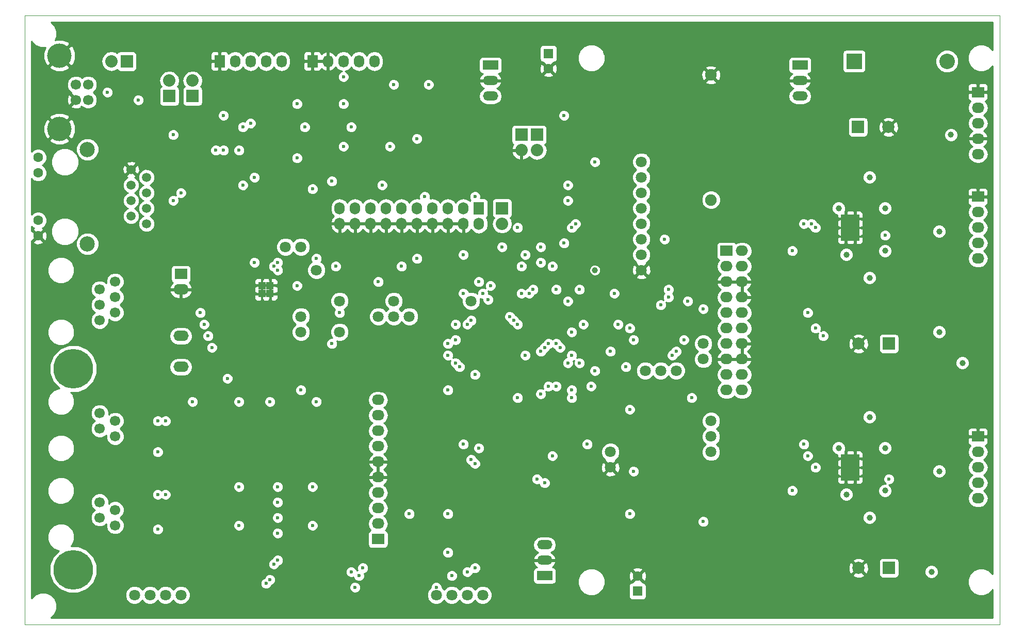
<source format=gbr>
%TF.GenerationSoftware,KiCad,Pcbnew,4.0.3-stable*%
%TF.CreationDate,2016-08-27T14:55:03+02:00*%
%TF.ProjectId,TEST4,54455354342E6B696361645F70636200,rev?*%
%TF.FileFunction,Copper,L2,Inr,Signal*%
%FSLAX46Y46*%
G04 Gerber Fmt 4.6, Leading zero omitted, Abs format (unit mm)*
G04 Created by KiCad (PCBNEW 4.0.3-stable) date 08/27/16 14:55:03*
%MOMM*%
%LPD*%
G01*
G04 APERTURE LIST*
%ADD10C,0.100000*%
%ADD11R,2.500000X1.500000*%
%ADD12O,2.500000X1.500000*%
%ADD13C,1.700000*%
%ADD14R,2.032000X1.727200*%
%ADD15O,2.032000X1.727200*%
%ADD16C,6.500000*%
%ADD17C,1.524000*%
%ADD18C,1.500000*%
%ADD19C,2.500000*%
%ADD20C,1.600000*%
%ADD21C,2.540000*%
%ADD22R,2.540000X2.540000*%
%ADD23R,2.032000X2.032000*%
%ADD24O,2.032000X2.032000*%
%ADD25R,2.000000X2.000000*%
%ADD26C,2.000000*%
%ADD27R,1.600000X1.600000*%
%ADD28R,1.727200X2.000000*%
%ADD29O,1.727200X2.000000*%
%ADD30R,1.727200X2.032000*%
%ADD31O,1.727200X2.032000*%
%ADD32R,2.000000X1.727200*%
%ADD33O,2.000000X1.727200*%
%ADD34C,1.900000*%
%ADD35C,1.800000*%
%ADD36O,2.500000X1.727200*%
%ADD37R,1.500000X1.500000*%
%ADD38C,4.000000*%
%ADD39R,1.300000X1.300000*%
%ADD40C,0.600000*%
%ADD41C,1.000000*%
%ADD42C,0.254000*%
G04 APERTURE END LIST*
D10*
X0Y-100000000D02*
X0Y0D01*
X160000000Y-100000000D02*
X0Y-100000000D01*
X160000000Y0D02*
X160000000Y-100000000D01*
X0Y0D02*
X160000000Y0D01*
D11*
X76445000Y-8180000D03*
D12*
X76445000Y-10720000D03*
X76445000Y-13260000D03*
D13*
X14850000Y-48820000D03*
X14850000Y-46280000D03*
X12310000Y-45010000D03*
X12310000Y-47550000D03*
X12310000Y-50090000D03*
X14850000Y-43740000D03*
X14850000Y-83745000D03*
X14850000Y-81205000D03*
X12310000Y-79935000D03*
X12310000Y-82475000D03*
X14850000Y-69140000D03*
X14850000Y-66600000D03*
X12310000Y-65330000D03*
X12310000Y-67870000D03*
D14*
X58000000Y-86000000D03*
D15*
X58000000Y-83460000D03*
X58000000Y-80920000D03*
X58000000Y-78380000D03*
X58000000Y-75840000D03*
X58000000Y-73300000D03*
X58000000Y-70760000D03*
X58000000Y-68220000D03*
X58000000Y-65680000D03*
X58000000Y-63140000D03*
D16*
X8000000Y-91000000D03*
X8000000Y-58000000D03*
D17*
X17455000Y-25325000D03*
D18*
X19995000Y-26595000D03*
X17455000Y-27865000D03*
X19995000Y-29135000D03*
X17455000Y-30405000D03*
X19995000Y-31675000D03*
X17455000Y-32945000D03*
D19*
X10295000Y-37520000D03*
X10295000Y-22020000D03*
D20*
X2215000Y-36210000D03*
X2215000Y-25870000D03*
X2215000Y-33670000D03*
X2215000Y-23330000D03*
D18*
X19995000Y-34215000D03*
D11*
X85335000Y-92000000D03*
D12*
X85335000Y-89460000D03*
X85335000Y-86920000D03*
D11*
X127245000Y-8180000D03*
D12*
X127245000Y-10720000D03*
X127245000Y-13260000D03*
D21*
X151376220Y-7542040D03*
D22*
X136136220Y-7542040D03*
D23*
X81525000Y-19610000D03*
D24*
X81525000Y-22150000D03*
D23*
X16755000Y-7545000D03*
D24*
X14215000Y-7545000D03*
D23*
X78350000Y-31675000D03*
D24*
X78350000Y-34215000D03*
D23*
X23740000Y-13260000D03*
D24*
X23740000Y-10720000D03*
D23*
X27550000Y-13260000D03*
D24*
X27550000Y-10720000D03*
D23*
X84065000Y-19610000D03*
D24*
X84065000Y-22150000D03*
D25*
X136770000Y-18340000D03*
D26*
X141770000Y-18340000D03*
D25*
X141850000Y-53900000D03*
D26*
X136850000Y-53900000D03*
D25*
X141850000Y-90730000D03*
D26*
X136850000Y-90730000D03*
D27*
X100575000Y-94540000D03*
D20*
X100575000Y-92040000D03*
D27*
X85970000Y-6275000D03*
D20*
X85970000Y-8775000D03*
D28*
X74540000Y-31675000D03*
D29*
X74540000Y-34215000D03*
X72000000Y-31675000D03*
X72000000Y-34215000D03*
X69460000Y-31675000D03*
X69460000Y-34215000D03*
X66920000Y-31675000D03*
X66920000Y-34215000D03*
X64380000Y-31675000D03*
X64380000Y-34215000D03*
X61840000Y-31675000D03*
X61840000Y-34215000D03*
X59300000Y-31675000D03*
X59300000Y-34215000D03*
X56760000Y-31675000D03*
X56760000Y-34215000D03*
X54220000Y-31675000D03*
X54220000Y-34215000D03*
X51680000Y-31675000D03*
X51680000Y-34215000D03*
D14*
X156455000Y-12625000D03*
D15*
X156455000Y-15165000D03*
X156455000Y-17705000D03*
X156455000Y-20245000D03*
X156455000Y-22785000D03*
D30*
X31995000Y-7545000D03*
D31*
X34535000Y-7545000D03*
X37075000Y-7545000D03*
X39615000Y-7545000D03*
X42155000Y-7545000D03*
D14*
X156455000Y-29770000D03*
D15*
X156455000Y-32310000D03*
X156455000Y-34850000D03*
X156455000Y-37390000D03*
X156455000Y-39930000D03*
D14*
X156455000Y-69140000D03*
D15*
X156455000Y-71680000D03*
X156455000Y-74220000D03*
X156455000Y-76760000D03*
X156455000Y-79300000D03*
D30*
X47235000Y-7545000D03*
D31*
X49775000Y-7545000D03*
X52315000Y-7545000D03*
X54855000Y-7545000D03*
X57395000Y-7545000D03*
D32*
X115180000Y-38660000D03*
D33*
X117720000Y-38660000D03*
X115180000Y-41200000D03*
X117720000Y-41200000D03*
X115180000Y-43740000D03*
X117720000Y-43740000D03*
X115180000Y-46280000D03*
X117720000Y-46280000D03*
X115180000Y-48820000D03*
X117720000Y-48820000D03*
X115180000Y-51360000D03*
X117720000Y-51360000D03*
X115180000Y-53900000D03*
X117720000Y-53900000D03*
X115180000Y-56440000D03*
X117720000Y-56440000D03*
X115180000Y-58980000D03*
X117720000Y-58980000D03*
X115180000Y-61520000D03*
X117720000Y-61520000D03*
D34*
X112640000Y-30300000D03*
X112640000Y-9800000D03*
D35*
X96130000Y-74220000D03*
X101210000Y-29135000D03*
X101210000Y-26595000D03*
X101210000Y-41835000D03*
X58030000Y-49455000D03*
X42790000Y-38025000D03*
X60570000Y-49455000D03*
X47870000Y-41835000D03*
X51680000Y-46915000D03*
X63110000Y-49455000D03*
X73270000Y-46915000D03*
X45330000Y-38025000D03*
X60570000Y-46915000D03*
X51680000Y-51995000D03*
X45330000Y-49455000D03*
X45330000Y-51995000D03*
X111370000Y-53900000D03*
X106925000Y-58345000D03*
X25645000Y-95175000D03*
X20565000Y-95175000D03*
X72635000Y-95175000D03*
X70095000Y-95175000D03*
X67555000Y-95175000D03*
X75175000Y-95175000D03*
X23105000Y-95175000D03*
X18025000Y-95175000D03*
X112640000Y-66600000D03*
X104385000Y-58345000D03*
X101845000Y-58345000D03*
X112640000Y-69140000D03*
X112640000Y-71680000D03*
X96130000Y-71680000D03*
X101210000Y-24055000D03*
X101210000Y-34215000D03*
X101210000Y-39295000D03*
X101210000Y-31675000D03*
X101210000Y-36755000D03*
X111370000Y-56440000D03*
D14*
X25645000Y-42470000D03*
D36*
X25645000Y-45010000D03*
X25645000Y-52630000D03*
X25645000Y-57710000D03*
D37*
X134750000Y-74220000D03*
X136250000Y-74220000D03*
X136250000Y-72820000D03*
X134750000Y-72820000D03*
X134750000Y-75620000D03*
X136250000Y-75620000D03*
X134750000Y-34850000D03*
X136250000Y-34850000D03*
X136250000Y-33450000D03*
X134750000Y-33450000D03*
X134750000Y-36250000D03*
X136250000Y-36250000D03*
D13*
X10416000Y-13875000D03*
X10416000Y-11375000D03*
X8416000Y-11375000D03*
X8416000Y-13875000D03*
D38*
X5706000Y-18645000D03*
X5706000Y-6605000D03*
D39*
X40265000Y-45660000D03*
X40265000Y-44360000D03*
X38965000Y-45660000D03*
X38965000Y-44360000D03*
D40*
X67555000Y-41200000D03*
X93590000Y-34215000D03*
X110100000Y-76760000D03*
X107560000Y-74855000D03*
X63110000Y-51995000D03*
X65015000Y-48820000D03*
X88510000Y-45010000D03*
X108195000Y-64060000D03*
X49140000Y-61520000D03*
X83430000Y-39295000D03*
X80890000Y-55805000D03*
X84700000Y-57075000D03*
X83430000Y-55805000D03*
X82160000Y-57075000D03*
X92320000Y-55805000D03*
X37710000Y-51995000D03*
X61840000Y-58345000D03*
X71365000Y-66600000D03*
X61840000Y-60885000D03*
X76445000Y-65330000D03*
X37710000Y-59615000D03*
X97400000Y-70410000D03*
X107560000Y-50090000D03*
X47235000Y-75490000D03*
X18660000Y-11355000D03*
X50410000Y-63425000D03*
X37710000Y-63425000D03*
X69460000Y-86285000D03*
X63110000Y-86285000D03*
X65650000Y-72950000D03*
X70095000Y-79935000D03*
X62475000Y-79935000D03*
X33900000Y-76760000D03*
X49775000Y-86285000D03*
X37075000Y-86285000D03*
X69000000Y-29000000D03*
X66285000Y-7545000D03*
X59300000Y-41835000D03*
X94860000Y-22785000D03*
X94860000Y-18975000D03*
X96130000Y-16435000D03*
X94860000Y-29135000D03*
X148200000Y-19610000D03*
X153915000Y-51995000D03*
X150105000Y-57075000D03*
X152645000Y-91365000D03*
X89462500Y-19117500D03*
X89462500Y-24197500D03*
X94860000Y-70410000D03*
X74540000Y-39295000D03*
X89780000Y-70410000D03*
X87240000Y-70410000D03*
X83430000Y-70410000D03*
X80890000Y-70410000D03*
X64380000Y-45645000D03*
X61840000Y-55805000D03*
X83430000Y-54535000D03*
X39615000Y-38660000D03*
X40250000Y-37390000D03*
X47235000Y-37390000D03*
X42790000Y-59615000D03*
X40250000Y-59615000D03*
X33265000Y-37390000D03*
X38980000Y-18340000D03*
X21835000Y-17070000D03*
X143755000Y-26595000D03*
X125975000Y-70410000D03*
X125975000Y-31040000D03*
X143755000Y-82475000D03*
X143755000Y-43105000D03*
X143755000Y-65965000D03*
X150105000Y-77395000D03*
X150105000Y-38025000D03*
X105020000Y-55805000D03*
X105020000Y-36755000D03*
X99940000Y-74855000D03*
X64380000Y-20245000D03*
X33265000Y-59615000D03*
X69460000Y-61520000D03*
X24375000Y-19610000D03*
X111370000Y-83110000D03*
X35170000Y-77395000D03*
X47235000Y-77395000D03*
X69460000Y-81840000D03*
X59935000Y-21515000D03*
X52315000Y-21515000D03*
X53585000Y-18340000D03*
X45965000Y-18340000D03*
X98670000Y-57710000D03*
X47235000Y-28500000D03*
X35805000Y-27865000D03*
X72000000Y-39295000D03*
X51045000Y-41200000D03*
X72000000Y-45645000D03*
X44695000Y-23420000D03*
X69460000Y-88190000D03*
X88510000Y-16435000D03*
X92320000Y-70410000D03*
X82160000Y-39295000D03*
X47235000Y-83745000D03*
X35170000Y-83745000D03*
X89780000Y-62790000D03*
X80890000Y-62790000D03*
X69460000Y-55805000D03*
X125975000Y-78030000D03*
X125975000Y-38660000D03*
X76445000Y-44375000D03*
X74540000Y-43740000D03*
D41*
X93590000Y-41835000D03*
D40*
X82160000Y-55805000D03*
X89145000Y-57075000D03*
X91685000Y-50725000D03*
X91050000Y-57075000D03*
D41*
X152010000Y-19610000D03*
X150105000Y-51995000D03*
X153915000Y-57075000D03*
X148835000Y-91365000D03*
X150105000Y-35485000D03*
X138675000Y-82475000D03*
X138675000Y-65965000D03*
X138675000Y-26595000D03*
X138675000Y-43105000D03*
X150105000Y-74855000D03*
D40*
X93590000Y-58345000D03*
X127880000Y-70410000D03*
X128515000Y-48820000D03*
X129150000Y-34215000D03*
X128515000Y-72315000D03*
X129785000Y-51360000D03*
X111370000Y-48185000D03*
X129785000Y-34850000D03*
X129785000Y-74220000D03*
X127880000Y-34215000D03*
X108195000Y-53265000D03*
X18660000Y-13895000D03*
X63110000Y-81840000D03*
X44695000Y-14530000D03*
X66285000Y-11355000D03*
X52315000Y-14530000D03*
X70730000Y-57075000D03*
X13580000Y-12625000D03*
X71365000Y-57710000D03*
X89780000Y-55805000D03*
X93590000Y-24055000D03*
X89145000Y-30405000D03*
X89145000Y-27865000D03*
X96130000Y-55170000D03*
X97400000Y-50725000D03*
X109465000Y-62790000D03*
X87240000Y-60885000D03*
X99940000Y-53265000D03*
X106290000Y-55805000D03*
X104385000Y-47550000D03*
X106925000Y-55170000D03*
X105655000Y-46280000D03*
X88510000Y-37390000D03*
X50410000Y-27230000D03*
X58665000Y-27865000D03*
X84700000Y-38025000D03*
X32630000Y-16435000D03*
X89780000Y-51995000D03*
X32630000Y-22150000D03*
X89145000Y-46915000D03*
X37710000Y-26595000D03*
X90415000Y-34215000D03*
X31360000Y-22150000D03*
X35170000Y-22150000D03*
X89780000Y-34850000D03*
X73905000Y-29770000D03*
X65650000Y-29770000D03*
X81525000Y-41200000D03*
X37710000Y-40565000D03*
X25645000Y-29135000D03*
X24375000Y-30405000D03*
X86605000Y-41200000D03*
X75175000Y-45645000D03*
X64380000Y-39930000D03*
X61840000Y-41200000D03*
X76064000Y-46661000D03*
X47870000Y-39930000D03*
X51680000Y-48820000D03*
X58030000Y-43740000D03*
X73270000Y-50090000D03*
X72635000Y-50725000D03*
X70730000Y-50725000D03*
X41520000Y-40565000D03*
X70730000Y-53265000D03*
X40885000Y-41200000D03*
X41520000Y-41835000D03*
X69460000Y-53900000D03*
X84700000Y-62155000D03*
X84065000Y-76125000D03*
X85335000Y-76760000D03*
X85970000Y-60885000D03*
X89780000Y-61520000D03*
X86605000Y-72315000D03*
X74540000Y-71045000D03*
X80890000Y-50725000D03*
X73905000Y-73585000D03*
X80255000Y-50090000D03*
X73270000Y-72950000D03*
X79620000Y-49455000D03*
X41520000Y-89460000D03*
X81525000Y-45645000D03*
X82795000Y-45645000D03*
X40885000Y-90095000D03*
X40250000Y-92635000D03*
X87240000Y-53900000D03*
X87875000Y-54535000D03*
X39615000Y-93270000D03*
X92955000Y-60885000D03*
X67555000Y-93905000D03*
X54220000Y-93905000D03*
X73905000Y-90730000D03*
X84700000Y-55170000D03*
X55490000Y-90730000D03*
X72635000Y-91365000D03*
X53585000Y-91365000D03*
X85335000Y-54535000D03*
X85970000Y-53900000D03*
X70095000Y-92000000D03*
X54855000Y-92000000D03*
X35805000Y-18340000D03*
X37075000Y-17705000D03*
X141850000Y-76125000D03*
X105655000Y-45010000D03*
X131055000Y-52630000D03*
X141215000Y-36120000D03*
X21835000Y-66600000D03*
X21835000Y-71680000D03*
X21835000Y-78665000D03*
X21835000Y-84380000D03*
X41520000Y-82475000D03*
X29455000Y-50725000D03*
X30725000Y-54535000D03*
X41520000Y-77395000D03*
X28820000Y-48820000D03*
X41520000Y-85015000D03*
X41520000Y-79935000D03*
X30090000Y-52630000D03*
X40250000Y-63425000D03*
X35170000Y-63425000D03*
X27550000Y-63425000D03*
X47870000Y-63425000D03*
X23105000Y-66600000D03*
X23105000Y-78665000D03*
D41*
X133595000Y-71045000D03*
X141215000Y-71045000D03*
X141215000Y-78030000D03*
X134865000Y-78665000D03*
X133595000Y-31675000D03*
X141215000Y-31675000D03*
X141215000Y-38660000D03*
X134865000Y-39295000D03*
D40*
X91050000Y-45010000D03*
X96765000Y-45645000D03*
X108830000Y-46915000D03*
X44695000Y-44375000D03*
X52315000Y-10085000D03*
X60570000Y-11355000D03*
X72000000Y-70410000D03*
X73905000Y-58980000D03*
X99305000Y-51360000D03*
X99305000Y-81840000D03*
X99305000Y-64695000D03*
X87240000Y-45010000D03*
X84700000Y-40565000D03*
X50410000Y-53900000D03*
X83430000Y-45010000D03*
X45330000Y-61520000D03*
X78350000Y-38025000D03*
X80890000Y-34850000D03*
D42*
G36*
X158873000Y-5712743D02*
X158267679Y-5106364D01*
X157446519Y-4765389D01*
X156557381Y-4764613D01*
X155735628Y-5104155D01*
X155106364Y-5732321D01*
X154765389Y-6553481D01*
X154764613Y-7442619D01*
X155104155Y-8264372D01*
X155732321Y-8893636D01*
X156553481Y-9234611D01*
X157442619Y-9235387D01*
X158264372Y-8895845D01*
X158873000Y-8288279D01*
X158873000Y-91712743D01*
X158267679Y-91106364D01*
X157446519Y-90765389D01*
X156557381Y-90764613D01*
X155735628Y-91104155D01*
X155106364Y-91732321D01*
X154765389Y-92553481D01*
X154764613Y-93442619D01*
X155104155Y-94264372D01*
X155732321Y-94893636D01*
X156553481Y-95234611D01*
X157442619Y-95235387D01*
X158264372Y-94895845D01*
X158873000Y-94288279D01*
X158873000Y-98873000D01*
X4287257Y-98873000D01*
X4893636Y-98267679D01*
X5234611Y-97446519D01*
X5235387Y-96557381D01*
X4895845Y-95735628D01*
X4639656Y-95478991D01*
X16489735Y-95478991D01*
X16722932Y-96043371D01*
X17154357Y-96475551D01*
X17718330Y-96709733D01*
X18328991Y-96710265D01*
X18893371Y-96477068D01*
X19295323Y-96075818D01*
X19694357Y-96475551D01*
X20258330Y-96709733D01*
X20868991Y-96710265D01*
X21433371Y-96477068D01*
X21835323Y-96075818D01*
X22234357Y-96475551D01*
X22798330Y-96709733D01*
X23408991Y-96710265D01*
X23973371Y-96477068D01*
X24375323Y-96075818D01*
X24774357Y-96475551D01*
X25338330Y-96709733D01*
X25948991Y-96710265D01*
X26513371Y-96477068D01*
X26945551Y-96045643D01*
X27179733Y-95481670D01*
X27179735Y-95478991D01*
X66019735Y-95478991D01*
X66252932Y-96043371D01*
X66684357Y-96475551D01*
X67248330Y-96709733D01*
X67858991Y-96710265D01*
X68423371Y-96477068D01*
X68825323Y-96075818D01*
X69224357Y-96475551D01*
X69788330Y-96709733D01*
X70398991Y-96710265D01*
X70963371Y-96477068D01*
X71365323Y-96075818D01*
X71764357Y-96475551D01*
X72328330Y-96709733D01*
X72938991Y-96710265D01*
X73503371Y-96477068D01*
X73905323Y-96075818D01*
X74304357Y-96475551D01*
X74868330Y-96709733D01*
X75478991Y-96710265D01*
X76043371Y-96477068D01*
X76475551Y-96045643D01*
X76709733Y-95481670D01*
X76710265Y-94871009D01*
X76477068Y-94306629D01*
X76045643Y-93874449D01*
X75481670Y-93640267D01*
X74871009Y-93639735D01*
X74306629Y-93872932D01*
X73904677Y-94274182D01*
X73505643Y-93874449D01*
X72941670Y-93640267D01*
X72331009Y-93639735D01*
X71766629Y-93872932D01*
X71364677Y-94274182D01*
X70965643Y-93874449D01*
X70401670Y-93640267D01*
X69791009Y-93639735D01*
X69226629Y-93872932D01*
X68824677Y-94274182D01*
X68489971Y-93938890D01*
X68490162Y-93719833D01*
X68375620Y-93442619D01*
X90764613Y-93442619D01*
X91104155Y-94264372D01*
X91732321Y-94893636D01*
X92553481Y-95234611D01*
X93442619Y-95235387D01*
X94264372Y-94895845D01*
X94893636Y-94267679D01*
X95112747Y-93740000D01*
X99127560Y-93740000D01*
X99127560Y-95340000D01*
X99171838Y-95575317D01*
X99310910Y-95791441D01*
X99523110Y-95936431D01*
X99775000Y-95987440D01*
X101375000Y-95987440D01*
X101610317Y-95943162D01*
X101826441Y-95804090D01*
X101971431Y-95591890D01*
X102022440Y-95340000D01*
X102022440Y-93740000D01*
X101978162Y-93504683D01*
X101839090Y-93288559D01*
X101626890Y-93143569D01*
X101388799Y-93095354D01*
X101403139Y-93047745D01*
X100575000Y-92219605D01*
X99746861Y-93047745D01*
X99761145Y-93095167D01*
X99539683Y-93136838D01*
X99323559Y-93275910D01*
X99178569Y-93488110D01*
X99127560Y-93740000D01*
X95112747Y-93740000D01*
X95234611Y-93446519D01*
X95235387Y-92557381D01*
X94932039Y-91823223D01*
X99128035Y-91823223D01*
X99155222Y-92393454D01*
X99321136Y-92794005D01*
X99567255Y-92868139D01*
X100395395Y-92040000D01*
X100754605Y-92040000D01*
X101582745Y-92868139D01*
X101828864Y-92794005D01*
X102021965Y-92256777D01*
X102004123Y-91882532D01*
X135877073Y-91882532D01*
X135975736Y-92149387D01*
X136585461Y-92375908D01*
X137235460Y-92351856D01*
X137724264Y-92149387D01*
X137822927Y-91882532D01*
X136850000Y-90909605D01*
X135877073Y-91882532D01*
X102004123Y-91882532D01*
X101994778Y-91686546D01*
X101828864Y-91285995D01*
X101582745Y-91211861D01*
X100754605Y-92040000D01*
X100395395Y-92040000D01*
X99567255Y-91211861D01*
X99321136Y-91285995D01*
X99128035Y-91823223D01*
X94932039Y-91823223D01*
X94895845Y-91735628D01*
X94267679Y-91106364D01*
X94089205Y-91032255D01*
X99746861Y-91032255D01*
X100575000Y-91860395D01*
X101403139Y-91032255D01*
X101329005Y-90786136D01*
X100791777Y-90593035D01*
X100221546Y-90620222D01*
X99820995Y-90786136D01*
X99746861Y-91032255D01*
X94089205Y-91032255D01*
X93446519Y-90765389D01*
X92557381Y-90764613D01*
X91735628Y-91104155D01*
X91106364Y-91732321D01*
X90765389Y-92553481D01*
X90764613Y-93442619D01*
X68375620Y-93442619D01*
X68348117Y-93376057D01*
X68085327Y-93112808D01*
X67741799Y-92970162D01*
X67369833Y-92969838D01*
X67026057Y-93111883D01*
X66762808Y-93374673D01*
X66620162Y-93718201D01*
X66619969Y-93939475D01*
X66254449Y-94304357D01*
X66020267Y-94868330D01*
X66019735Y-95478991D01*
X27179735Y-95478991D01*
X27180265Y-94871009D01*
X26947068Y-94306629D01*
X26515643Y-93874449D01*
X25951670Y-93640267D01*
X25341009Y-93639735D01*
X24776629Y-93872932D01*
X24374677Y-94274182D01*
X23975643Y-93874449D01*
X23411670Y-93640267D01*
X22801009Y-93639735D01*
X22236629Y-93872932D01*
X21834677Y-94274182D01*
X21435643Y-93874449D01*
X20871670Y-93640267D01*
X20261009Y-93639735D01*
X19696629Y-93872932D01*
X19294677Y-94274182D01*
X18895643Y-93874449D01*
X18331670Y-93640267D01*
X17721009Y-93639735D01*
X17156629Y-93872932D01*
X16724449Y-94304357D01*
X16490267Y-94868330D01*
X16489735Y-95478991D01*
X4639656Y-95478991D01*
X4267679Y-95106364D01*
X3446519Y-94765389D01*
X2557381Y-94764613D01*
X1735628Y-95104155D01*
X1127000Y-95711721D01*
X1127000Y-86089648D01*
X3739616Y-86089648D01*
X4076879Y-86905886D01*
X4700829Y-87530927D01*
X5516477Y-87869613D01*
X5636729Y-87869718D01*
X4708377Y-88796451D01*
X4115676Y-90223835D01*
X4114327Y-91769384D01*
X4704537Y-93197801D01*
X5796451Y-94291623D01*
X7223835Y-94884324D01*
X8769384Y-94885673D01*
X10197801Y-94295463D01*
X11039565Y-93455167D01*
X38679838Y-93455167D01*
X38821883Y-93798943D01*
X39084673Y-94062192D01*
X39428201Y-94204838D01*
X39800167Y-94205162D01*
X40078476Y-94090167D01*
X53284838Y-94090167D01*
X53426883Y-94433943D01*
X53689673Y-94697192D01*
X54033201Y-94839838D01*
X54405167Y-94840162D01*
X54748943Y-94698117D01*
X55012192Y-94435327D01*
X55154838Y-94091799D01*
X55155162Y-93719833D01*
X55013117Y-93376057D01*
X54750327Y-93112808D01*
X54406799Y-92970162D01*
X54034833Y-92969838D01*
X53691057Y-93111883D01*
X53427808Y-93374673D01*
X53285162Y-93718201D01*
X53284838Y-94090167D01*
X40078476Y-94090167D01*
X40143943Y-94063117D01*
X40407192Y-93800327D01*
X40516765Y-93536446D01*
X40778943Y-93428117D01*
X41042192Y-93165327D01*
X41184838Y-92821799D01*
X41185162Y-92449833D01*
X41043117Y-92106057D01*
X40780327Y-91842808D01*
X40436799Y-91700162D01*
X40064833Y-91699838D01*
X39721057Y-91841883D01*
X39457808Y-92104673D01*
X39348235Y-92368554D01*
X39086057Y-92476883D01*
X38822808Y-92739673D01*
X38680162Y-93083201D01*
X38679838Y-93455167D01*
X11039565Y-93455167D01*
X11291623Y-93203549D01*
X11884324Y-91776165D01*
X11884521Y-91550167D01*
X52649838Y-91550167D01*
X52791883Y-91893943D01*
X53054673Y-92157192D01*
X53398201Y-92299838D01*
X53770167Y-92300162D01*
X53938597Y-92230568D01*
X54061883Y-92528943D01*
X54324673Y-92792192D01*
X54668201Y-92934838D01*
X55040167Y-92935162D01*
X55383943Y-92793117D01*
X55647192Y-92530327D01*
X55789838Y-92186799D01*
X55789839Y-92185167D01*
X69159838Y-92185167D01*
X69301883Y-92528943D01*
X69564673Y-92792192D01*
X69908201Y-92934838D01*
X70280167Y-92935162D01*
X70623943Y-92793117D01*
X70887192Y-92530327D01*
X71029838Y-92186799D01*
X71030162Y-91814833D01*
X70920805Y-91550167D01*
X71699838Y-91550167D01*
X71841883Y-91893943D01*
X72104673Y-92157192D01*
X72448201Y-92299838D01*
X72820167Y-92300162D01*
X73163943Y-92158117D01*
X73427192Y-91895327D01*
X73551622Y-91595668D01*
X73718201Y-91664838D01*
X74090167Y-91665162D01*
X74433943Y-91523117D01*
X74697192Y-91260327D01*
X74701480Y-91250000D01*
X83437560Y-91250000D01*
X83437560Y-92750000D01*
X83481838Y-92985317D01*
X83620910Y-93201441D01*
X83833110Y-93346431D01*
X84085000Y-93397440D01*
X86585000Y-93397440D01*
X86820317Y-93353162D01*
X87036441Y-93214090D01*
X87181431Y-93001890D01*
X87232440Y-92750000D01*
X87232440Y-91250000D01*
X87188162Y-91014683D01*
X87049090Y-90798559D01*
X86836890Y-90653569D01*
X86590256Y-90603624D01*
X86760939Y-90465461D01*
X135204092Y-90465461D01*
X135228144Y-91115460D01*
X135430613Y-91604264D01*
X135697468Y-91702927D01*
X136670395Y-90730000D01*
X137029605Y-90730000D01*
X138002532Y-91702927D01*
X138269387Y-91604264D01*
X138495908Y-90994539D01*
X138471856Y-90344540D01*
X138269387Y-89855736D01*
X138002532Y-89757073D01*
X137029605Y-90730000D01*
X136670395Y-90730000D01*
X135697468Y-89757073D01*
X135430613Y-89855736D01*
X135204092Y-90465461D01*
X86760939Y-90465461D01*
X86904145Y-90349540D01*
X87163173Y-89872684D01*
X87177318Y-89801185D01*
X87054656Y-89587000D01*
X85462000Y-89587000D01*
X85462000Y-89607000D01*
X85208000Y-89607000D01*
X85208000Y-89587000D01*
X83615344Y-89587000D01*
X83492682Y-89801185D01*
X83506827Y-89872684D01*
X83765855Y-90349540D01*
X84079668Y-90603563D01*
X83849683Y-90646838D01*
X83633559Y-90785910D01*
X83488569Y-90998110D01*
X83437560Y-91250000D01*
X74701480Y-91250000D01*
X74839838Y-90916799D01*
X74840162Y-90544833D01*
X74698117Y-90201057D01*
X74435327Y-89937808D01*
X74091799Y-89795162D01*
X73719833Y-89794838D01*
X73376057Y-89936883D01*
X73112808Y-90199673D01*
X72988378Y-90499332D01*
X72821799Y-90430162D01*
X72449833Y-90429838D01*
X72106057Y-90571883D01*
X71842808Y-90834673D01*
X71700162Y-91178201D01*
X71699838Y-91550167D01*
X70920805Y-91550167D01*
X70888117Y-91471057D01*
X70625327Y-91207808D01*
X70281799Y-91065162D01*
X69909833Y-91064838D01*
X69566057Y-91206883D01*
X69302808Y-91469673D01*
X69160162Y-91813201D01*
X69159838Y-92185167D01*
X55789839Y-92185167D01*
X55790162Y-91814833D01*
X55720568Y-91646403D01*
X56018943Y-91523117D01*
X56282192Y-91260327D01*
X56424838Y-90916799D01*
X56425162Y-90544833D01*
X56283117Y-90201057D01*
X56020327Y-89937808D01*
X55676799Y-89795162D01*
X55304833Y-89794838D01*
X54961057Y-89936883D01*
X54697808Y-90199673D01*
X54555162Y-90543201D01*
X54554838Y-90915167D01*
X54624432Y-91083597D01*
X54501403Y-91134432D01*
X54378117Y-90836057D01*
X54115327Y-90572808D01*
X53771799Y-90430162D01*
X53399833Y-90429838D01*
X53056057Y-90571883D01*
X52792808Y-90834673D01*
X52650162Y-91178201D01*
X52649838Y-91550167D01*
X11884521Y-91550167D01*
X11885629Y-90280167D01*
X39949838Y-90280167D01*
X40091883Y-90623943D01*
X40354673Y-90887192D01*
X40698201Y-91029838D01*
X41070167Y-91030162D01*
X41413943Y-90888117D01*
X41677192Y-90625327D01*
X41786765Y-90361446D01*
X42048943Y-90253117D01*
X42312192Y-89990327D01*
X42454838Y-89646799D01*
X42454898Y-89577468D01*
X135877073Y-89577468D01*
X136850000Y-90550395D01*
X137670395Y-89730000D01*
X140202560Y-89730000D01*
X140202560Y-91730000D01*
X140246838Y-91965317D01*
X140385910Y-92181441D01*
X140598110Y-92326431D01*
X140850000Y-92377440D01*
X142850000Y-92377440D01*
X143085317Y-92333162D01*
X143301441Y-92194090D01*
X143446431Y-91981890D01*
X143497440Y-91730000D01*
X143497440Y-91589775D01*
X147699803Y-91589775D01*
X147872233Y-92007086D01*
X148191235Y-92326645D01*
X148608244Y-92499803D01*
X149059775Y-92500197D01*
X149477086Y-92327767D01*
X149796645Y-92008765D01*
X149969803Y-91591756D01*
X149970197Y-91140225D01*
X149797767Y-90722914D01*
X149478765Y-90403355D01*
X149061756Y-90230197D01*
X148610225Y-90229803D01*
X148192914Y-90402233D01*
X147873355Y-90721235D01*
X147700197Y-91138244D01*
X147699803Y-91589775D01*
X143497440Y-91589775D01*
X143497440Y-89730000D01*
X143453162Y-89494683D01*
X143314090Y-89278559D01*
X143101890Y-89133569D01*
X142850000Y-89082560D01*
X140850000Y-89082560D01*
X140614683Y-89126838D01*
X140398559Y-89265910D01*
X140253569Y-89478110D01*
X140202560Y-89730000D01*
X137670395Y-89730000D01*
X137822927Y-89577468D01*
X137724264Y-89310613D01*
X137114539Y-89084092D01*
X136464540Y-89108144D01*
X135975736Y-89310613D01*
X135877073Y-89577468D01*
X42454898Y-89577468D01*
X42455162Y-89274833D01*
X42313117Y-88931057D01*
X42050327Y-88667808D01*
X41706799Y-88525162D01*
X41334833Y-88524838D01*
X40991057Y-88666883D01*
X40727808Y-88929673D01*
X40618235Y-89193554D01*
X40356057Y-89301883D01*
X40092808Y-89564673D01*
X39950162Y-89908201D01*
X39949838Y-90280167D01*
X11885629Y-90280167D01*
X11885673Y-90230616D01*
X11295463Y-88802199D01*
X10869176Y-88375167D01*
X68524838Y-88375167D01*
X68666883Y-88718943D01*
X68929673Y-88982192D01*
X69273201Y-89124838D01*
X69645167Y-89125162D01*
X69988943Y-88983117D01*
X70252192Y-88720327D01*
X70394838Y-88376799D01*
X70395162Y-88004833D01*
X70253117Y-87661057D01*
X69990327Y-87397808D01*
X69646799Y-87255162D01*
X69274833Y-87254838D01*
X68931057Y-87396883D01*
X68667808Y-87659673D01*
X68525162Y-88003201D01*
X68524838Y-88375167D01*
X10869176Y-88375167D01*
X10203549Y-87708377D01*
X8776165Y-87115676D01*
X7635059Y-87114680D01*
X7840927Y-86909171D01*
X8179613Y-86093523D01*
X8180384Y-85210352D01*
X7843121Y-84394114D01*
X7219171Y-83769073D01*
X6403523Y-83430387D01*
X5520352Y-83429616D01*
X4704114Y-83766879D01*
X4079073Y-84390829D01*
X3740387Y-85206477D01*
X3739616Y-86089648D01*
X1127000Y-86089648D01*
X1127000Y-78469648D01*
X3739616Y-78469648D01*
X4076879Y-79285886D01*
X4700829Y-79910927D01*
X5516477Y-80249613D01*
X6399648Y-80250384D01*
X6451185Y-80229089D01*
X10824743Y-80229089D01*
X11050344Y-80775086D01*
X11467717Y-81193188D01*
X11495557Y-81204748D01*
X11469914Y-81215344D01*
X11051812Y-81632717D01*
X10825258Y-82178319D01*
X10824743Y-82769089D01*
X11050344Y-83315086D01*
X11467717Y-83733188D01*
X12013319Y-83959742D01*
X12604089Y-83960257D01*
X13150086Y-83734656D01*
X13365196Y-83519921D01*
X13364743Y-84039089D01*
X13590344Y-84585086D01*
X14007717Y-85003188D01*
X14553319Y-85229742D01*
X15144089Y-85230257D01*
X15690086Y-85004656D01*
X16108188Y-84587283D01*
X16117371Y-84565167D01*
X20899838Y-84565167D01*
X21041883Y-84908943D01*
X21304673Y-85172192D01*
X21648201Y-85314838D01*
X22020167Y-85315162D01*
X22298476Y-85200167D01*
X40584838Y-85200167D01*
X40726883Y-85543943D01*
X40989673Y-85807192D01*
X41333201Y-85949838D01*
X41705167Y-85950162D01*
X42048943Y-85808117D01*
X42312192Y-85545327D01*
X42454838Y-85201799D01*
X42455162Y-84829833D01*
X42313117Y-84486057D01*
X42050327Y-84222808D01*
X41706799Y-84080162D01*
X41334833Y-84079838D01*
X40991057Y-84221883D01*
X40727808Y-84484673D01*
X40585162Y-84828201D01*
X40584838Y-85200167D01*
X22298476Y-85200167D01*
X22363943Y-85173117D01*
X22627192Y-84910327D01*
X22769838Y-84566799D01*
X22770162Y-84194833D01*
X22660805Y-83930167D01*
X34234838Y-83930167D01*
X34376883Y-84273943D01*
X34639673Y-84537192D01*
X34983201Y-84679838D01*
X35355167Y-84680162D01*
X35698943Y-84538117D01*
X35962192Y-84275327D01*
X36104838Y-83931799D01*
X36104839Y-83930167D01*
X46299838Y-83930167D01*
X46441883Y-84273943D01*
X46704673Y-84537192D01*
X47048201Y-84679838D01*
X47420167Y-84680162D01*
X47763943Y-84538117D01*
X48027192Y-84275327D01*
X48169838Y-83931799D01*
X48170162Y-83559833D01*
X48028117Y-83216057D01*
X47765327Y-82952808D01*
X47421799Y-82810162D01*
X47049833Y-82809838D01*
X46706057Y-82951883D01*
X46442808Y-83214673D01*
X46300162Y-83558201D01*
X46299838Y-83930167D01*
X36104839Y-83930167D01*
X36105162Y-83559833D01*
X35963117Y-83216057D01*
X35700327Y-82952808D01*
X35356799Y-82810162D01*
X34984833Y-82809838D01*
X34641057Y-82951883D01*
X34377808Y-83214673D01*
X34235162Y-83558201D01*
X34234838Y-83930167D01*
X22660805Y-83930167D01*
X22628117Y-83851057D01*
X22365327Y-83587808D01*
X22021799Y-83445162D01*
X21649833Y-83444838D01*
X21306057Y-83586883D01*
X21042808Y-83849673D01*
X20900162Y-84193201D01*
X20899838Y-84565167D01*
X16117371Y-84565167D01*
X16334742Y-84041681D01*
X16335257Y-83450911D01*
X16109656Y-82904914D01*
X15865336Y-82660167D01*
X40584838Y-82660167D01*
X40726883Y-83003943D01*
X40989673Y-83267192D01*
X41333201Y-83409838D01*
X41705167Y-83410162D01*
X42048943Y-83268117D01*
X42312192Y-83005327D01*
X42454838Y-82661799D01*
X42455162Y-82289833D01*
X42313117Y-81946057D01*
X42050327Y-81682808D01*
X41706799Y-81540162D01*
X41334833Y-81539838D01*
X40991057Y-81681883D01*
X40727808Y-81944673D01*
X40585162Y-82288201D01*
X40584838Y-82660167D01*
X15865336Y-82660167D01*
X15692283Y-82486812D01*
X15664443Y-82475252D01*
X15690086Y-82464656D01*
X16108188Y-82047283D01*
X16334742Y-81501681D01*
X16335257Y-80910911D01*
X16109656Y-80364914D01*
X15865336Y-80120167D01*
X40584838Y-80120167D01*
X40726883Y-80463943D01*
X40989673Y-80727192D01*
X41333201Y-80869838D01*
X41705167Y-80870162D01*
X42048943Y-80728117D01*
X42312192Y-80465327D01*
X42454838Y-80121799D01*
X42455162Y-79749833D01*
X42313117Y-79406057D01*
X42050327Y-79142808D01*
X41706799Y-79000162D01*
X41334833Y-78999838D01*
X40991057Y-79141883D01*
X40727808Y-79404673D01*
X40585162Y-79748201D01*
X40584838Y-80120167D01*
X15865336Y-80120167D01*
X15692283Y-79946812D01*
X15146681Y-79720258D01*
X14555911Y-79719743D01*
X14009914Y-79945344D01*
X13794804Y-80160079D01*
X13795257Y-79640911D01*
X13569656Y-79094914D01*
X13325336Y-78850167D01*
X20899838Y-78850167D01*
X21041883Y-79193943D01*
X21304673Y-79457192D01*
X21648201Y-79599838D01*
X22020167Y-79600162D01*
X22363943Y-79458117D01*
X22469954Y-79352290D01*
X22574673Y-79457192D01*
X22918201Y-79599838D01*
X23290167Y-79600162D01*
X23633943Y-79458117D01*
X23897192Y-79195327D01*
X24039838Y-78851799D01*
X24040162Y-78479833D01*
X23998912Y-78380000D01*
X56316655Y-78380000D01*
X56430729Y-78953489D01*
X56755585Y-79439670D01*
X57070366Y-79650000D01*
X56755585Y-79860330D01*
X56430729Y-80346511D01*
X56316655Y-80920000D01*
X56430729Y-81493489D01*
X56755585Y-81979670D01*
X57070366Y-82190000D01*
X56755585Y-82400330D01*
X56430729Y-82886511D01*
X56316655Y-83460000D01*
X56430729Y-84033489D01*
X56755585Y-84519670D01*
X56769913Y-84529243D01*
X56748683Y-84533238D01*
X56532559Y-84672310D01*
X56387569Y-84884510D01*
X56336560Y-85136400D01*
X56336560Y-86863600D01*
X56380838Y-87098917D01*
X56519910Y-87315041D01*
X56732110Y-87460031D01*
X56984000Y-87511040D01*
X59016000Y-87511040D01*
X59251317Y-87466762D01*
X59467441Y-87327690D01*
X59612431Y-87115490D01*
X59652018Y-86920000D01*
X83413071Y-86920000D01*
X83518498Y-87450017D01*
X83818728Y-87899343D01*
X84268054Y-88199573D01*
X84279480Y-88201846D01*
X84187651Y-88229028D01*
X83765855Y-88570460D01*
X83506827Y-89047316D01*
X83492682Y-89118815D01*
X83615344Y-89333000D01*
X85208000Y-89333000D01*
X85208000Y-89313000D01*
X85462000Y-89313000D01*
X85462000Y-89333000D01*
X87054656Y-89333000D01*
X87177318Y-89118815D01*
X87163173Y-89047316D01*
X86904145Y-88570460D01*
X86482349Y-88229028D01*
X86390520Y-88201846D01*
X86401946Y-88199573D01*
X86851272Y-87899343D01*
X87151502Y-87450017D01*
X87256929Y-86920000D01*
X87151502Y-86389983D01*
X86851272Y-85940657D01*
X86401946Y-85640427D01*
X85871929Y-85535000D01*
X84798071Y-85535000D01*
X84268054Y-85640427D01*
X83818728Y-85940657D01*
X83518498Y-86389983D01*
X83413071Y-86920000D01*
X59652018Y-86920000D01*
X59663440Y-86863600D01*
X59663440Y-85136400D01*
X59619162Y-84901083D01*
X59480090Y-84684959D01*
X59267890Y-84539969D01*
X59226561Y-84531600D01*
X59244415Y-84519670D01*
X59569271Y-84033489D01*
X59683345Y-83460000D01*
X59650558Y-83295167D01*
X110434838Y-83295167D01*
X110576883Y-83638943D01*
X110839673Y-83902192D01*
X111183201Y-84044838D01*
X111555167Y-84045162D01*
X111898943Y-83903117D01*
X112162192Y-83640327D01*
X112304838Y-83296799D01*
X112305162Y-82924833D01*
X112212171Y-82699775D01*
X137539803Y-82699775D01*
X137712233Y-83117086D01*
X138031235Y-83436645D01*
X138448244Y-83609803D01*
X138899775Y-83610197D01*
X139317086Y-83437767D01*
X139636645Y-83118765D01*
X139809803Y-82701756D01*
X139810197Y-82250225D01*
X139637767Y-81832914D01*
X139318765Y-81513355D01*
X138901756Y-81340197D01*
X138450225Y-81339803D01*
X138032914Y-81512233D01*
X137713355Y-81831235D01*
X137540197Y-82248244D01*
X137539803Y-82699775D01*
X112212171Y-82699775D01*
X112163117Y-82581057D01*
X111900327Y-82317808D01*
X111556799Y-82175162D01*
X111184833Y-82174838D01*
X110841057Y-82316883D01*
X110577808Y-82579673D01*
X110435162Y-82923201D01*
X110434838Y-83295167D01*
X59650558Y-83295167D01*
X59569271Y-82886511D01*
X59244415Y-82400330D01*
X58929634Y-82190000D01*
X59176323Y-82025167D01*
X62174838Y-82025167D01*
X62316883Y-82368943D01*
X62579673Y-82632192D01*
X62923201Y-82774838D01*
X63295167Y-82775162D01*
X63638943Y-82633117D01*
X63902192Y-82370327D01*
X64044838Y-82026799D01*
X64044839Y-82025167D01*
X68524838Y-82025167D01*
X68666883Y-82368943D01*
X68929673Y-82632192D01*
X69273201Y-82774838D01*
X69645167Y-82775162D01*
X69988943Y-82633117D01*
X70252192Y-82370327D01*
X70394838Y-82026799D01*
X70394839Y-82025167D01*
X98369838Y-82025167D01*
X98511883Y-82368943D01*
X98774673Y-82632192D01*
X99118201Y-82774838D01*
X99490167Y-82775162D01*
X99833943Y-82633117D01*
X100097192Y-82370327D01*
X100239838Y-82026799D01*
X100240162Y-81654833D01*
X100098117Y-81311057D01*
X99835327Y-81047808D01*
X99491799Y-80905162D01*
X99119833Y-80904838D01*
X98776057Y-81046883D01*
X98512808Y-81309673D01*
X98370162Y-81653201D01*
X98369838Y-82025167D01*
X70394839Y-82025167D01*
X70395162Y-81654833D01*
X70253117Y-81311057D01*
X69990327Y-81047808D01*
X69646799Y-80905162D01*
X69274833Y-80904838D01*
X68931057Y-81046883D01*
X68667808Y-81309673D01*
X68525162Y-81653201D01*
X68524838Y-82025167D01*
X64044839Y-82025167D01*
X64045162Y-81654833D01*
X63903117Y-81311057D01*
X63640327Y-81047808D01*
X63296799Y-80905162D01*
X62924833Y-80904838D01*
X62581057Y-81046883D01*
X62317808Y-81309673D01*
X62175162Y-81653201D01*
X62174838Y-82025167D01*
X59176323Y-82025167D01*
X59244415Y-81979670D01*
X59569271Y-81493489D01*
X59683345Y-80920000D01*
X59569271Y-80346511D01*
X59244415Y-79860330D01*
X58929634Y-79650000D01*
X59244415Y-79439670D01*
X59569271Y-78953489D01*
X59683345Y-78380000D01*
X59650558Y-78215167D01*
X125039838Y-78215167D01*
X125181883Y-78558943D01*
X125444673Y-78822192D01*
X125788201Y-78964838D01*
X126160167Y-78965162D01*
X126342617Y-78889775D01*
X133729803Y-78889775D01*
X133902233Y-79307086D01*
X134221235Y-79626645D01*
X134638244Y-79799803D01*
X135089775Y-79800197D01*
X135507086Y-79627767D01*
X135826645Y-79308765D01*
X135999803Y-78891756D01*
X136000197Y-78440225D01*
X135923571Y-78254775D01*
X140079803Y-78254775D01*
X140252233Y-78672086D01*
X140571235Y-78991645D01*
X140988244Y-79164803D01*
X141439775Y-79165197D01*
X141857086Y-78992767D01*
X142176645Y-78673765D01*
X142349803Y-78256756D01*
X142350197Y-77805225D01*
X142177767Y-77387914D01*
X141858765Y-77068355D01*
X141838622Y-77059991D01*
X142035167Y-77060162D01*
X142378943Y-76918117D01*
X142642192Y-76655327D01*
X142784838Y-76311799D01*
X142785162Y-75939833D01*
X142643117Y-75596057D01*
X142380327Y-75332808D01*
X142036799Y-75190162D01*
X141664833Y-75189838D01*
X141321057Y-75331883D01*
X141057808Y-75594673D01*
X140915162Y-75938201D01*
X140914838Y-76310167D01*
X141056883Y-76653943D01*
X141297591Y-76895071D01*
X140990225Y-76894803D01*
X140572914Y-77067233D01*
X140253355Y-77386235D01*
X140080197Y-77803244D01*
X140079803Y-78254775D01*
X135923571Y-78254775D01*
X135827767Y-78022914D01*
X135508765Y-77703355D01*
X135091756Y-77530197D01*
X134640225Y-77529803D01*
X134222914Y-77702233D01*
X133903355Y-78021235D01*
X133730197Y-78438244D01*
X133729803Y-78889775D01*
X126342617Y-78889775D01*
X126503943Y-78823117D01*
X126767192Y-78560327D01*
X126909838Y-78216799D01*
X126910162Y-77844833D01*
X126768117Y-77501057D01*
X126505327Y-77237808D01*
X126161799Y-77095162D01*
X125789833Y-77094838D01*
X125446057Y-77236883D01*
X125182808Y-77499673D01*
X125040162Y-77843201D01*
X125039838Y-78215167D01*
X59650558Y-78215167D01*
X59569271Y-77806511D01*
X59244415Y-77320330D01*
X58934931Y-77113539D01*
X59350732Y-76742036D01*
X59558765Y-76310167D01*
X83129838Y-76310167D01*
X83271883Y-76653943D01*
X83534673Y-76917192D01*
X83878201Y-77059838D01*
X84250167Y-77060162D01*
X84418597Y-76990568D01*
X84541883Y-77288943D01*
X84804673Y-77552192D01*
X85148201Y-77694838D01*
X85520167Y-77695162D01*
X85863943Y-77553117D01*
X86127192Y-77290327D01*
X86269838Y-76946799D01*
X86270162Y-76574833D01*
X86128117Y-76231057D01*
X85865327Y-75967808D01*
X85715876Y-75905750D01*
X133365000Y-75905750D01*
X133365000Y-76496310D01*
X133461673Y-76729699D01*
X133640302Y-76908327D01*
X133873691Y-77005000D01*
X134464250Y-77005000D01*
X134623000Y-76846250D01*
X134623000Y-75905750D01*
X134865000Y-75905750D01*
X134865000Y-76496310D01*
X134877000Y-76525281D01*
X134877000Y-76846250D01*
X135035750Y-77005000D01*
X135964250Y-77005000D01*
X136123000Y-76846250D01*
X136123000Y-76525281D01*
X136135000Y-76496310D01*
X136135000Y-75905750D01*
X136123000Y-75893750D01*
X136123000Y-75747000D01*
X136377000Y-75747000D01*
X136377000Y-76846250D01*
X136535750Y-77005000D01*
X137126309Y-77005000D01*
X137359698Y-76908327D01*
X137538327Y-76729699D01*
X137635000Y-76496310D01*
X137635000Y-75905750D01*
X137476250Y-75747000D01*
X136377000Y-75747000D01*
X136123000Y-75747000D01*
X134877000Y-75747000D01*
X134877000Y-75893750D01*
X134865000Y-75905750D01*
X134623000Y-75905750D01*
X134623000Y-75747000D01*
X133523750Y-75747000D01*
X133365000Y-75905750D01*
X85715876Y-75905750D01*
X85521799Y-75825162D01*
X85149833Y-75824838D01*
X84981403Y-75894432D01*
X84858117Y-75596057D01*
X84595327Y-75332808D01*
X84516700Y-75300159D01*
X95229446Y-75300159D01*
X95315852Y-75556643D01*
X95889336Y-75766458D01*
X96499460Y-75740839D01*
X96944148Y-75556643D01*
X97030554Y-75300159D01*
X96130000Y-74399605D01*
X95229446Y-75300159D01*
X84516700Y-75300159D01*
X84251799Y-75190162D01*
X83879833Y-75189838D01*
X83536057Y-75331883D01*
X83272808Y-75594673D01*
X83130162Y-75938201D01*
X83129838Y-76310167D01*
X59558765Y-76310167D01*
X59604709Y-76214791D01*
X59607358Y-76199026D01*
X59486217Y-75967000D01*
X58127000Y-75967000D01*
X58127000Y-75987000D01*
X57873000Y-75987000D01*
X57873000Y-75967000D01*
X56513783Y-75967000D01*
X56392642Y-76199026D01*
X56395291Y-76214791D01*
X56649268Y-76742036D01*
X57065069Y-77113539D01*
X56755585Y-77320330D01*
X56430729Y-77806511D01*
X56316655Y-78380000D01*
X23998912Y-78380000D01*
X23898117Y-78136057D01*
X23635327Y-77872808D01*
X23291799Y-77730162D01*
X22919833Y-77729838D01*
X22576057Y-77871883D01*
X22470046Y-77977710D01*
X22365327Y-77872808D01*
X22021799Y-77730162D01*
X21649833Y-77729838D01*
X21306057Y-77871883D01*
X21042808Y-78134673D01*
X20900162Y-78478201D01*
X20899838Y-78850167D01*
X13325336Y-78850167D01*
X13152283Y-78676812D01*
X12606681Y-78450258D01*
X12015911Y-78449743D01*
X11469914Y-78675344D01*
X11051812Y-79092717D01*
X10825258Y-79638319D01*
X10824743Y-80229089D01*
X6451185Y-80229089D01*
X7215886Y-79913121D01*
X7840927Y-79289171D01*
X8179613Y-78473523D01*
X8180384Y-77590352D01*
X8176176Y-77580167D01*
X34234838Y-77580167D01*
X34376883Y-77923943D01*
X34639673Y-78187192D01*
X34983201Y-78329838D01*
X35355167Y-78330162D01*
X35698943Y-78188117D01*
X35962192Y-77925327D01*
X36104838Y-77581799D01*
X36104839Y-77580167D01*
X40584838Y-77580167D01*
X40726883Y-77923943D01*
X40989673Y-78187192D01*
X41333201Y-78329838D01*
X41705167Y-78330162D01*
X42048943Y-78188117D01*
X42312192Y-77925327D01*
X42454838Y-77581799D01*
X42454839Y-77580167D01*
X46299838Y-77580167D01*
X46441883Y-77923943D01*
X46704673Y-78187192D01*
X47048201Y-78329838D01*
X47420167Y-78330162D01*
X47763943Y-78188117D01*
X48027192Y-77925327D01*
X48169838Y-77581799D01*
X48170162Y-77209833D01*
X48028117Y-76866057D01*
X47765327Y-76602808D01*
X47421799Y-76460162D01*
X47049833Y-76459838D01*
X46706057Y-76601883D01*
X46442808Y-76864673D01*
X46300162Y-77208201D01*
X46299838Y-77580167D01*
X42454839Y-77580167D01*
X42455162Y-77209833D01*
X42313117Y-76866057D01*
X42050327Y-76602808D01*
X41706799Y-76460162D01*
X41334833Y-76459838D01*
X40991057Y-76601883D01*
X40727808Y-76864673D01*
X40585162Y-77208201D01*
X40584838Y-77580167D01*
X36104839Y-77580167D01*
X36105162Y-77209833D01*
X35963117Y-76866057D01*
X35700327Y-76602808D01*
X35356799Y-76460162D01*
X34984833Y-76459838D01*
X34641057Y-76601883D01*
X34377808Y-76864673D01*
X34235162Y-77208201D01*
X34234838Y-77580167D01*
X8176176Y-77580167D01*
X7843121Y-76774114D01*
X7219171Y-76149073D01*
X6403523Y-75810387D01*
X5520352Y-75809616D01*
X4704114Y-76146879D01*
X4079073Y-76770829D01*
X3740387Y-77586477D01*
X3739616Y-78469648D01*
X1127000Y-78469648D01*
X1127000Y-73659026D01*
X56392642Y-73659026D01*
X56395291Y-73674791D01*
X56649268Y-74202036D01*
X57061108Y-74570000D01*
X56649268Y-74937964D01*
X56395291Y-75465209D01*
X56392642Y-75480974D01*
X56513783Y-75713000D01*
X57873000Y-75713000D01*
X57873000Y-73427000D01*
X58127000Y-73427000D01*
X58127000Y-75713000D01*
X59486217Y-75713000D01*
X59607358Y-75480974D01*
X59604709Y-75465209D01*
X59350732Y-74937964D01*
X58938892Y-74570000D01*
X59350732Y-74202036D01*
X59604709Y-73674791D01*
X59607358Y-73659026D01*
X59486217Y-73427000D01*
X58127000Y-73427000D01*
X57873000Y-73427000D01*
X56513783Y-73427000D01*
X56392642Y-73659026D01*
X1127000Y-73659026D01*
X1127000Y-71484648D01*
X3739616Y-71484648D01*
X4076879Y-72300886D01*
X4700829Y-72925927D01*
X5516477Y-73264613D01*
X6399648Y-73265384D01*
X7215886Y-72928121D01*
X7840927Y-72304171D01*
X8023217Y-71865167D01*
X20899838Y-71865167D01*
X21041883Y-72208943D01*
X21304673Y-72472192D01*
X21648201Y-72614838D01*
X22020167Y-72615162D01*
X22363943Y-72473117D01*
X22627192Y-72210327D01*
X22769838Y-71866799D01*
X22770162Y-71494833D01*
X22628117Y-71151057D01*
X22365327Y-70887808D01*
X22021799Y-70745162D01*
X21649833Y-70744838D01*
X21306057Y-70886883D01*
X21042808Y-71149673D01*
X20900162Y-71493201D01*
X20899838Y-71865167D01*
X8023217Y-71865167D01*
X8179613Y-71488523D01*
X8180384Y-70605352D01*
X7843121Y-69789114D01*
X7219171Y-69164073D01*
X6403523Y-68825387D01*
X5520352Y-68824616D01*
X4704114Y-69161879D01*
X4079073Y-69785829D01*
X3740387Y-70601477D01*
X3739616Y-71484648D01*
X1127000Y-71484648D01*
X1127000Y-63864648D01*
X3739616Y-63864648D01*
X4076879Y-64680886D01*
X4700829Y-65305927D01*
X5516477Y-65644613D01*
X6399648Y-65645384D01*
X6451185Y-65624089D01*
X10824743Y-65624089D01*
X11050344Y-66170086D01*
X11467717Y-66588188D01*
X11495557Y-66599748D01*
X11469914Y-66610344D01*
X11051812Y-67027717D01*
X10825258Y-67573319D01*
X10824743Y-68164089D01*
X11050344Y-68710086D01*
X11467717Y-69128188D01*
X12013319Y-69354742D01*
X12604089Y-69355257D01*
X13150086Y-69129656D01*
X13365196Y-68914921D01*
X13364743Y-69434089D01*
X13590344Y-69980086D01*
X14007717Y-70398188D01*
X14553319Y-70624742D01*
X15144089Y-70625257D01*
X15690086Y-70399656D01*
X16108188Y-69982283D01*
X16334742Y-69436681D01*
X16335257Y-68845911D01*
X16109656Y-68299914D01*
X15692283Y-67881812D01*
X15664443Y-67870252D01*
X15690086Y-67859656D01*
X16108188Y-67442283D01*
X16334742Y-66896681D01*
X16334839Y-66785167D01*
X20899838Y-66785167D01*
X21041883Y-67128943D01*
X21304673Y-67392192D01*
X21648201Y-67534838D01*
X22020167Y-67535162D01*
X22363943Y-67393117D01*
X22469954Y-67287290D01*
X22574673Y-67392192D01*
X22918201Y-67534838D01*
X23290167Y-67535162D01*
X23633943Y-67393117D01*
X23897192Y-67130327D01*
X24039838Y-66786799D01*
X24040162Y-66414833D01*
X23898117Y-66071057D01*
X23635327Y-65807808D01*
X23291799Y-65665162D01*
X22919833Y-65664838D01*
X22576057Y-65806883D01*
X22470046Y-65912710D01*
X22365327Y-65807808D01*
X22021799Y-65665162D01*
X21649833Y-65664838D01*
X21306057Y-65806883D01*
X21042808Y-66069673D01*
X20900162Y-66413201D01*
X20899838Y-66785167D01*
X16334839Y-66785167D01*
X16335257Y-66305911D01*
X16109656Y-65759914D01*
X15692283Y-65341812D01*
X15146681Y-65115258D01*
X14555911Y-65114743D01*
X14009914Y-65340344D01*
X13794804Y-65555079D01*
X13795257Y-65035911D01*
X13569656Y-64489914D01*
X13152283Y-64071812D01*
X12606681Y-63845258D01*
X12015911Y-63844743D01*
X11469914Y-64070344D01*
X11051812Y-64487717D01*
X10825258Y-65033319D01*
X10824743Y-65624089D01*
X6451185Y-65624089D01*
X7215886Y-65308121D01*
X7840927Y-64684171D01*
X8179613Y-63868523D01*
X8179838Y-63610167D01*
X26614838Y-63610167D01*
X26756883Y-63953943D01*
X27019673Y-64217192D01*
X27363201Y-64359838D01*
X27735167Y-64360162D01*
X28078943Y-64218117D01*
X28342192Y-63955327D01*
X28484838Y-63611799D01*
X28484839Y-63610167D01*
X34234838Y-63610167D01*
X34376883Y-63953943D01*
X34639673Y-64217192D01*
X34983201Y-64359838D01*
X35355167Y-64360162D01*
X35698943Y-64218117D01*
X35962192Y-63955327D01*
X36104838Y-63611799D01*
X36104839Y-63610167D01*
X39314838Y-63610167D01*
X39456883Y-63953943D01*
X39719673Y-64217192D01*
X40063201Y-64359838D01*
X40435167Y-64360162D01*
X40778943Y-64218117D01*
X41042192Y-63955327D01*
X41184838Y-63611799D01*
X41184839Y-63610167D01*
X46934838Y-63610167D01*
X47076883Y-63953943D01*
X47339673Y-64217192D01*
X47683201Y-64359838D01*
X48055167Y-64360162D01*
X48398943Y-64218117D01*
X48662192Y-63955327D01*
X48804838Y-63611799D01*
X48805162Y-63239833D01*
X48763912Y-63140000D01*
X56316655Y-63140000D01*
X56430729Y-63713489D01*
X56755585Y-64199670D01*
X57070366Y-64410000D01*
X56755585Y-64620330D01*
X56430729Y-65106511D01*
X56316655Y-65680000D01*
X56430729Y-66253489D01*
X56755585Y-66739670D01*
X57070366Y-66950000D01*
X56755585Y-67160330D01*
X56430729Y-67646511D01*
X56316655Y-68220000D01*
X56430729Y-68793489D01*
X56755585Y-69279670D01*
X57070366Y-69490000D01*
X56755585Y-69700330D01*
X56430729Y-70186511D01*
X56316655Y-70760000D01*
X56430729Y-71333489D01*
X56755585Y-71819670D01*
X57065069Y-72026461D01*
X56649268Y-72397964D01*
X56395291Y-72925209D01*
X56392642Y-72940974D01*
X56513783Y-73173000D01*
X57873000Y-73173000D01*
X57873000Y-73153000D01*
X58127000Y-73153000D01*
X58127000Y-73173000D01*
X59486217Y-73173000D01*
X59505969Y-73135167D01*
X72334838Y-73135167D01*
X72476883Y-73478943D01*
X72739673Y-73742192D01*
X73003554Y-73851765D01*
X73111883Y-74113943D01*
X73374673Y-74377192D01*
X73718201Y-74519838D01*
X74090167Y-74520162D01*
X74433943Y-74378117D01*
X74697192Y-74115327D01*
X74753660Y-73979336D01*
X94583542Y-73979336D01*
X94609161Y-74589460D01*
X94793357Y-75034148D01*
X95049841Y-75120554D01*
X95950395Y-74220000D01*
X96309605Y-74220000D01*
X97210159Y-75120554D01*
X97448776Y-75040167D01*
X99004838Y-75040167D01*
X99146883Y-75383943D01*
X99409673Y-75647192D01*
X99753201Y-75789838D01*
X100125167Y-75790162D01*
X100468943Y-75648117D01*
X100732192Y-75385327D01*
X100874838Y-75041799D01*
X100875162Y-74669833D01*
X100765805Y-74405167D01*
X128849838Y-74405167D01*
X128991883Y-74748943D01*
X129254673Y-75012192D01*
X129598201Y-75154838D01*
X129970167Y-75155162D01*
X130313943Y-75013117D01*
X130577192Y-74750327D01*
X130678749Y-74505750D01*
X133365000Y-74505750D01*
X133365000Y-75334250D01*
X133523750Y-75493000D01*
X133624975Y-75493000D01*
X133640302Y-75508327D01*
X133873691Y-75605000D01*
X134464250Y-75605000D01*
X134576250Y-75493000D01*
X134623000Y-75493000D01*
X134623000Y-74505750D01*
X134865000Y-74505750D01*
X134865000Y-75334250D01*
X134877000Y-75346250D01*
X134877000Y-75493000D01*
X134923750Y-75493000D01*
X135035750Y-75605000D01*
X135964250Y-75605000D01*
X136076250Y-75493000D01*
X136123000Y-75493000D01*
X136123000Y-75346250D01*
X136135000Y-75334250D01*
X136135000Y-74505750D01*
X136123000Y-74493750D01*
X136123000Y-74347000D01*
X136377000Y-74347000D01*
X136377000Y-75493000D01*
X136423750Y-75493000D01*
X136535750Y-75605000D01*
X137126309Y-75605000D01*
X137359698Y-75508327D01*
X137375025Y-75493000D01*
X137476250Y-75493000D01*
X137635000Y-75334250D01*
X137635000Y-75079775D01*
X148969803Y-75079775D01*
X149142233Y-75497086D01*
X149461235Y-75816645D01*
X149878244Y-75989803D01*
X150329775Y-75990197D01*
X150747086Y-75817767D01*
X151066645Y-75498765D01*
X151239803Y-75081756D01*
X151240197Y-74630225D01*
X151067767Y-74212914D01*
X150748765Y-73893355D01*
X150331756Y-73720197D01*
X149880225Y-73719803D01*
X149462914Y-73892233D01*
X149143355Y-74211235D01*
X148970197Y-74628244D01*
X148969803Y-75079775D01*
X137635000Y-75079775D01*
X137635000Y-74505750D01*
X137476250Y-74347000D01*
X137375025Y-74347000D01*
X137359698Y-74331673D01*
X137126309Y-74235000D01*
X136535750Y-74235000D01*
X136423750Y-74347000D01*
X136377000Y-74347000D01*
X136123000Y-74347000D01*
X136076250Y-74347000D01*
X135964250Y-74235000D01*
X135035750Y-74235000D01*
X134923750Y-74347000D01*
X134877000Y-74347000D01*
X134877000Y-74493750D01*
X134865000Y-74505750D01*
X134623000Y-74505750D01*
X134623000Y-74347000D01*
X134576250Y-74347000D01*
X134464250Y-74235000D01*
X133873691Y-74235000D01*
X133640302Y-74331673D01*
X133624975Y-74347000D01*
X133523750Y-74347000D01*
X133365000Y-74505750D01*
X130678749Y-74505750D01*
X130719838Y-74406799D01*
X130720162Y-74034833D01*
X130578117Y-73691057D01*
X130315327Y-73427808D01*
X129971799Y-73285162D01*
X129599833Y-73284838D01*
X129256057Y-73426883D01*
X128992808Y-73689673D01*
X128850162Y-74033201D01*
X128849838Y-74405167D01*
X100765805Y-74405167D01*
X100733117Y-74326057D01*
X100470327Y-74062808D01*
X100126799Y-73920162D01*
X99754833Y-73919838D01*
X99411057Y-74061883D01*
X99147808Y-74324673D01*
X99005162Y-74668201D01*
X99004838Y-75040167D01*
X97448776Y-75040167D01*
X97466643Y-75034148D01*
X97676458Y-74460664D01*
X97650839Y-73850540D01*
X97466643Y-73405852D01*
X97210159Y-73319446D01*
X96309605Y-74220000D01*
X95950395Y-74220000D01*
X95049841Y-73319446D01*
X94793357Y-73405852D01*
X94583542Y-73979336D01*
X74753660Y-73979336D01*
X74839838Y-73771799D01*
X74840162Y-73399833D01*
X74698117Y-73056057D01*
X74435327Y-72792808D01*
X74171446Y-72683235D01*
X74095805Y-72500167D01*
X85669838Y-72500167D01*
X85811883Y-72843943D01*
X86074673Y-73107192D01*
X86418201Y-73249838D01*
X86790167Y-73250162D01*
X87133943Y-73108117D01*
X87397192Y-72845327D01*
X87539838Y-72501799D01*
X87540162Y-72129833D01*
X87479902Y-71983991D01*
X94594735Y-71983991D01*
X94827932Y-72548371D01*
X95259357Y-72980551D01*
X95280194Y-72989203D01*
X95229446Y-73139841D01*
X96130000Y-74040395D01*
X97030554Y-73139841D01*
X96979965Y-72989673D01*
X96998371Y-72982068D01*
X97430551Y-72550643D01*
X97664733Y-71986670D01*
X97665265Y-71376009D01*
X97432068Y-70811629D01*
X97000643Y-70379449D01*
X96436670Y-70145267D01*
X95826009Y-70144735D01*
X95261629Y-70377932D01*
X94829449Y-70809357D01*
X94595267Y-71373330D01*
X94594735Y-71983991D01*
X87479902Y-71983991D01*
X87398117Y-71786057D01*
X87135327Y-71522808D01*
X86791799Y-71380162D01*
X86419833Y-71379838D01*
X86076057Y-71521883D01*
X85812808Y-71784673D01*
X85670162Y-72128201D01*
X85669838Y-72500167D01*
X74095805Y-72500167D01*
X74063117Y-72421057D01*
X73800327Y-72157808D01*
X73456799Y-72015162D01*
X73084833Y-72014838D01*
X72741057Y-72156883D01*
X72477808Y-72419673D01*
X72335162Y-72763201D01*
X72334838Y-73135167D01*
X59505969Y-73135167D01*
X59607358Y-72940974D01*
X59604709Y-72925209D01*
X59350732Y-72397964D01*
X58934931Y-72026461D01*
X59244415Y-71819670D01*
X59569271Y-71333489D01*
X59683345Y-70760000D01*
X59650558Y-70595167D01*
X71064838Y-70595167D01*
X71206883Y-70938943D01*
X71469673Y-71202192D01*
X71813201Y-71344838D01*
X72185167Y-71345162D01*
X72463476Y-71230167D01*
X73604838Y-71230167D01*
X73746883Y-71573943D01*
X74009673Y-71837192D01*
X74353201Y-71979838D01*
X74725167Y-71980162D01*
X75068943Y-71838117D01*
X75332192Y-71575327D01*
X75474838Y-71231799D01*
X75475162Y-70859833D01*
X75365805Y-70595167D01*
X91384838Y-70595167D01*
X91526883Y-70938943D01*
X91789673Y-71202192D01*
X92133201Y-71344838D01*
X92505167Y-71345162D01*
X92848943Y-71203117D01*
X93112192Y-70940327D01*
X93254838Y-70596799D01*
X93255162Y-70224833D01*
X93113117Y-69881057D01*
X92850327Y-69617808D01*
X92506799Y-69475162D01*
X92134833Y-69474838D01*
X91791057Y-69616883D01*
X91527808Y-69879673D01*
X91385162Y-70223201D01*
X91384838Y-70595167D01*
X75365805Y-70595167D01*
X75333117Y-70516057D01*
X75070327Y-70252808D01*
X74726799Y-70110162D01*
X74354833Y-70109838D01*
X74011057Y-70251883D01*
X73747808Y-70514673D01*
X73605162Y-70858201D01*
X73604838Y-71230167D01*
X72463476Y-71230167D01*
X72528943Y-71203117D01*
X72792192Y-70940327D01*
X72934838Y-70596799D01*
X72935162Y-70224833D01*
X72793117Y-69881057D01*
X72530327Y-69617808D01*
X72186799Y-69475162D01*
X71814833Y-69474838D01*
X71471057Y-69616883D01*
X71207808Y-69879673D01*
X71065162Y-70223201D01*
X71064838Y-70595167D01*
X59650558Y-70595167D01*
X59569271Y-70186511D01*
X59244415Y-69700330D01*
X58929634Y-69490000D01*
X59244415Y-69279670D01*
X59569271Y-68793489D01*
X59683345Y-68220000D01*
X59569271Y-67646511D01*
X59244415Y-67160330D01*
X58929634Y-66950000D01*
X58998491Y-66903991D01*
X111104735Y-66903991D01*
X111337932Y-67468371D01*
X111739182Y-67870323D01*
X111339449Y-68269357D01*
X111105267Y-68833330D01*
X111104735Y-69443991D01*
X111337932Y-70008371D01*
X111739182Y-70410323D01*
X111339449Y-70809357D01*
X111105267Y-71373330D01*
X111104735Y-71983991D01*
X111337932Y-72548371D01*
X111769357Y-72980551D01*
X112333330Y-73214733D01*
X112943991Y-73215265D01*
X113508371Y-72982068D01*
X113940551Y-72550643D01*
X113961510Y-72500167D01*
X127579838Y-72500167D01*
X127721883Y-72843943D01*
X127984673Y-73107192D01*
X128328201Y-73249838D01*
X128700167Y-73250162D01*
X129043943Y-73108117D01*
X129046314Y-73105750D01*
X133365000Y-73105750D01*
X133365000Y-73934250D01*
X133523750Y-74093000D01*
X133624975Y-74093000D01*
X133640302Y-74108327D01*
X133873691Y-74205000D01*
X134464250Y-74205000D01*
X134576250Y-74093000D01*
X134623000Y-74093000D01*
X134623000Y-73105750D01*
X134865000Y-73105750D01*
X134865000Y-73934250D01*
X134877000Y-73946250D01*
X134877000Y-74093000D01*
X134923750Y-74093000D01*
X135035750Y-74205000D01*
X135964250Y-74205000D01*
X136076250Y-74093000D01*
X136123000Y-74093000D01*
X136123000Y-73946250D01*
X136135000Y-73934250D01*
X136135000Y-73105750D01*
X136123000Y-73093750D01*
X136123000Y-72947000D01*
X136377000Y-72947000D01*
X136377000Y-74093000D01*
X136423750Y-74093000D01*
X136535750Y-74205000D01*
X137126309Y-74205000D01*
X137359698Y-74108327D01*
X137375025Y-74093000D01*
X137476250Y-74093000D01*
X137635000Y-73934250D01*
X137635000Y-73105750D01*
X137476250Y-72947000D01*
X137375025Y-72947000D01*
X137359698Y-72931673D01*
X137126309Y-72835000D01*
X136535750Y-72835000D01*
X136423750Y-72947000D01*
X136377000Y-72947000D01*
X136123000Y-72947000D01*
X136076250Y-72947000D01*
X135964250Y-72835000D01*
X135035750Y-72835000D01*
X134923750Y-72947000D01*
X134877000Y-72947000D01*
X134877000Y-73093750D01*
X134865000Y-73105750D01*
X134623000Y-73105750D01*
X134623000Y-72947000D01*
X134576250Y-72947000D01*
X134464250Y-72835000D01*
X133873691Y-72835000D01*
X133640302Y-72931673D01*
X133624975Y-72947000D01*
X133523750Y-72947000D01*
X133365000Y-73105750D01*
X129046314Y-73105750D01*
X129307192Y-72845327D01*
X129449838Y-72501799D01*
X129450162Y-72129833D01*
X129308117Y-71786057D01*
X129045327Y-71522808D01*
X128701799Y-71380162D01*
X128329833Y-71379838D01*
X127986057Y-71521883D01*
X127722808Y-71784673D01*
X127580162Y-72128201D01*
X127579838Y-72500167D01*
X113961510Y-72500167D01*
X114174733Y-71986670D01*
X114175265Y-71376009D01*
X113942068Y-70811629D01*
X113725985Y-70595167D01*
X126944838Y-70595167D01*
X127086883Y-70938943D01*
X127349673Y-71202192D01*
X127693201Y-71344838D01*
X128065167Y-71345162D01*
X128247617Y-71269775D01*
X132459803Y-71269775D01*
X132632233Y-71687086D01*
X132951235Y-72006645D01*
X133365000Y-72178456D01*
X133365000Y-72534250D01*
X133523750Y-72693000D01*
X134623000Y-72693000D01*
X134623000Y-71943690D01*
X134865000Y-71943690D01*
X134865000Y-72534250D01*
X134877000Y-72546250D01*
X134877000Y-72693000D01*
X136123000Y-72693000D01*
X136123000Y-72546250D01*
X136135000Y-72534250D01*
X136135000Y-71943690D01*
X136123000Y-71914719D01*
X136123000Y-71593750D01*
X136377000Y-71593750D01*
X136377000Y-72693000D01*
X137476250Y-72693000D01*
X137635000Y-72534250D01*
X137635000Y-71943690D01*
X137538327Y-71710301D01*
X137359698Y-71531673D01*
X137126309Y-71435000D01*
X136535750Y-71435000D01*
X136377000Y-71593750D01*
X136123000Y-71593750D01*
X135964250Y-71435000D01*
X135035750Y-71435000D01*
X134877000Y-71593750D01*
X134877000Y-71914719D01*
X134865000Y-71943690D01*
X134623000Y-71943690D01*
X134623000Y-71593750D01*
X134603992Y-71574742D01*
X134729803Y-71271756D01*
X134729804Y-71269775D01*
X140079803Y-71269775D01*
X140252233Y-71687086D01*
X140571235Y-72006645D01*
X140988244Y-72179803D01*
X141439775Y-72180197D01*
X141857086Y-72007767D01*
X142176645Y-71688765D01*
X142180284Y-71680000D01*
X154771655Y-71680000D01*
X154885729Y-72253489D01*
X155210585Y-72739670D01*
X155525366Y-72950000D01*
X155210585Y-73160330D01*
X154885729Y-73646511D01*
X154771655Y-74220000D01*
X154885729Y-74793489D01*
X155210585Y-75279670D01*
X155525366Y-75490000D01*
X155210585Y-75700330D01*
X154885729Y-76186511D01*
X154771655Y-76760000D01*
X154885729Y-77333489D01*
X155210585Y-77819670D01*
X155525366Y-78030000D01*
X155210585Y-78240330D01*
X154885729Y-78726511D01*
X154771655Y-79300000D01*
X154885729Y-79873489D01*
X155210585Y-80359670D01*
X155696766Y-80684526D01*
X156270255Y-80798600D01*
X156639745Y-80798600D01*
X157213234Y-80684526D01*
X157699415Y-80359670D01*
X158024271Y-79873489D01*
X158138345Y-79300000D01*
X158024271Y-78726511D01*
X157699415Y-78240330D01*
X157384634Y-78030000D01*
X157699415Y-77819670D01*
X158024271Y-77333489D01*
X158138345Y-76760000D01*
X158024271Y-76186511D01*
X157699415Y-75700330D01*
X157384634Y-75490000D01*
X157699415Y-75279670D01*
X158024271Y-74793489D01*
X158138345Y-74220000D01*
X158024271Y-73646511D01*
X157699415Y-73160330D01*
X157384634Y-72950000D01*
X157699415Y-72739670D01*
X158024271Y-72253489D01*
X158138345Y-71680000D01*
X158024271Y-71106511D01*
X157699415Y-70620330D01*
X157677220Y-70605500D01*
X157830698Y-70541927D01*
X158009327Y-70363299D01*
X158106000Y-70129910D01*
X158106000Y-69425750D01*
X157947250Y-69267000D01*
X156582000Y-69267000D01*
X156582000Y-69287000D01*
X156328000Y-69287000D01*
X156328000Y-69267000D01*
X154962750Y-69267000D01*
X154804000Y-69425750D01*
X154804000Y-70129910D01*
X154900673Y-70363299D01*
X155079302Y-70541927D01*
X155232780Y-70605500D01*
X155210585Y-70620330D01*
X154885729Y-71106511D01*
X154771655Y-71680000D01*
X142180284Y-71680000D01*
X142349803Y-71271756D01*
X142350197Y-70820225D01*
X142177767Y-70402914D01*
X141858765Y-70083355D01*
X141441756Y-69910197D01*
X140990225Y-69909803D01*
X140572914Y-70082233D01*
X140253355Y-70401235D01*
X140080197Y-70818244D01*
X140079803Y-71269775D01*
X134729804Y-71269775D01*
X134730197Y-70820225D01*
X134557767Y-70402914D01*
X134238765Y-70083355D01*
X133821756Y-69910197D01*
X133370225Y-69909803D01*
X132952914Y-70082233D01*
X132633355Y-70401235D01*
X132460197Y-70818244D01*
X132459803Y-71269775D01*
X128247617Y-71269775D01*
X128408943Y-71203117D01*
X128672192Y-70940327D01*
X128814838Y-70596799D01*
X128815162Y-70224833D01*
X128673117Y-69881057D01*
X128410327Y-69617808D01*
X128066799Y-69475162D01*
X127694833Y-69474838D01*
X127351057Y-69616883D01*
X127087808Y-69879673D01*
X126945162Y-70223201D01*
X126944838Y-70595167D01*
X113725985Y-70595167D01*
X113540818Y-70409677D01*
X113940551Y-70010643D01*
X114174733Y-69446670D01*
X114175265Y-68836009D01*
X113942068Y-68271629D01*
X113820742Y-68150090D01*
X154804000Y-68150090D01*
X154804000Y-68854250D01*
X154962750Y-69013000D01*
X156328000Y-69013000D01*
X156328000Y-67800150D01*
X156582000Y-67800150D01*
X156582000Y-69013000D01*
X157947250Y-69013000D01*
X158106000Y-68854250D01*
X158106000Y-68150090D01*
X158009327Y-67916701D01*
X157830698Y-67738073D01*
X157597309Y-67641400D01*
X156740750Y-67641400D01*
X156582000Y-67800150D01*
X156328000Y-67800150D01*
X156169250Y-67641400D01*
X155312691Y-67641400D01*
X155079302Y-67738073D01*
X154900673Y-67916701D01*
X154804000Y-68150090D01*
X113820742Y-68150090D01*
X113540818Y-67869677D01*
X113940551Y-67470643D01*
X114174733Y-66906670D01*
X114175265Y-66296009D01*
X114131371Y-66189775D01*
X137539803Y-66189775D01*
X137712233Y-66607086D01*
X138031235Y-66926645D01*
X138448244Y-67099803D01*
X138899775Y-67100197D01*
X139317086Y-66927767D01*
X139636645Y-66608765D01*
X139809803Y-66191756D01*
X139810197Y-65740225D01*
X139637767Y-65322914D01*
X139318765Y-65003355D01*
X138901756Y-64830197D01*
X138450225Y-64829803D01*
X138032914Y-65002233D01*
X137713355Y-65321235D01*
X137540197Y-65738244D01*
X137539803Y-66189775D01*
X114131371Y-66189775D01*
X113942068Y-65731629D01*
X113510643Y-65299449D01*
X112946670Y-65065267D01*
X112336009Y-65064735D01*
X111771629Y-65297932D01*
X111339449Y-65729357D01*
X111105267Y-66293330D01*
X111104735Y-66903991D01*
X58998491Y-66903991D01*
X59244415Y-66739670D01*
X59569271Y-66253489D01*
X59683345Y-65680000D01*
X59569271Y-65106511D01*
X59418033Y-64880167D01*
X98369838Y-64880167D01*
X98511883Y-65223943D01*
X98774673Y-65487192D01*
X99118201Y-65629838D01*
X99490167Y-65630162D01*
X99833943Y-65488117D01*
X100097192Y-65225327D01*
X100239838Y-64881799D01*
X100240162Y-64509833D01*
X100098117Y-64166057D01*
X99835327Y-63902808D01*
X99491799Y-63760162D01*
X99119833Y-63759838D01*
X98776057Y-63901883D01*
X98512808Y-64164673D01*
X98370162Y-64508201D01*
X98369838Y-64880167D01*
X59418033Y-64880167D01*
X59244415Y-64620330D01*
X58929634Y-64410000D01*
X59244415Y-64199670D01*
X59569271Y-63713489D01*
X59683345Y-63140000D01*
X59650558Y-62975167D01*
X79954838Y-62975167D01*
X80096883Y-63318943D01*
X80359673Y-63582192D01*
X80703201Y-63724838D01*
X81075167Y-63725162D01*
X81418943Y-63583117D01*
X81682192Y-63320327D01*
X81824838Y-62976799D01*
X81825162Y-62604833D01*
X81715805Y-62340167D01*
X83764838Y-62340167D01*
X83906883Y-62683943D01*
X84169673Y-62947192D01*
X84513201Y-63089838D01*
X84885167Y-63090162D01*
X85228943Y-62948117D01*
X85492192Y-62685327D01*
X85634838Y-62341799D01*
X85635162Y-61969833D01*
X85529690Y-61714570D01*
X85783201Y-61819838D01*
X86155167Y-61820162D01*
X86498943Y-61678117D01*
X86604954Y-61572290D01*
X86709673Y-61677192D01*
X87053201Y-61819838D01*
X87425167Y-61820162D01*
X87703476Y-61705167D01*
X88844838Y-61705167D01*
X88986883Y-62048943D01*
X89092710Y-62154954D01*
X88987808Y-62259673D01*
X88845162Y-62603201D01*
X88844838Y-62975167D01*
X88986883Y-63318943D01*
X89249673Y-63582192D01*
X89593201Y-63724838D01*
X89965167Y-63725162D01*
X90308943Y-63583117D01*
X90572192Y-63320327D01*
X90714838Y-62976799D01*
X90714839Y-62975167D01*
X108529838Y-62975167D01*
X108671883Y-63318943D01*
X108934673Y-63582192D01*
X109278201Y-63724838D01*
X109650167Y-63725162D01*
X109993943Y-63583117D01*
X110257192Y-63320327D01*
X110399838Y-62976799D01*
X110400162Y-62604833D01*
X110258117Y-62261057D01*
X109995327Y-61997808D01*
X109651799Y-61855162D01*
X109279833Y-61854838D01*
X108936057Y-61996883D01*
X108672808Y-62259673D01*
X108530162Y-62603201D01*
X108529838Y-62975167D01*
X90714839Y-62975167D01*
X90715162Y-62604833D01*
X90573117Y-62261057D01*
X90467290Y-62155046D01*
X90572192Y-62050327D01*
X90714838Y-61706799D01*
X90715162Y-61334833D01*
X90605805Y-61070167D01*
X92019838Y-61070167D01*
X92161883Y-61413943D01*
X92424673Y-61677192D01*
X92768201Y-61819838D01*
X93140167Y-61820162D01*
X93483943Y-61678117D01*
X93747192Y-61415327D01*
X93889838Y-61071799D01*
X93890162Y-60699833D01*
X93748117Y-60356057D01*
X93485327Y-60092808D01*
X93141799Y-59950162D01*
X92769833Y-59949838D01*
X92426057Y-60091883D01*
X92162808Y-60354673D01*
X92020162Y-60698201D01*
X92019838Y-61070167D01*
X90605805Y-61070167D01*
X90573117Y-60991057D01*
X90310327Y-60727808D01*
X89966799Y-60585162D01*
X89594833Y-60584838D01*
X89251057Y-60726883D01*
X88987808Y-60989673D01*
X88845162Y-61333201D01*
X88844838Y-61705167D01*
X87703476Y-61705167D01*
X87768943Y-61678117D01*
X88032192Y-61415327D01*
X88174838Y-61071799D01*
X88175162Y-60699833D01*
X88033117Y-60356057D01*
X87770327Y-60092808D01*
X87426799Y-59950162D01*
X87054833Y-59949838D01*
X86711057Y-60091883D01*
X86605046Y-60197710D01*
X86500327Y-60092808D01*
X86156799Y-59950162D01*
X85784833Y-59949838D01*
X85441057Y-60091883D01*
X85177808Y-60354673D01*
X85035162Y-60698201D01*
X85034838Y-61070167D01*
X85140310Y-61325430D01*
X84886799Y-61220162D01*
X84514833Y-61219838D01*
X84171057Y-61361883D01*
X83907808Y-61624673D01*
X83765162Y-61968201D01*
X83764838Y-62340167D01*
X81715805Y-62340167D01*
X81683117Y-62261057D01*
X81420327Y-61997808D01*
X81076799Y-61855162D01*
X80704833Y-61854838D01*
X80361057Y-61996883D01*
X80097808Y-62259673D01*
X79955162Y-62603201D01*
X79954838Y-62975167D01*
X59650558Y-62975167D01*
X59569271Y-62566511D01*
X59244415Y-62080330D01*
X58758234Y-61755474D01*
X58505324Y-61705167D01*
X68524838Y-61705167D01*
X68666883Y-62048943D01*
X68929673Y-62312192D01*
X69273201Y-62454838D01*
X69645167Y-62455162D01*
X69988943Y-62313117D01*
X70252192Y-62050327D01*
X70394838Y-61706799D01*
X70395162Y-61334833D01*
X70253117Y-60991057D01*
X69990327Y-60727808D01*
X69646799Y-60585162D01*
X69274833Y-60584838D01*
X68931057Y-60726883D01*
X68667808Y-60989673D01*
X68525162Y-61333201D01*
X68524838Y-61705167D01*
X58505324Y-61705167D01*
X58184745Y-61641400D01*
X57815255Y-61641400D01*
X57241766Y-61755474D01*
X56755585Y-62080330D01*
X56430729Y-62566511D01*
X56316655Y-63140000D01*
X48763912Y-63140000D01*
X48663117Y-62896057D01*
X48400327Y-62632808D01*
X48056799Y-62490162D01*
X47684833Y-62489838D01*
X47341057Y-62631883D01*
X47077808Y-62894673D01*
X46935162Y-63238201D01*
X46934838Y-63610167D01*
X41184839Y-63610167D01*
X41185162Y-63239833D01*
X41043117Y-62896057D01*
X40780327Y-62632808D01*
X40436799Y-62490162D01*
X40064833Y-62489838D01*
X39721057Y-62631883D01*
X39457808Y-62894673D01*
X39315162Y-63238201D01*
X39314838Y-63610167D01*
X36104839Y-63610167D01*
X36105162Y-63239833D01*
X35963117Y-62896057D01*
X35700327Y-62632808D01*
X35356799Y-62490162D01*
X34984833Y-62489838D01*
X34641057Y-62631883D01*
X34377808Y-62894673D01*
X34235162Y-63238201D01*
X34234838Y-63610167D01*
X28484839Y-63610167D01*
X28485162Y-63239833D01*
X28343117Y-62896057D01*
X28080327Y-62632808D01*
X27736799Y-62490162D01*
X27364833Y-62489838D01*
X27021057Y-62631883D01*
X26757808Y-62894673D01*
X26615162Y-63238201D01*
X26614838Y-63610167D01*
X8179838Y-63610167D01*
X8180384Y-62985352D01*
X7843121Y-62169114D01*
X7559120Y-61884617D01*
X8769384Y-61885673D01*
X9206241Y-61705167D01*
X44394838Y-61705167D01*
X44536883Y-62048943D01*
X44799673Y-62312192D01*
X45143201Y-62454838D01*
X45515167Y-62455162D01*
X45858943Y-62313117D01*
X46122192Y-62050327D01*
X46264838Y-61706799D01*
X46265162Y-61334833D01*
X46123117Y-60991057D01*
X45860327Y-60727808D01*
X45516799Y-60585162D01*
X45144833Y-60584838D01*
X44801057Y-60726883D01*
X44537808Y-60989673D01*
X44395162Y-61333201D01*
X44394838Y-61705167D01*
X9206241Y-61705167D01*
X10197801Y-61295463D01*
X11291623Y-60203549D01*
X11459121Y-59800167D01*
X32329838Y-59800167D01*
X32471883Y-60143943D01*
X32734673Y-60407192D01*
X33078201Y-60549838D01*
X33450167Y-60550162D01*
X33793943Y-60408117D01*
X34057192Y-60145327D01*
X34199838Y-59801799D01*
X34200162Y-59429833D01*
X34090805Y-59165167D01*
X72969838Y-59165167D01*
X73111883Y-59508943D01*
X73374673Y-59772192D01*
X73718201Y-59914838D01*
X74090167Y-59915162D01*
X74433943Y-59773117D01*
X74697192Y-59510327D01*
X74839838Y-59166799D01*
X74840162Y-58794833D01*
X74730805Y-58530167D01*
X92654838Y-58530167D01*
X92796883Y-58873943D01*
X93059673Y-59137192D01*
X93403201Y-59279838D01*
X93775167Y-59280162D01*
X94118943Y-59138117D01*
X94382192Y-58875327D01*
X94476175Y-58648991D01*
X100309735Y-58648991D01*
X100542932Y-59213371D01*
X100974357Y-59645551D01*
X101538330Y-59879733D01*
X102148991Y-59880265D01*
X102713371Y-59647068D01*
X103115323Y-59245818D01*
X103514357Y-59645551D01*
X104078330Y-59879733D01*
X104688991Y-59880265D01*
X105253371Y-59647068D01*
X105655323Y-59245818D01*
X106054357Y-59645551D01*
X106618330Y-59879733D01*
X107228991Y-59880265D01*
X107793371Y-59647068D01*
X108225551Y-59215643D01*
X108323398Y-58980000D01*
X113512968Y-58980000D01*
X113627042Y-59553489D01*
X113951898Y-60039670D01*
X114266679Y-60250000D01*
X113951898Y-60460330D01*
X113627042Y-60946511D01*
X113512968Y-61520000D01*
X113627042Y-62093489D01*
X113951898Y-62579670D01*
X114438079Y-62904526D01*
X115011568Y-63018600D01*
X115348432Y-63018600D01*
X115921921Y-62904526D01*
X116408102Y-62579670D01*
X116450000Y-62516965D01*
X116491898Y-62579670D01*
X116978079Y-62904526D01*
X117551568Y-63018600D01*
X117888432Y-63018600D01*
X118461921Y-62904526D01*
X118948102Y-62579670D01*
X119272958Y-62093489D01*
X119387032Y-61520000D01*
X119272958Y-60946511D01*
X118948102Y-60460330D01*
X118633321Y-60250000D01*
X118948102Y-60039670D01*
X119272958Y-59553489D01*
X119387032Y-58980000D01*
X119272958Y-58406511D01*
X118948102Y-57920330D01*
X118640567Y-57714841D01*
X119063590Y-57328693D01*
X119077117Y-57299775D01*
X152779803Y-57299775D01*
X152952233Y-57717086D01*
X153271235Y-58036645D01*
X153688244Y-58209803D01*
X154139775Y-58210197D01*
X154557086Y-58037767D01*
X154876645Y-57718765D01*
X155049803Y-57301756D01*
X155050197Y-56850225D01*
X154877767Y-56432914D01*
X154558765Y-56113355D01*
X154141756Y-55940197D01*
X153690225Y-55939803D01*
X153272914Y-56112233D01*
X152953355Y-56431235D01*
X152780197Y-56848244D01*
X152779803Y-57299775D01*
X119077117Y-57299775D01*
X119311358Y-56799026D01*
X119190217Y-56567000D01*
X117847000Y-56567000D01*
X117847000Y-56587000D01*
X117593000Y-56587000D01*
X117593000Y-56567000D01*
X115307000Y-56567000D01*
X115307000Y-56587000D01*
X115053000Y-56587000D01*
X115053000Y-56567000D01*
X113709783Y-56567000D01*
X113588642Y-56799026D01*
X113836410Y-57328693D01*
X114259433Y-57714841D01*
X113951898Y-57920330D01*
X113627042Y-58406511D01*
X113512968Y-58980000D01*
X108323398Y-58980000D01*
X108459733Y-58651670D01*
X108460265Y-58041009D01*
X108227068Y-57476629D01*
X107795643Y-57044449D01*
X107231670Y-56810267D01*
X106621009Y-56809735D01*
X106056629Y-57042932D01*
X105654677Y-57444182D01*
X105255643Y-57044449D01*
X104691670Y-56810267D01*
X104081009Y-56809735D01*
X103516629Y-57042932D01*
X103114677Y-57444182D01*
X102715643Y-57044449D01*
X102151670Y-56810267D01*
X101541009Y-56809735D01*
X100976629Y-57042932D01*
X100544449Y-57474357D01*
X100310267Y-58038330D01*
X100309735Y-58648991D01*
X94476175Y-58648991D01*
X94524838Y-58531799D01*
X94525162Y-58159833D01*
X94415805Y-57895167D01*
X97734838Y-57895167D01*
X97876883Y-58238943D01*
X98139673Y-58502192D01*
X98483201Y-58644838D01*
X98855167Y-58645162D01*
X99198943Y-58503117D01*
X99462192Y-58240327D01*
X99604838Y-57896799D01*
X99605162Y-57524833D01*
X99463117Y-57181057D01*
X99200327Y-56917808D01*
X98856799Y-56775162D01*
X98484833Y-56774838D01*
X98141057Y-56916883D01*
X97877808Y-57179673D01*
X97735162Y-57523201D01*
X97734838Y-57895167D01*
X94415805Y-57895167D01*
X94383117Y-57816057D01*
X94120327Y-57552808D01*
X93776799Y-57410162D01*
X93404833Y-57409838D01*
X93061057Y-57551883D01*
X92797808Y-57814673D01*
X92655162Y-58158201D01*
X92654838Y-58530167D01*
X74730805Y-58530167D01*
X74698117Y-58451057D01*
X74435327Y-58187808D01*
X74091799Y-58045162D01*
X73719833Y-58044838D01*
X73376057Y-58186883D01*
X73112808Y-58449673D01*
X72970162Y-58793201D01*
X72969838Y-59165167D01*
X34090805Y-59165167D01*
X34058117Y-59086057D01*
X33795327Y-58822808D01*
X33451799Y-58680162D01*
X33079833Y-58679838D01*
X32736057Y-58821883D01*
X32472808Y-59084673D01*
X32330162Y-59428201D01*
X32329838Y-59800167D01*
X11459121Y-59800167D01*
X11884324Y-58776165D01*
X11885254Y-57710000D01*
X23723071Y-57710000D01*
X23837145Y-58283489D01*
X24162001Y-58769670D01*
X24648182Y-59094526D01*
X25221671Y-59208600D01*
X26068329Y-59208600D01*
X26641818Y-59094526D01*
X27127999Y-58769670D01*
X27452855Y-58283489D01*
X27566929Y-57710000D01*
X27452855Y-57136511D01*
X27127999Y-56650330D01*
X26641818Y-56325474D01*
X26068329Y-56211400D01*
X25221671Y-56211400D01*
X24648182Y-56325474D01*
X24162001Y-56650330D01*
X23837145Y-57136511D01*
X23723071Y-57710000D01*
X11885254Y-57710000D01*
X11885673Y-57230616D01*
X11373130Y-55990167D01*
X68524838Y-55990167D01*
X68666883Y-56333943D01*
X68929673Y-56597192D01*
X69273201Y-56739838D01*
X69645167Y-56740162D01*
X69900430Y-56634690D01*
X69795162Y-56888201D01*
X69794838Y-57260167D01*
X69936883Y-57603943D01*
X70199673Y-57867192D01*
X70463554Y-57976765D01*
X70571883Y-58238943D01*
X70834673Y-58502192D01*
X71178201Y-58644838D01*
X71550167Y-58645162D01*
X71893943Y-58503117D01*
X72157192Y-58240327D01*
X72299838Y-57896799D01*
X72300162Y-57524833D01*
X72190805Y-57260167D01*
X88209838Y-57260167D01*
X88351883Y-57603943D01*
X88614673Y-57867192D01*
X88958201Y-58009838D01*
X89330167Y-58010162D01*
X89673943Y-57868117D01*
X89937192Y-57605327D01*
X90079838Y-57261799D01*
X90080162Y-56889833D01*
X90010568Y-56721403D01*
X90220430Y-56634690D01*
X90115162Y-56888201D01*
X90114838Y-57260167D01*
X90256883Y-57603943D01*
X90519673Y-57867192D01*
X90863201Y-58009838D01*
X91235167Y-58010162D01*
X91578943Y-57868117D01*
X91842192Y-57605327D01*
X91984838Y-57261799D01*
X91985162Y-56889833D01*
X91843117Y-56546057D01*
X91580327Y-56282808D01*
X91236799Y-56140162D01*
X90864833Y-56139838D01*
X90609570Y-56245310D01*
X90714838Y-55991799D01*
X90715162Y-55619833D01*
X90605805Y-55355167D01*
X95194838Y-55355167D01*
X95336883Y-55698943D01*
X95599673Y-55962192D01*
X95943201Y-56104838D01*
X96315167Y-56105162D01*
X96593476Y-55990167D01*
X105354838Y-55990167D01*
X105496883Y-56333943D01*
X105759673Y-56597192D01*
X106103201Y-56739838D01*
X106475167Y-56740162D01*
X106818943Y-56598117D01*
X107082192Y-56335327D01*
X107191765Y-56071446D01*
X107453943Y-55963117D01*
X107717192Y-55700327D01*
X107859838Y-55356799D01*
X107860162Y-54984833D01*
X107718117Y-54641057D01*
X107455327Y-54377808D01*
X107111799Y-54235162D01*
X106739833Y-54234838D01*
X106396057Y-54376883D01*
X106132808Y-54639673D01*
X106023235Y-54903554D01*
X105761057Y-55011883D01*
X105497808Y-55274673D01*
X105355162Y-55618201D01*
X105354838Y-55990167D01*
X96593476Y-55990167D01*
X96658943Y-55963117D01*
X96922192Y-55700327D01*
X97064838Y-55356799D01*
X97065162Y-54984833D01*
X96923117Y-54641057D01*
X96660327Y-54377808D01*
X96316799Y-54235162D01*
X95944833Y-54234838D01*
X95601057Y-54376883D01*
X95337808Y-54639673D01*
X95195162Y-54983201D01*
X95194838Y-55355167D01*
X90605805Y-55355167D01*
X90573117Y-55276057D01*
X90310327Y-55012808D01*
X89966799Y-54870162D01*
X89594833Y-54869838D01*
X89251057Y-55011883D01*
X88987808Y-55274673D01*
X88845162Y-55618201D01*
X88844838Y-55990167D01*
X88914432Y-56158597D01*
X88616057Y-56281883D01*
X88352808Y-56544673D01*
X88210162Y-56888201D01*
X88209838Y-57260167D01*
X72190805Y-57260167D01*
X72158117Y-57181057D01*
X71895327Y-56917808D01*
X71631446Y-56808235D01*
X71523117Y-56546057D01*
X71260327Y-56282808D01*
X70916799Y-56140162D01*
X70544833Y-56139838D01*
X70289570Y-56245310D01*
X70394838Y-55991799D01*
X70394839Y-55990167D01*
X81224838Y-55990167D01*
X81366883Y-56333943D01*
X81629673Y-56597192D01*
X81973201Y-56739838D01*
X82345167Y-56740162D01*
X82688943Y-56598117D01*
X82952192Y-56335327D01*
X83094838Y-55991799D01*
X83095162Y-55619833D01*
X82985805Y-55355167D01*
X83764838Y-55355167D01*
X83906883Y-55698943D01*
X84169673Y-55962192D01*
X84513201Y-56104838D01*
X84885167Y-56105162D01*
X85228943Y-55963117D01*
X85492192Y-55700327D01*
X85601765Y-55436446D01*
X85863943Y-55328117D01*
X86127192Y-55065327D01*
X86236765Y-54801446D01*
X86498943Y-54693117D01*
X86604954Y-54587290D01*
X86709673Y-54692192D01*
X86973554Y-54801765D01*
X87081883Y-55063943D01*
X87344673Y-55327192D01*
X87688201Y-55469838D01*
X88060167Y-55470162D01*
X88403943Y-55328117D01*
X88667192Y-55065327D01*
X88809838Y-54721799D01*
X88810162Y-54349833D01*
X88749902Y-54203991D01*
X109834735Y-54203991D01*
X110067932Y-54768371D01*
X110469182Y-55170323D01*
X110069449Y-55569357D01*
X109835267Y-56133330D01*
X109834735Y-56743991D01*
X110067932Y-57308371D01*
X110499357Y-57740551D01*
X111063330Y-57974733D01*
X111673991Y-57975265D01*
X112238371Y-57742068D01*
X112670551Y-57310643D01*
X112904733Y-56746670D01*
X112905265Y-56136009D01*
X112672068Y-55571629D01*
X112270818Y-55169677D01*
X112670551Y-54770643D01*
X112904733Y-54206670D01*
X112905265Y-53596009D01*
X112672068Y-53031629D01*
X112240643Y-52599449D01*
X111676670Y-52365267D01*
X111066009Y-52364735D01*
X110501629Y-52597932D01*
X110069449Y-53029357D01*
X109835267Y-53593330D01*
X109834735Y-54203991D01*
X88749902Y-54203991D01*
X88668117Y-54006057D01*
X88405327Y-53742808D01*
X88141446Y-53633235D01*
X88065805Y-53450167D01*
X99004838Y-53450167D01*
X99146883Y-53793943D01*
X99409673Y-54057192D01*
X99753201Y-54199838D01*
X100125167Y-54200162D01*
X100468943Y-54058117D01*
X100732192Y-53795327D01*
X100874838Y-53451799D01*
X100874839Y-53450167D01*
X107259838Y-53450167D01*
X107401883Y-53793943D01*
X107664673Y-54057192D01*
X108008201Y-54199838D01*
X108380167Y-54200162D01*
X108723943Y-54058117D01*
X108987192Y-53795327D01*
X109129838Y-53451799D01*
X109130162Y-53079833D01*
X108988117Y-52736057D01*
X108725327Y-52472808D01*
X108381799Y-52330162D01*
X108009833Y-52329838D01*
X107666057Y-52471883D01*
X107402808Y-52734673D01*
X107260162Y-53078201D01*
X107259838Y-53450167D01*
X100874839Y-53450167D01*
X100875162Y-53079833D01*
X100733117Y-52736057D01*
X100470327Y-52472808D01*
X100126799Y-52330162D01*
X99754833Y-52329838D01*
X99411057Y-52471883D01*
X99147808Y-52734673D01*
X99005162Y-53078201D01*
X99004838Y-53450167D01*
X88065805Y-53450167D01*
X88033117Y-53371057D01*
X87770327Y-53107808D01*
X87426799Y-52965162D01*
X87054833Y-52964838D01*
X86711057Y-53106883D01*
X86605046Y-53212710D01*
X86500327Y-53107808D01*
X86156799Y-52965162D01*
X85784833Y-52964838D01*
X85441057Y-53106883D01*
X85177808Y-53369673D01*
X85068235Y-53633554D01*
X84806057Y-53741883D01*
X84542808Y-54004673D01*
X84433235Y-54268554D01*
X84171057Y-54376883D01*
X83907808Y-54639673D01*
X83765162Y-54983201D01*
X83764838Y-55355167D01*
X82985805Y-55355167D01*
X82953117Y-55276057D01*
X82690327Y-55012808D01*
X82346799Y-54870162D01*
X81974833Y-54869838D01*
X81631057Y-55011883D01*
X81367808Y-55274673D01*
X81225162Y-55618201D01*
X81224838Y-55990167D01*
X70394839Y-55990167D01*
X70395162Y-55619833D01*
X70253117Y-55276057D01*
X69990327Y-55012808D01*
X69646799Y-54870162D01*
X69274833Y-54869838D01*
X68931057Y-55011883D01*
X68667808Y-55274673D01*
X68525162Y-55618201D01*
X68524838Y-55990167D01*
X11373130Y-55990167D01*
X11295463Y-55802199D01*
X10215319Y-54720167D01*
X29789838Y-54720167D01*
X29931883Y-55063943D01*
X30194673Y-55327192D01*
X30538201Y-55469838D01*
X30910167Y-55470162D01*
X31253943Y-55328117D01*
X31517192Y-55065327D01*
X31659838Y-54721799D01*
X31660162Y-54349833D01*
X31550805Y-54085167D01*
X49474838Y-54085167D01*
X49616883Y-54428943D01*
X49879673Y-54692192D01*
X50223201Y-54834838D01*
X50595167Y-54835162D01*
X50938943Y-54693117D01*
X51202192Y-54430327D01*
X51344838Y-54086799D01*
X51344839Y-54085167D01*
X68524838Y-54085167D01*
X68666883Y-54428943D01*
X68929673Y-54692192D01*
X69273201Y-54834838D01*
X69645167Y-54835162D01*
X69988943Y-54693117D01*
X70252192Y-54430327D01*
X70376622Y-54130668D01*
X70543201Y-54199838D01*
X70915167Y-54200162D01*
X71258943Y-54058117D01*
X71522192Y-53795327D01*
X71664838Y-53451799D01*
X71665162Y-53079833D01*
X71523117Y-52736057D01*
X71260327Y-52472808D01*
X70916799Y-52330162D01*
X70544833Y-52329838D01*
X70201057Y-52471883D01*
X69937808Y-52734673D01*
X69813378Y-53034332D01*
X69646799Y-52965162D01*
X69274833Y-52964838D01*
X68931057Y-53106883D01*
X68667808Y-53369673D01*
X68525162Y-53713201D01*
X68524838Y-54085167D01*
X51344839Y-54085167D01*
X51345162Y-53714833D01*
X51247007Y-53477279D01*
X51373330Y-53529733D01*
X51983991Y-53530265D01*
X52548371Y-53297068D01*
X52980551Y-52865643D01*
X53214733Y-52301670D01*
X53214838Y-52180167D01*
X88844838Y-52180167D01*
X88986883Y-52523943D01*
X89249673Y-52787192D01*
X89593201Y-52929838D01*
X89965167Y-52930162D01*
X90308943Y-52788117D01*
X90572192Y-52525327D01*
X90714838Y-52181799D01*
X90715162Y-51809833D01*
X90573117Y-51466057D01*
X90310327Y-51202808D01*
X89966799Y-51060162D01*
X89594833Y-51059838D01*
X89251057Y-51201883D01*
X88987808Y-51464673D01*
X88845162Y-51808201D01*
X88844838Y-52180167D01*
X53214838Y-52180167D01*
X53215265Y-51691009D01*
X52982068Y-51126629D01*
X52550643Y-50694449D01*
X51986670Y-50460267D01*
X51376009Y-50459735D01*
X50811629Y-50692932D01*
X50379449Y-51124357D01*
X50145267Y-51688330D01*
X50144735Y-52298991D01*
X50377932Y-52863371D01*
X50479443Y-52965060D01*
X50224833Y-52964838D01*
X49881057Y-53106883D01*
X49617808Y-53369673D01*
X49475162Y-53713201D01*
X49474838Y-54085167D01*
X31550805Y-54085167D01*
X31518117Y-54006057D01*
X31255327Y-53742808D01*
X30911799Y-53600162D01*
X30539833Y-53599838D01*
X30196057Y-53741883D01*
X29932808Y-54004673D01*
X29790162Y-54348201D01*
X29789838Y-54720167D01*
X10215319Y-54720167D01*
X10203549Y-54708377D01*
X8776165Y-54115676D01*
X7230616Y-54114327D01*
X5802199Y-54704537D01*
X4708377Y-55796451D01*
X4115676Y-57223835D01*
X4114327Y-58769384D01*
X4704537Y-60197801D01*
X5709761Y-61204781D01*
X5520352Y-61204616D01*
X4704114Y-61541879D01*
X4079073Y-62165829D01*
X3740387Y-62981477D01*
X3739616Y-63864648D01*
X1127000Y-63864648D01*
X1127000Y-52434648D01*
X3739616Y-52434648D01*
X4076879Y-53250886D01*
X4700829Y-53875927D01*
X5516477Y-54214613D01*
X6399648Y-54215384D01*
X7215886Y-53878121D01*
X7840927Y-53254171D01*
X8100104Y-52630000D01*
X23723071Y-52630000D01*
X23837145Y-53203489D01*
X24162001Y-53689670D01*
X24648182Y-54014526D01*
X25221671Y-54128600D01*
X26068329Y-54128600D01*
X26641818Y-54014526D01*
X27127999Y-53689670D01*
X27452855Y-53203489D01*
X27530097Y-52815167D01*
X29154838Y-52815167D01*
X29296883Y-53158943D01*
X29559673Y-53422192D01*
X29903201Y-53564838D01*
X30275167Y-53565162D01*
X30618943Y-53423117D01*
X30882192Y-53160327D01*
X31024838Y-52816799D01*
X31025162Y-52444833D01*
X30883117Y-52101057D01*
X30620327Y-51837808D01*
X30276799Y-51695162D01*
X29904833Y-51694838D01*
X29561057Y-51836883D01*
X29297808Y-52099673D01*
X29155162Y-52443201D01*
X29154838Y-52815167D01*
X27530097Y-52815167D01*
X27566929Y-52630000D01*
X27452855Y-52056511D01*
X27127999Y-51570330D01*
X26641818Y-51245474D01*
X26068329Y-51131400D01*
X25221671Y-51131400D01*
X24648182Y-51245474D01*
X24162001Y-51570330D01*
X23837145Y-52056511D01*
X23723071Y-52630000D01*
X8100104Y-52630000D01*
X8179613Y-52438523D01*
X8180384Y-51555352D01*
X7843121Y-50739114D01*
X7219171Y-50114073D01*
X6403523Y-49775387D01*
X5520352Y-49774616D01*
X4704114Y-50111879D01*
X4079073Y-50735829D01*
X3740387Y-51551477D01*
X3739616Y-52434648D01*
X1127000Y-52434648D01*
X1127000Y-45304089D01*
X10824743Y-45304089D01*
X11050344Y-45850086D01*
X11467717Y-46268188D01*
X11495557Y-46279748D01*
X11469914Y-46290344D01*
X11051812Y-46707717D01*
X10825258Y-47253319D01*
X10824743Y-47844089D01*
X11050344Y-48390086D01*
X11467717Y-48808188D01*
X11495557Y-48819748D01*
X11469914Y-48830344D01*
X11051812Y-49247717D01*
X10825258Y-49793319D01*
X10824743Y-50384089D01*
X11050344Y-50930086D01*
X11467717Y-51348188D01*
X12013319Y-51574742D01*
X12604089Y-51575257D01*
X13150086Y-51349656D01*
X13568188Y-50932283D01*
X13577371Y-50910167D01*
X28519838Y-50910167D01*
X28661883Y-51253943D01*
X28924673Y-51517192D01*
X29268201Y-51659838D01*
X29640167Y-51660162D01*
X29983943Y-51518117D01*
X30247192Y-51255327D01*
X30389838Y-50911799D01*
X30390162Y-50539833D01*
X30248117Y-50196057D01*
X29985327Y-49932808D01*
X29641799Y-49790162D01*
X29269833Y-49789838D01*
X28926057Y-49931883D01*
X28662808Y-50194673D01*
X28520162Y-50538201D01*
X28519838Y-50910167D01*
X13577371Y-50910167D01*
X13794742Y-50386681D01*
X13795197Y-49865296D01*
X14007717Y-50078188D01*
X14553319Y-50304742D01*
X15144089Y-50305257D01*
X15690086Y-50079656D01*
X16011311Y-49758991D01*
X43794735Y-49758991D01*
X44027932Y-50323371D01*
X44429182Y-50725323D01*
X44029449Y-51124357D01*
X43795267Y-51688330D01*
X43794735Y-52298991D01*
X44027932Y-52863371D01*
X44459357Y-53295551D01*
X45023330Y-53529733D01*
X45633991Y-53530265D01*
X46198371Y-53297068D01*
X46630551Y-52865643D01*
X46864733Y-52301670D01*
X46865265Y-51691009D01*
X46632068Y-51126629D01*
X46230818Y-50724677D01*
X46630551Y-50325643D01*
X46864733Y-49761670D01*
X46864735Y-49758991D01*
X56494735Y-49758991D01*
X56727932Y-50323371D01*
X57159357Y-50755551D01*
X57723330Y-50989733D01*
X58333991Y-50990265D01*
X58898371Y-50757068D01*
X59300323Y-50355818D01*
X59699357Y-50755551D01*
X60263330Y-50989733D01*
X60873991Y-50990265D01*
X61438371Y-50757068D01*
X61840323Y-50355818D01*
X62239357Y-50755551D01*
X62803330Y-50989733D01*
X63413991Y-50990265D01*
X63607843Y-50910167D01*
X69794838Y-50910167D01*
X69936883Y-51253943D01*
X70199673Y-51517192D01*
X70543201Y-51659838D01*
X70915167Y-51660162D01*
X71258943Y-51518117D01*
X71522192Y-51255327D01*
X71664838Y-50911799D01*
X71664839Y-50910167D01*
X71699838Y-50910167D01*
X71841883Y-51253943D01*
X72104673Y-51517192D01*
X72448201Y-51659838D01*
X72820167Y-51660162D01*
X73163943Y-51518117D01*
X73427192Y-51255327D01*
X73536765Y-50991446D01*
X73798943Y-50883117D01*
X74062192Y-50620327D01*
X74204838Y-50276799D01*
X74205162Y-49904833D01*
X74095805Y-49640167D01*
X78684838Y-49640167D01*
X78826883Y-49983943D01*
X79089673Y-50247192D01*
X79353554Y-50356765D01*
X79461883Y-50618943D01*
X79724673Y-50882192D01*
X79988554Y-50991765D01*
X80096883Y-51253943D01*
X80359673Y-51517192D01*
X80703201Y-51659838D01*
X81075167Y-51660162D01*
X81418943Y-51518117D01*
X81682192Y-51255327D01*
X81824838Y-50911799D01*
X81824839Y-50910167D01*
X90749838Y-50910167D01*
X90891883Y-51253943D01*
X91154673Y-51517192D01*
X91498201Y-51659838D01*
X91870167Y-51660162D01*
X92213943Y-51518117D01*
X92477192Y-51255327D01*
X92619838Y-50911799D01*
X92619839Y-50910167D01*
X96464838Y-50910167D01*
X96606883Y-51253943D01*
X96869673Y-51517192D01*
X97213201Y-51659838D01*
X97585167Y-51660162D01*
X97863476Y-51545167D01*
X98369838Y-51545167D01*
X98511883Y-51888943D01*
X98774673Y-52152192D01*
X99118201Y-52294838D01*
X99490167Y-52295162D01*
X99833943Y-52153117D01*
X100097192Y-51890327D01*
X100239838Y-51546799D01*
X100240162Y-51174833D01*
X100098117Y-50831057D01*
X99835327Y-50567808D01*
X99491799Y-50425162D01*
X99119833Y-50424838D01*
X98776057Y-50566883D01*
X98512808Y-50829673D01*
X98370162Y-51173201D01*
X98369838Y-51545167D01*
X97863476Y-51545167D01*
X97928943Y-51518117D01*
X98192192Y-51255327D01*
X98334838Y-50911799D01*
X98335162Y-50539833D01*
X98193117Y-50196057D01*
X97930327Y-49932808D01*
X97586799Y-49790162D01*
X97214833Y-49789838D01*
X96871057Y-49931883D01*
X96607808Y-50194673D01*
X96465162Y-50538201D01*
X96464838Y-50910167D01*
X92619839Y-50910167D01*
X92620162Y-50539833D01*
X92478117Y-50196057D01*
X92215327Y-49932808D01*
X91871799Y-49790162D01*
X91499833Y-49789838D01*
X91156057Y-49931883D01*
X90892808Y-50194673D01*
X90750162Y-50538201D01*
X90749838Y-50910167D01*
X81824839Y-50910167D01*
X81825162Y-50539833D01*
X81683117Y-50196057D01*
X81420327Y-49932808D01*
X81156446Y-49823235D01*
X81048117Y-49561057D01*
X80785327Y-49297808D01*
X80521446Y-49188235D01*
X80413117Y-48926057D01*
X80150327Y-48662808D01*
X79806799Y-48520162D01*
X79434833Y-48519838D01*
X79091057Y-48661883D01*
X78827808Y-48924673D01*
X78685162Y-49268201D01*
X78684838Y-49640167D01*
X74095805Y-49640167D01*
X74063117Y-49561057D01*
X73800327Y-49297808D01*
X73456799Y-49155162D01*
X73084833Y-49154838D01*
X72741057Y-49296883D01*
X72477808Y-49559673D01*
X72368235Y-49823554D01*
X72106057Y-49931883D01*
X71842808Y-50194673D01*
X71700162Y-50538201D01*
X71699838Y-50910167D01*
X71664839Y-50910167D01*
X71665162Y-50539833D01*
X71523117Y-50196057D01*
X71260327Y-49932808D01*
X70916799Y-49790162D01*
X70544833Y-49789838D01*
X70201057Y-49931883D01*
X69937808Y-50194673D01*
X69795162Y-50538201D01*
X69794838Y-50910167D01*
X63607843Y-50910167D01*
X63978371Y-50757068D01*
X64410551Y-50325643D01*
X64644733Y-49761670D01*
X64645265Y-49151009D01*
X64412068Y-48586629D01*
X63980643Y-48154449D01*
X63416670Y-47920267D01*
X62806009Y-47919735D01*
X62241629Y-48152932D01*
X61839677Y-48554182D01*
X61470818Y-48184677D01*
X61870551Y-47785643D01*
X62104733Y-47221670D01*
X62105265Y-46611009D01*
X61872068Y-46046629D01*
X61655985Y-45830167D01*
X71064838Y-45830167D01*
X71206883Y-46173943D01*
X71469673Y-46437192D01*
X71756819Y-46556426D01*
X71735267Y-46608330D01*
X71734735Y-47218991D01*
X71967932Y-47783371D01*
X72399357Y-48215551D01*
X72963330Y-48449733D01*
X73573991Y-48450265D01*
X74138371Y-48217068D01*
X74570551Y-47785643D01*
X74804733Y-47221670D01*
X74805265Y-46611009D01*
X74751831Y-46481688D01*
X74988201Y-46579838D01*
X75129070Y-46579961D01*
X75128838Y-46846167D01*
X75270883Y-47189943D01*
X75533673Y-47453192D01*
X75877201Y-47595838D01*
X76249167Y-47596162D01*
X76592943Y-47454117D01*
X76856192Y-47191327D01*
X76894045Y-47100167D01*
X88209838Y-47100167D01*
X88351883Y-47443943D01*
X88614673Y-47707192D01*
X88958201Y-47849838D01*
X89330167Y-47850162D01*
X89608476Y-47735167D01*
X103449838Y-47735167D01*
X103591883Y-48078943D01*
X103854673Y-48342192D01*
X104198201Y-48484838D01*
X104570167Y-48485162D01*
X104848476Y-48370167D01*
X110434838Y-48370167D01*
X110576883Y-48713943D01*
X110839673Y-48977192D01*
X111183201Y-49119838D01*
X111555167Y-49120162D01*
X111898943Y-48978117D01*
X112162192Y-48715327D01*
X112304838Y-48371799D01*
X112305162Y-47999833D01*
X112163117Y-47656057D01*
X111900327Y-47392808D01*
X111556799Y-47250162D01*
X111184833Y-47249838D01*
X110841057Y-47391883D01*
X110577808Y-47654673D01*
X110435162Y-47998201D01*
X110434838Y-48370167D01*
X104848476Y-48370167D01*
X104913943Y-48343117D01*
X105177192Y-48080327D01*
X105319838Y-47736799D01*
X105320162Y-47364833D01*
X105214690Y-47109570D01*
X105468201Y-47214838D01*
X105840167Y-47215162D01*
X106118476Y-47100167D01*
X107894838Y-47100167D01*
X108036883Y-47443943D01*
X108299673Y-47707192D01*
X108643201Y-47849838D01*
X109015167Y-47850162D01*
X109358943Y-47708117D01*
X109622192Y-47445327D01*
X109764838Y-47101799D01*
X109765162Y-46729833D01*
X109623117Y-46386057D01*
X109517245Y-46280000D01*
X113512968Y-46280000D01*
X113627042Y-46853489D01*
X113951898Y-47339670D01*
X114266679Y-47550000D01*
X113951898Y-47760330D01*
X113627042Y-48246511D01*
X113512968Y-48820000D01*
X113627042Y-49393489D01*
X113951898Y-49879670D01*
X114266679Y-50090000D01*
X113951898Y-50300330D01*
X113627042Y-50786511D01*
X113512968Y-51360000D01*
X113627042Y-51933489D01*
X113951898Y-52419670D01*
X114266679Y-52630000D01*
X113951898Y-52840330D01*
X113627042Y-53326511D01*
X113512968Y-53900000D01*
X113627042Y-54473489D01*
X113951898Y-54959670D01*
X114259433Y-55165159D01*
X113836410Y-55551307D01*
X113588642Y-56080974D01*
X113709783Y-56313000D01*
X115053000Y-56313000D01*
X115053000Y-56293000D01*
X115307000Y-56293000D01*
X115307000Y-56313000D01*
X117593000Y-56313000D01*
X117593000Y-54027000D01*
X117847000Y-54027000D01*
X117847000Y-56313000D01*
X119190217Y-56313000D01*
X119311358Y-56080974D01*
X119063590Y-55551307D01*
X118645870Y-55170000D01*
X118774555Y-55052532D01*
X135877073Y-55052532D01*
X135975736Y-55319387D01*
X136585461Y-55545908D01*
X137235460Y-55521856D01*
X137724264Y-55319387D01*
X137822927Y-55052532D01*
X136850000Y-54079605D01*
X135877073Y-55052532D01*
X118774555Y-55052532D01*
X119063590Y-54788693D01*
X119311358Y-54259026D01*
X119190217Y-54027000D01*
X117847000Y-54027000D01*
X117593000Y-54027000D01*
X117573000Y-54027000D01*
X117573000Y-53773000D01*
X117593000Y-53773000D01*
X117593000Y-53753000D01*
X117847000Y-53753000D01*
X117847000Y-53773000D01*
X119190217Y-53773000D01*
X119262026Y-53635461D01*
X135204092Y-53635461D01*
X135228144Y-54285460D01*
X135430613Y-54774264D01*
X135697468Y-54872927D01*
X136670395Y-53900000D01*
X137029605Y-53900000D01*
X138002532Y-54872927D01*
X138269387Y-54774264D01*
X138495908Y-54164539D01*
X138471856Y-53514540D01*
X138269387Y-53025736D01*
X138002532Y-52927073D01*
X137029605Y-53900000D01*
X136670395Y-53900000D01*
X135697468Y-52927073D01*
X135430613Y-53025736D01*
X135204092Y-53635461D01*
X119262026Y-53635461D01*
X119311358Y-53540974D01*
X119063590Y-53011307D01*
X118640567Y-52625159D01*
X118948102Y-52419670D01*
X119272958Y-51933489D01*
X119350200Y-51545167D01*
X128849838Y-51545167D01*
X128991883Y-51888943D01*
X129254673Y-52152192D01*
X129598201Y-52294838D01*
X129970167Y-52295162D01*
X130225430Y-52189690D01*
X130120162Y-52443201D01*
X130119838Y-52815167D01*
X130261883Y-53158943D01*
X130524673Y-53422192D01*
X130868201Y-53564838D01*
X131240167Y-53565162D01*
X131583943Y-53423117D01*
X131847192Y-53160327D01*
X131989838Y-52816799D01*
X131989898Y-52747468D01*
X135877073Y-52747468D01*
X136850000Y-53720395D01*
X137670395Y-52900000D01*
X140202560Y-52900000D01*
X140202560Y-54900000D01*
X140246838Y-55135317D01*
X140385910Y-55351441D01*
X140598110Y-55496431D01*
X140850000Y-55547440D01*
X142850000Y-55547440D01*
X143085317Y-55503162D01*
X143301441Y-55364090D01*
X143446431Y-55151890D01*
X143497440Y-54900000D01*
X143497440Y-52900000D01*
X143453162Y-52664683D01*
X143314090Y-52448559D01*
X143101890Y-52303569D01*
X142850000Y-52252560D01*
X140850000Y-52252560D01*
X140614683Y-52296838D01*
X140398559Y-52435910D01*
X140253569Y-52648110D01*
X140202560Y-52900000D01*
X137670395Y-52900000D01*
X137822927Y-52747468D01*
X137724264Y-52480613D01*
X137114539Y-52254092D01*
X136464540Y-52278144D01*
X135975736Y-52480613D01*
X135877073Y-52747468D01*
X131989898Y-52747468D01*
X131990162Y-52444833D01*
X131897171Y-52219775D01*
X148969803Y-52219775D01*
X149142233Y-52637086D01*
X149461235Y-52956645D01*
X149878244Y-53129803D01*
X150329775Y-53130197D01*
X150747086Y-52957767D01*
X151066645Y-52638765D01*
X151239803Y-52221756D01*
X151240197Y-51770225D01*
X151067767Y-51352914D01*
X150748765Y-51033355D01*
X150331756Y-50860197D01*
X149880225Y-50859803D01*
X149462914Y-51032233D01*
X149143355Y-51351235D01*
X148970197Y-51768244D01*
X148969803Y-52219775D01*
X131897171Y-52219775D01*
X131848117Y-52101057D01*
X131585327Y-51837808D01*
X131241799Y-51695162D01*
X130869833Y-51694838D01*
X130614570Y-51800310D01*
X130719838Y-51546799D01*
X130720162Y-51174833D01*
X130578117Y-50831057D01*
X130315327Y-50567808D01*
X129971799Y-50425162D01*
X129599833Y-50424838D01*
X129256057Y-50566883D01*
X128992808Y-50829673D01*
X128850162Y-51173201D01*
X128849838Y-51545167D01*
X119350200Y-51545167D01*
X119387032Y-51360000D01*
X119272958Y-50786511D01*
X118948102Y-50300330D01*
X118633321Y-50090000D01*
X118948102Y-49879670D01*
X119272958Y-49393489D01*
X119350200Y-49005167D01*
X127579838Y-49005167D01*
X127721883Y-49348943D01*
X127984673Y-49612192D01*
X128328201Y-49754838D01*
X128700167Y-49755162D01*
X129043943Y-49613117D01*
X129307192Y-49350327D01*
X129449838Y-49006799D01*
X129450162Y-48634833D01*
X129308117Y-48291057D01*
X129045327Y-48027808D01*
X128701799Y-47885162D01*
X128329833Y-47884838D01*
X127986057Y-48026883D01*
X127722808Y-48289673D01*
X127580162Y-48633201D01*
X127579838Y-49005167D01*
X119350200Y-49005167D01*
X119387032Y-48820000D01*
X119272958Y-48246511D01*
X118948102Y-47760330D01*
X118640567Y-47554841D01*
X119063590Y-47168693D01*
X119311358Y-46639026D01*
X119190217Y-46407000D01*
X117847000Y-46407000D01*
X117847000Y-46427000D01*
X117593000Y-46427000D01*
X117593000Y-46407000D01*
X117573000Y-46407000D01*
X117573000Y-46153000D01*
X117593000Y-46153000D01*
X117593000Y-43867000D01*
X117847000Y-43867000D01*
X117847000Y-46153000D01*
X119190217Y-46153000D01*
X119311358Y-45920974D01*
X119063590Y-45391307D01*
X118645870Y-45010000D01*
X119063590Y-44628693D01*
X119311358Y-44099026D01*
X119190217Y-43867000D01*
X117847000Y-43867000D01*
X117593000Y-43867000D01*
X115307000Y-43867000D01*
X115307000Y-43887000D01*
X115053000Y-43887000D01*
X115053000Y-43867000D01*
X113709783Y-43867000D01*
X113588642Y-44099026D01*
X113836410Y-44628693D01*
X114259433Y-45014841D01*
X113951898Y-45220330D01*
X113627042Y-45706511D01*
X113512968Y-46280000D01*
X109517245Y-46280000D01*
X109360327Y-46122808D01*
X109016799Y-45980162D01*
X108644833Y-45979838D01*
X108301057Y-46121883D01*
X108037808Y-46384673D01*
X107895162Y-46728201D01*
X107894838Y-47100167D01*
X106118476Y-47100167D01*
X106183943Y-47073117D01*
X106447192Y-46810327D01*
X106589838Y-46466799D01*
X106590162Y-46094833D01*
X106448117Y-45751057D01*
X106342290Y-45645046D01*
X106447192Y-45540327D01*
X106589838Y-45196799D01*
X106590162Y-44824833D01*
X106448117Y-44481057D01*
X106185327Y-44217808D01*
X105841799Y-44075162D01*
X105469833Y-44074838D01*
X105126057Y-44216883D01*
X104862808Y-44479673D01*
X104720162Y-44823201D01*
X104719838Y-45195167D01*
X104861883Y-45538943D01*
X104967710Y-45644954D01*
X104862808Y-45749673D01*
X104720162Y-46093201D01*
X104719838Y-46465167D01*
X104825310Y-46720430D01*
X104571799Y-46615162D01*
X104199833Y-46614838D01*
X103856057Y-46756883D01*
X103592808Y-47019673D01*
X103450162Y-47363201D01*
X103449838Y-47735167D01*
X89608476Y-47735167D01*
X89673943Y-47708117D01*
X89937192Y-47445327D01*
X90079838Y-47101799D01*
X90080162Y-46729833D01*
X89938117Y-46386057D01*
X89675327Y-46122808D01*
X89331799Y-45980162D01*
X88959833Y-45979838D01*
X88616057Y-46121883D01*
X88352808Y-46384673D01*
X88210162Y-46728201D01*
X88209838Y-47100167D01*
X76894045Y-47100167D01*
X76998838Y-46847799D01*
X76999162Y-46475833D01*
X76857117Y-46132057D01*
X76594327Y-45868808D01*
X76501270Y-45830167D01*
X80589838Y-45830167D01*
X80731883Y-46173943D01*
X80994673Y-46437192D01*
X81338201Y-46579838D01*
X81710167Y-46580162D01*
X82053943Y-46438117D01*
X82159954Y-46332290D01*
X82264673Y-46437192D01*
X82608201Y-46579838D01*
X82980167Y-46580162D01*
X83323943Y-46438117D01*
X83587192Y-46175327D01*
X83696765Y-45911446D01*
X83958943Y-45803117D01*
X84222192Y-45540327D01*
X84364838Y-45196799D01*
X84364839Y-45195167D01*
X86304838Y-45195167D01*
X86446883Y-45538943D01*
X86709673Y-45802192D01*
X87053201Y-45944838D01*
X87425167Y-45945162D01*
X87768943Y-45803117D01*
X88032192Y-45540327D01*
X88174838Y-45196799D01*
X88174839Y-45195167D01*
X90114838Y-45195167D01*
X90256883Y-45538943D01*
X90519673Y-45802192D01*
X90863201Y-45944838D01*
X91235167Y-45945162D01*
X91513476Y-45830167D01*
X95829838Y-45830167D01*
X95971883Y-46173943D01*
X96234673Y-46437192D01*
X96578201Y-46579838D01*
X96950167Y-46580162D01*
X97293943Y-46438117D01*
X97557192Y-46175327D01*
X97699838Y-45831799D01*
X97700162Y-45459833D01*
X97558117Y-45116057D01*
X97295327Y-44852808D01*
X96951799Y-44710162D01*
X96579833Y-44709838D01*
X96236057Y-44851883D01*
X95972808Y-45114673D01*
X95830162Y-45458201D01*
X95829838Y-45830167D01*
X91513476Y-45830167D01*
X91578943Y-45803117D01*
X91842192Y-45540327D01*
X91984838Y-45196799D01*
X91985162Y-44824833D01*
X91843117Y-44481057D01*
X91580327Y-44217808D01*
X91236799Y-44075162D01*
X90864833Y-44074838D01*
X90521057Y-44216883D01*
X90257808Y-44479673D01*
X90115162Y-44823201D01*
X90114838Y-45195167D01*
X88174839Y-45195167D01*
X88175162Y-44824833D01*
X88033117Y-44481057D01*
X87770327Y-44217808D01*
X87426799Y-44075162D01*
X87054833Y-44074838D01*
X86711057Y-44216883D01*
X86447808Y-44479673D01*
X86305162Y-44823201D01*
X86304838Y-45195167D01*
X84364839Y-45195167D01*
X84365162Y-44824833D01*
X84223117Y-44481057D01*
X83960327Y-44217808D01*
X83616799Y-44075162D01*
X83244833Y-44074838D01*
X82901057Y-44216883D01*
X82637808Y-44479673D01*
X82528235Y-44743554D01*
X82266057Y-44851883D01*
X82160046Y-44957710D01*
X82055327Y-44852808D01*
X81711799Y-44710162D01*
X81339833Y-44709838D01*
X80996057Y-44851883D01*
X80732808Y-45114673D01*
X80590162Y-45458201D01*
X80589838Y-45830167D01*
X76501270Y-45830167D01*
X76250799Y-45726162D01*
X76109930Y-45726039D01*
X76110162Y-45459833D01*
X76004690Y-45204570D01*
X76258201Y-45309838D01*
X76630167Y-45310162D01*
X76973943Y-45168117D01*
X77237192Y-44905327D01*
X77379838Y-44561799D01*
X77380162Y-44189833D01*
X77238117Y-43846057D01*
X76975327Y-43582808D01*
X76631799Y-43440162D01*
X76259833Y-43439838D01*
X75916057Y-43581883D01*
X75652808Y-43844673D01*
X75510162Y-44188201D01*
X75509838Y-44560167D01*
X75615310Y-44815430D01*
X75361799Y-44710162D01*
X74989833Y-44709838D01*
X74646057Y-44851883D01*
X74382808Y-45114673D01*
X74240162Y-45458201D01*
X74239939Y-45713919D01*
X74140643Y-45614449D01*
X73576670Y-45380267D01*
X72966009Y-45379735D01*
X72911391Y-45402303D01*
X72793117Y-45116057D01*
X72530327Y-44852808D01*
X72186799Y-44710162D01*
X71814833Y-44709838D01*
X71471057Y-44851883D01*
X71207808Y-45114673D01*
X71065162Y-45458201D01*
X71064838Y-45830167D01*
X61655985Y-45830167D01*
X61440643Y-45614449D01*
X60876670Y-45380267D01*
X60266009Y-45379735D01*
X59701629Y-45612932D01*
X59269449Y-46044357D01*
X59035267Y-46608330D01*
X59034735Y-47218991D01*
X59267932Y-47783371D01*
X59669182Y-48185323D01*
X59299677Y-48554182D01*
X58900643Y-48154449D01*
X58336670Y-47920267D01*
X57726009Y-47919735D01*
X57161629Y-48152932D01*
X56729449Y-48584357D01*
X56495267Y-49148330D01*
X56494735Y-49758991D01*
X46864735Y-49758991D01*
X46865265Y-49151009D01*
X46632068Y-48586629D01*
X46200643Y-48154449D01*
X45636670Y-47920267D01*
X45026009Y-47919735D01*
X44461629Y-48152932D01*
X44029449Y-48584357D01*
X43795267Y-49148330D01*
X43794735Y-49758991D01*
X16011311Y-49758991D01*
X16108188Y-49662283D01*
X16334742Y-49116681D01*
X16334839Y-49005167D01*
X27884838Y-49005167D01*
X28026883Y-49348943D01*
X28289673Y-49612192D01*
X28633201Y-49754838D01*
X29005167Y-49755162D01*
X29348943Y-49613117D01*
X29612192Y-49350327D01*
X29754838Y-49006799D01*
X29755162Y-48634833D01*
X29613117Y-48291057D01*
X29350327Y-48027808D01*
X29006799Y-47885162D01*
X28634833Y-47884838D01*
X28291057Y-48026883D01*
X28027808Y-48289673D01*
X27885162Y-48633201D01*
X27884838Y-49005167D01*
X16334839Y-49005167D01*
X16335257Y-48525911D01*
X16109656Y-47979914D01*
X15692283Y-47561812D01*
X15664443Y-47550252D01*
X15690086Y-47539656D01*
X16011311Y-47218991D01*
X50144735Y-47218991D01*
X50377932Y-47783371D01*
X50809357Y-48215551D01*
X50917201Y-48260332D01*
X50887808Y-48289673D01*
X50745162Y-48633201D01*
X50744838Y-49005167D01*
X50886883Y-49348943D01*
X51149673Y-49612192D01*
X51493201Y-49754838D01*
X51865167Y-49755162D01*
X52208943Y-49613117D01*
X52472192Y-49350327D01*
X52614838Y-49006799D01*
X52615162Y-48634833D01*
X52473117Y-48291057D01*
X52442801Y-48260688D01*
X52548371Y-48217068D01*
X52980551Y-47785643D01*
X53214733Y-47221670D01*
X53215265Y-46611009D01*
X52982068Y-46046629D01*
X52550643Y-45614449D01*
X51986670Y-45380267D01*
X51376009Y-45379735D01*
X50811629Y-45612932D01*
X50379449Y-46044357D01*
X50145267Y-46608330D01*
X50144735Y-47218991D01*
X16011311Y-47218991D01*
X16108188Y-47122283D01*
X16334742Y-46576681D01*
X16335257Y-45985911D01*
X16109656Y-45439914D01*
X16038892Y-45369026D01*
X23803642Y-45369026D01*
X23825473Y-45466157D01*
X24109127Y-45979868D01*
X24567778Y-46345925D01*
X25131600Y-46508600D01*
X25518000Y-46508600D01*
X25518000Y-45137000D01*
X25772000Y-45137000D01*
X25772000Y-46508600D01*
X26158400Y-46508600D01*
X26722222Y-46345925D01*
X27180873Y-45979868D01*
X27199711Y-45945750D01*
X37680000Y-45945750D01*
X37680000Y-46436310D01*
X37776673Y-46669699D01*
X37955302Y-46848327D01*
X38188691Y-46945000D01*
X38679250Y-46945000D01*
X38838000Y-46786250D01*
X38838000Y-45945750D01*
X38980000Y-45945750D01*
X38980000Y-46436310D01*
X39076673Y-46669699D01*
X39092000Y-46685026D01*
X39092000Y-46786250D01*
X39250750Y-46945000D01*
X39979250Y-46945000D01*
X40138000Y-46786250D01*
X40138000Y-46685026D01*
X40153327Y-46669699D01*
X40250000Y-46436310D01*
X40250000Y-45945750D01*
X40138000Y-45833750D01*
X40138000Y-45787000D01*
X40392000Y-45787000D01*
X40392000Y-46786250D01*
X40550750Y-46945000D01*
X41041309Y-46945000D01*
X41274698Y-46848327D01*
X41453327Y-46669699D01*
X41550000Y-46436310D01*
X41550000Y-45945750D01*
X41391250Y-45787000D01*
X40392000Y-45787000D01*
X40138000Y-45787000D01*
X39092000Y-45787000D01*
X39092000Y-45833750D01*
X38980000Y-45945750D01*
X38838000Y-45945750D01*
X38838000Y-45787000D01*
X37838750Y-45787000D01*
X37680000Y-45945750D01*
X27199711Y-45945750D01*
X27464527Y-45466157D01*
X27486358Y-45369026D01*
X27365217Y-45137000D01*
X25772000Y-45137000D01*
X25518000Y-45137000D01*
X23924783Y-45137000D01*
X23803642Y-45369026D01*
X16038892Y-45369026D01*
X15692283Y-45021812D01*
X15664443Y-45010252D01*
X15690086Y-44999656D01*
X16039377Y-44650974D01*
X23803642Y-44650974D01*
X23924783Y-44883000D01*
X25518000Y-44883000D01*
X25518000Y-44863000D01*
X25772000Y-44863000D01*
X25772000Y-44883000D01*
X27365217Y-44883000D01*
X27486358Y-44650974D01*
X27485184Y-44645750D01*
X37680000Y-44645750D01*
X37680000Y-45374250D01*
X37838750Y-45533000D01*
X37939975Y-45533000D01*
X37955302Y-45548327D01*
X38188691Y-45645000D01*
X38679250Y-45645000D01*
X38791250Y-45533000D01*
X38838000Y-45533000D01*
X38838000Y-44645750D01*
X38980000Y-44645750D01*
X38980000Y-45374250D01*
X39092000Y-45486250D01*
X39092000Y-45533000D01*
X39138750Y-45533000D01*
X39250750Y-45645000D01*
X39979250Y-45645000D01*
X40091250Y-45533000D01*
X40138000Y-45533000D01*
X40138000Y-45486250D01*
X40250000Y-45374250D01*
X40250000Y-44645750D01*
X40138000Y-44533750D01*
X40138000Y-44487000D01*
X40392000Y-44487000D01*
X40392000Y-45533000D01*
X40438750Y-45533000D01*
X40550750Y-45645000D01*
X41041309Y-45645000D01*
X41274698Y-45548327D01*
X41290025Y-45533000D01*
X41391250Y-45533000D01*
X41550000Y-45374250D01*
X41550000Y-44645750D01*
X41464417Y-44560167D01*
X43759838Y-44560167D01*
X43901883Y-44903943D01*
X44164673Y-45167192D01*
X44508201Y-45309838D01*
X44880167Y-45310162D01*
X45223943Y-45168117D01*
X45487192Y-44905327D01*
X45629838Y-44561799D01*
X45630162Y-44189833D01*
X45520805Y-43925167D01*
X57094838Y-43925167D01*
X57236883Y-44268943D01*
X57499673Y-44532192D01*
X57843201Y-44674838D01*
X58215167Y-44675162D01*
X58558943Y-44533117D01*
X58822192Y-44270327D01*
X58964838Y-43926799D01*
X58964839Y-43925167D01*
X73604838Y-43925167D01*
X73746883Y-44268943D01*
X74009673Y-44532192D01*
X74353201Y-44674838D01*
X74725167Y-44675162D01*
X75068943Y-44533117D01*
X75332192Y-44270327D01*
X75474838Y-43926799D01*
X75475162Y-43554833D01*
X75333117Y-43211057D01*
X75070327Y-42947808D01*
X74991700Y-42915159D01*
X100309446Y-42915159D01*
X100395852Y-43171643D01*
X100969336Y-43381458D01*
X101579460Y-43355839D01*
X102024148Y-43171643D01*
X102110554Y-42915159D01*
X101210000Y-42014605D01*
X100309446Y-42915159D01*
X74991700Y-42915159D01*
X74726799Y-42805162D01*
X74354833Y-42804838D01*
X74011057Y-42946883D01*
X73747808Y-43209673D01*
X73605162Y-43553201D01*
X73604838Y-43925167D01*
X58964839Y-43925167D01*
X58965162Y-43554833D01*
X58823117Y-43211057D01*
X58560327Y-42947808D01*
X58216799Y-42805162D01*
X57844833Y-42804838D01*
X57501057Y-42946883D01*
X57237808Y-43209673D01*
X57095162Y-43553201D01*
X57094838Y-43925167D01*
X45520805Y-43925167D01*
X45488117Y-43846057D01*
X45225327Y-43582808D01*
X44881799Y-43440162D01*
X44509833Y-43439838D01*
X44166057Y-43581883D01*
X43902808Y-43844673D01*
X43760162Y-44188201D01*
X43759838Y-44560167D01*
X41464417Y-44560167D01*
X41391250Y-44487000D01*
X41290025Y-44487000D01*
X41274698Y-44471673D01*
X41041309Y-44375000D01*
X40550750Y-44375000D01*
X40438750Y-44487000D01*
X40392000Y-44487000D01*
X40138000Y-44487000D01*
X40091250Y-44487000D01*
X39979250Y-44375000D01*
X39250750Y-44375000D01*
X39138750Y-44487000D01*
X39092000Y-44487000D01*
X39092000Y-44533750D01*
X38980000Y-44645750D01*
X38838000Y-44645750D01*
X38838000Y-44487000D01*
X38791250Y-44487000D01*
X38679250Y-44375000D01*
X38188691Y-44375000D01*
X37955302Y-44471673D01*
X37939975Y-44487000D01*
X37838750Y-44487000D01*
X37680000Y-44645750D01*
X27485184Y-44645750D01*
X27464527Y-44553843D01*
X27180873Y-44040132D01*
X26982151Y-43881529D01*
X27112441Y-43797690D01*
X27257431Y-43585490D01*
X27257795Y-43583690D01*
X37680000Y-43583690D01*
X37680000Y-44074250D01*
X37838750Y-44233000D01*
X38838000Y-44233000D01*
X38838000Y-43583690D01*
X38980000Y-43583690D01*
X38980000Y-44074250D01*
X39092000Y-44186250D01*
X39092000Y-44233000D01*
X40138000Y-44233000D01*
X40138000Y-44186250D01*
X40250000Y-44074250D01*
X40250000Y-43583690D01*
X40153327Y-43350301D01*
X40138000Y-43334974D01*
X40138000Y-43233750D01*
X40392000Y-43233750D01*
X40392000Y-44233000D01*
X41391250Y-44233000D01*
X41550000Y-44074250D01*
X41550000Y-43583690D01*
X41453327Y-43350301D01*
X41274698Y-43171673D01*
X41041309Y-43075000D01*
X40550750Y-43075000D01*
X40392000Y-43233750D01*
X40138000Y-43233750D01*
X39979250Y-43075000D01*
X39250750Y-43075000D01*
X39092000Y-43233750D01*
X39092000Y-43334974D01*
X39076673Y-43350301D01*
X38980000Y-43583690D01*
X38838000Y-43583690D01*
X38838000Y-43233750D01*
X38679250Y-43075000D01*
X38188691Y-43075000D01*
X37955302Y-43171673D01*
X37776673Y-43350301D01*
X37680000Y-43583690D01*
X27257795Y-43583690D01*
X27308440Y-43333600D01*
X27308440Y-41606400D01*
X27264162Y-41371083D01*
X27125090Y-41154959D01*
X26912890Y-41009969D01*
X26661000Y-40958960D01*
X24629000Y-40958960D01*
X24393683Y-41003238D01*
X24177559Y-41142310D01*
X24032569Y-41354510D01*
X23981560Y-41606400D01*
X23981560Y-43333600D01*
X24025838Y-43568917D01*
X24164910Y-43785041D01*
X24307054Y-43882164D01*
X24109127Y-44040132D01*
X23825473Y-44553843D01*
X23803642Y-44650974D01*
X16039377Y-44650974D01*
X16108188Y-44582283D01*
X16334742Y-44036681D01*
X16335257Y-43445911D01*
X16109656Y-42899914D01*
X15692283Y-42481812D01*
X15146681Y-42255258D01*
X14555911Y-42254743D01*
X14009914Y-42480344D01*
X13591812Y-42897717D01*
X13365258Y-43443319D01*
X13364803Y-43964704D01*
X13152283Y-43751812D01*
X12606681Y-43525258D01*
X12015911Y-43524743D01*
X11469914Y-43750344D01*
X11051812Y-44167717D01*
X10825258Y-44713319D01*
X10824743Y-45304089D01*
X1127000Y-45304089D01*
X1127000Y-42274648D01*
X3739616Y-42274648D01*
X4076879Y-43090886D01*
X4700829Y-43715927D01*
X5516477Y-44054613D01*
X6399648Y-44055384D01*
X7215886Y-43718121D01*
X7840927Y-43094171D01*
X8179613Y-42278523D01*
X8180384Y-41395352D01*
X7913799Y-40750167D01*
X36774838Y-40750167D01*
X36916883Y-41093943D01*
X37179673Y-41357192D01*
X37523201Y-41499838D01*
X37895167Y-41500162D01*
X38173476Y-41385167D01*
X39949838Y-41385167D01*
X40091883Y-41728943D01*
X40354673Y-41992192D01*
X40618554Y-42101765D01*
X40726883Y-42363943D01*
X40989673Y-42627192D01*
X41333201Y-42769838D01*
X41705167Y-42770162D01*
X42048943Y-42628117D01*
X42312192Y-42365327D01*
X42406175Y-42138991D01*
X46334735Y-42138991D01*
X46567932Y-42703371D01*
X46999357Y-43135551D01*
X47563330Y-43369733D01*
X48173991Y-43370265D01*
X48738371Y-43137068D01*
X49170551Y-42705643D01*
X49404733Y-42141670D01*
X49405265Y-41531009D01*
X49345005Y-41385167D01*
X50109838Y-41385167D01*
X50251883Y-41728943D01*
X50514673Y-41992192D01*
X50858201Y-42134838D01*
X51230167Y-42135162D01*
X51573943Y-41993117D01*
X51837192Y-41730327D01*
X51979838Y-41386799D01*
X51979839Y-41385167D01*
X60904838Y-41385167D01*
X61046883Y-41728943D01*
X61309673Y-41992192D01*
X61653201Y-42134838D01*
X62025167Y-42135162D01*
X62368943Y-41993117D01*
X62632192Y-41730327D01*
X62774838Y-41386799D01*
X62774839Y-41385167D01*
X80589838Y-41385167D01*
X80731883Y-41728943D01*
X80994673Y-41992192D01*
X81338201Y-42134838D01*
X81710167Y-42135162D01*
X82053943Y-41993117D01*
X82317192Y-41730327D01*
X82459838Y-41386799D01*
X82460162Y-41014833D01*
X82350805Y-40750167D01*
X83764838Y-40750167D01*
X83906883Y-41093943D01*
X84169673Y-41357192D01*
X84513201Y-41499838D01*
X84885167Y-41500162D01*
X85163476Y-41385167D01*
X85669838Y-41385167D01*
X85811883Y-41728943D01*
X86074673Y-41992192D01*
X86418201Y-42134838D01*
X86790167Y-42135162D01*
X87068476Y-42020167D01*
X92654838Y-42020167D01*
X92796883Y-42363943D01*
X93059673Y-42627192D01*
X93403201Y-42769838D01*
X93775167Y-42770162D01*
X94118943Y-42628117D01*
X94382192Y-42365327D01*
X94524838Y-42021799D01*
X94525162Y-41649833D01*
X94502232Y-41594336D01*
X99663542Y-41594336D01*
X99689161Y-42204460D01*
X99873357Y-42649148D01*
X100129841Y-42735554D01*
X101030395Y-41835000D01*
X101389605Y-41835000D01*
X102290159Y-42735554D01*
X102546643Y-42649148D01*
X102756458Y-42075664D01*
X102730839Y-41465540D01*
X102620849Y-41200000D01*
X113512968Y-41200000D01*
X113627042Y-41773489D01*
X113951898Y-42259670D01*
X114259433Y-42465159D01*
X113836410Y-42851307D01*
X113588642Y-43380974D01*
X113709783Y-43613000D01*
X115053000Y-43613000D01*
X115053000Y-43593000D01*
X115307000Y-43593000D01*
X115307000Y-43613000D01*
X117593000Y-43613000D01*
X117593000Y-43593000D01*
X117847000Y-43593000D01*
X117847000Y-43613000D01*
X119190217Y-43613000D01*
X119311358Y-43380974D01*
X119287409Y-43329775D01*
X137539803Y-43329775D01*
X137712233Y-43747086D01*
X138031235Y-44066645D01*
X138448244Y-44239803D01*
X138899775Y-44240197D01*
X139317086Y-44067767D01*
X139636645Y-43748765D01*
X139809803Y-43331756D01*
X139810197Y-42880225D01*
X139637767Y-42462914D01*
X139318765Y-42143355D01*
X138901756Y-41970197D01*
X138450225Y-41969803D01*
X138032914Y-42142233D01*
X137713355Y-42461235D01*
X137540197Y-42878244D01*
X137539803Y-43329775D01*
X119287409Y-43329775D01*
X119063590Y-42851307D01*
X118640567Y-42465159D01*
X118948102Y-42259670D01*
X119272958Y-41773489D01*
X119387032Y-41200000D01*
X119272958Y-40626511D01*
X118948102Y-40140330D01*
X118633321Y-39930000D01*
X118948102Y-39719670D01*
X119272958Y-39233489D01*
X119350200Y-38845167D01*
X125039838Y-38845167D01*
X125181883Y-39188943D01*
X125444673Y-39452192D01*
X125788201Y-39594838D01*
X126160167Y-39595162D01*
X126342617Y-39519775D01*
X133729803Y-39519775D01*
X133902233Y-39937086D01*
X134221235Y-40256645D01*
X134638244Y-40429803D01*
X135089775Y-40430197D01*
X135507086Y-40257767D01*
X135826645Y-39938765D01*
X135999803Y-39521756D01*
X136000197Y-39070225D01*
X135923571Y-38884775D01*
X140079803Y-38884775D01*
X140252233Y-39302086D01*
X140571235Y-39621645D01*
X140988244Y-39794803D01*
X141439775Y-39795197D01*
X141857086Y-39622767D01*
X142176645Y-39303765D01*
X142349803Y-38886756D01*
X142350197Y-38435225D01*
X142177767Y-38017914D01*
X141858765Y-37698355D01*
X141441756Y-37525197D01*
X140990225Y-37524803D01*
X140572914Y-37697233D01*
X140253355Y-38016235D01*
X140080197Y-38433244D01*
X140079803Y-38884775D01*
X135923571Y-38884775D01*
X135827767Y-38652914D01*
X135508765Y-38333355D01*
X135091756Y-38160197D01*
X134640225Y-38159803D01*
X134222914Y-38332233D01*
X133903355Y-38651235D01*
X133730197Y-39068244D01*
X133729803Y-39519775D01*
X126342617Y-39519775D01*
X126503943Y-39453117D01*
X126767192Y-39190327D01*
X126909838Y-38846799D01*
X126910162Y-38474833D01*
X126768117Y-38131057D01*
X126505327Y-37867808D01*
X126161799Y-37725162D01*
X125789833Y-37724838D01*
X125446057Y-37866883D01*
X125182808Y-38129673D01*
X125040162Y-38473201D01*
X125039838Y-38845167D01*
X119350200Y-38845167D01*
X119387032Y-38660000D01*
X119272958Y-38086511D01*
X118948102Y-37600330D01*
X118461921Y-37275474D01*
X117888432Y-37161400D01*
X117551568Y-37161400D01*
X116978079Y-37275474D01*
X116713246Y-37452430D01*
X116644090Y-37344959D01*
X116431890Y-37199969D01*
X116180000Y-37148960D01*
X114180000Y-37148960D01*
X113944683Y-37193238D01*
X113728559Y-37332310D01*
X113583569Y-37544510D01*
X113532560Y-37796400D01*
X113532560Y-39523600D01*
X113576838Y-39758917D01*
X113715910Y-39975041D01*
X113928110Y-40120031D01*
X113969679Y-40128449D01*
X113951898Y-40140330D01*
X113627042Y-40626511D01*
X113512968Y-41200000D01*
X102620849Y-41200000D01*
X102546643Y-41020852D01*
X102290159Y-40934446D01*
X101389605Y-41835000D01*
X101030395Y-41835000D01*
X100129841Y-40934446D01*
X99873357Y-41020852D01*
X99663542Y-41594336D01*
X94502232Y-41594336D01*
X94383117Y-41306057D01*
X94120327Y-41042808D01*
X93776799Y-40900162D01*
X93404833Y-40899838D01*
X93061057Y-41041883D01*
X92797808Y-41304673D01*
X92655162Y-41648201D01*
X92654838Y-42020167D01*
X87068476Y-42020167D01*
X87133943Y-41993117D01*
X87397192Y-41730327D01*
X87539838Y-41386799D01*
X87540162Y-41014833D01*
X87398117Y-40671057D01*
X87135327Y-40407808D01*
X86791799Y-40265162D01*
X86419833Y-40264838D01*
X86076057Y-40406883D01*
X85812808Y-40669673D01*
X85670162Y-41013201D01*
X85669838Y-41385167D01*
X85163476Y-41385167D01*
X85228943Y-41358117D01*
X85492192Y-41095327D01*
X85634838Y-40751799D01*
X85635162Y-40379833D01*
X85493117Y-40036057D01*
X85230327Y-39772808D01*
X84886799Y-39630162D01*
X84514833Y-39629838D01*
X84171057Y-39771883D01*
X83907808Y-40034673D01*
X83765162Y-40378201D01*
X83764838Y-40750167D01*
X82350805Y-40750167D01*
X82318117Y-40671057D01*
X82055327Y-40407808D01*
X81711799Y-40265162D01*
X81339833Y-40264838D01*
X80996057Y-40406883D01*
X80732808Y-40669673D01*
X80590162Y-41013201D01*
X80589838Y-41385167D01*
X62774839Y-41385167D01*
X62775162Y-41014833D01*
X62633117Y-40671057D01*
X62370327Y-40407808D01*
X62026799Y-40265162D01*
X61654833Y-40264838D01*
X61311057Y-40406883D01*
X61047808Y-40669673D01*
X60905162Y-41013201D01*
X60904838Y-41385167D01*
X51979839Y-41385167D01*
X51980162Y-41014833D01*
X51838117Y-40671057D01*
X51575327Y-40407808D01*
X51231799Y-40265162D01*
X50859833Y-40264838D01*
X50516057Y-40406883D01*
X50252808Y-40669673D01*
X50110162Y-41013201D01*
X50109838Y-41385167D01*
X49345005Y-41385167D01*
X49172068Y-40966629D01*
X48740643Y-40534449D01*
X48632799Y-40489668D01*
X48662192Y-40460327D01*
X48804838Y-40116799D01*
X48804839Y-40115167D01*
X63444838Y-40115167D01*
X63586883Y-40458943D01*
X63849673Y-40722192D01*
X64193201Y-40864838D01*
X64565167Y-40865162D01*
X64908943Y-40723117D01*
X65172192Y-40460327D01*
X65314838Y-40116799D01*
X65315162Y-39744833D01*
X65205805Y-39480167D01*
X71064838Y-39480167D01*
X71206883Y-39823943D01*
X71469673Y-40087192D01*
X71813201Y-40229838D01*
X72185167Y-40230162D01*
X72528943Y-40088117D01*
X72792192Y-39825327D01*
X72934838Y-39481799D01*
X72934839Y-39480167D01*
X81224838Y-39480167D01*
X81366883Y-39823943D01*
X81629673Y-40087192D01*
X81973201Y-40229838D01*
X82345167Y-40230162D01*
X82688943Y-40088117D01*
X82952192Y-39825327D01*
X83094838Y-39481799D01*
X83095162Y-39109833D01*
X82953117Y-38766057D01*
X82690327Y-38502808D01*
X82346799Y-38360162D01*
X81974833Y-38359838D01*
X81631057Y-38501883D01*
X81367808Y-38764673D01*
X81225162Y-39108201D01*
X81224838Y-39480167D01*
X72934839Y-39480167D01*
X72935162Y-39109833D01*
X72793117Y-38766057D01*
X72530327Y-38502808D01*
X72186799Y-38360162D01*
X71814833Y-38359838D01*
X71471057Y-38501883D01*
X71207808Y-38764673D01*
X71065162Y-39108201D01*
X71064838Y-39480167D01*
X65205805Y-39480167D01*
X65173117Y-39401057D01*
X64910327Y-39137808D01*
X64566799Y-38995162D01*
X64194833Y-38994838D01*
X63851057Y-39136883D01*
X63587808Y-39399673D01*
X63445162Y-39743201D01*
X63444838Y-40115167D01*
X48804839Y-40115167D01*
X48805162Y-39744833D01*
X48663117Y-39401057D01*
X48400327Y-39137808D01*
X48056799Y-38995162D01*
X47684833Y-38994838D01*
X47341057Y-39136883D01*
X47077808Y-39399673D01*
X46935162Y-39743201D01*
X46934838Y-40115167D01*
X47076883Y-40458943D01*
X47107199Y-40489312D01*
X47001629Y-40532932D01*
X46569449Y-40964357D01*
X46335267Y-41528330D01*
X46334735Y-42138991D01*
X42406175Y-42138991D01*
X42454838Y-42021799D01*
X42455162Y-41649833D01*
X42313117Y-41306057D01*
X42207290Y-41200046D01*
X42312192Y-41095327D01*
X42454838Y-40751799D01*
X42455162Y-40379833D01*
X42313117Y-40036057D01*
X42050327Y-39772808D01*
X41706799Y-39630162D01*
X41334833Y-39629838D01*
X40991057Y-39771883D01*
X40727808Y-40034673D01*
X40618235Y-40298554D01*
X40356057Y-40406883D01*
X40092808Y-40669673D01*
X39950162Y-41013201D01*
X39949838Y-41385167D01*
X38173476Y-41385167D01*
X38238943Y-41358117D01*
X38502192Y-41095327D01*
X38644838Y-40751799D01*
X38645162Y-40379833D01*
X38503117Y-40036057D01*
X38240327Y-39772808D01*
X37896799Y-39630162D01*
X37524833Y-39629838D01*
X37181057Y-39771883D01*
X36917808Y-40034673D01*
X36775162Y-40378201D01*
X36774838Y-40750167D01*
X7913799Y-40750167D01*
X7843121Y-40579114D01*
X7219171Y-39954073D01*
X6403523Y-39615387D01*
X5520352Y-39614616D01*
X4704114Y-39951879D01*
X4079073Y-40575829D01*
X3740387Y-41391477D01*
X3739616Y-42274648D01*
X1127000Y-42274648D01*
X1127000Y-37893305D01*
X8409674Y-37893305D01*
X8696043Y-38586372D01*
X9225839Y-39117093D01*
X9918405Y-39404672D01*
X10668305Y-39405326D01*
X11361372Y-39118957D01*
X11892093Y-38589161D01*
X12000125Y-38328991D01*
X41254735Y-38328991D01*
X41487932Y-38893371D01*
X41919357Y-39325551D01*
X42483330Y-39559733D01*
X43093991Y-39560265D01*
X43658371Y-39327068D01*
X44060323Y-38925818D01*
X44459357Y-39325551D01*
X45023330Y-39559733D01*
X45633991Y-39560265D01*
X46198371Y-39327068D01*
X46630551Y-38895643D01*
X46864733Y-38331670D01*
X46864838Y-38210167D01*
X77414838Y-38210167D01*
X77556883Y-38553943D01*
X77819673Y-38817192D01*
X78163201Y-38959838D01*
X78535167Y-38960162D01*
X78878943Y-38818117D01*
X79142192Y-38555327D01*
X79284838Y-38211799D01*
X79284839Y-38210167D01*
X83764838Y-38210167D01*
X83906883Y-38553943D01*
X84169673Y-38817192D01*
X84513201Y-38959838D01*
X84885167Y-38960162D01*
X85228943Y-38818117D01*
X85492192Y-38555327D01*
X85634838Y-38211799D01*
X85635162Y-37839833D01*
X85525805Y-37575167D01*
X87574838Y-37575167D01*
X87716883Y-37918943D01*
X87979673Y-38182192D01*
X88323201Y-38324838D01*
X88695167Y-38325162D01*
X89038943Y-38183117D01*
X89302192Y-37920327D01*
X89444838Y-37576799D01*
X89445162Y-37204833D01*
X89303117Y-36861057D01*
X89040327Y-36597808D01*
X88696799Y-36455162D01*
X88324833Y-36454838D01*
X87981057Y-36596883D01*
X87717808Y-36859673D01*
X87575162Y-37203201D01*
X87574838Y-37575167D01*
X85525805Y-37575167D01*
X85493117Y-37496057D01*
X85230327Y-37232808D01*
X84886799Y-37090162D01*
X84514833Y-37089838D01*
X84171057Y-37231883D01*
X83907808Y-37494673D01*
X83765162Y-37838201D01*
X83764838Y-38210167D01*
X79284839Y-38210167D01*
X79285162Y-37839833D01*
X79143117Y-37496057D01*
X78880327Y-37232808D01*
X78536799Y-37090162D01*
X78164833Y-37089838D01*
X77821057Y-37231883D01*
X77557808Y-37494673D01*
X77415162Y-37838201D01*
X77414838Y-38210167D01*
X46864838Y-38210167D01*
X46865265Y-37721009D01*
X46632068Y-37156629D01*
X46200643Y-36724449D01*
X45636670Y-36490267D01*
X45026009Y-36489735D01*
X44461629Y-36722932D01*
X44059677Y-37124182D01*
X43660643Y-36724449D01*
X43096670Y-36490267D01*
X42486009Y-36489735D01*
X41921629Y-36722932D01*
X41489449Y-37154357D01*
X41255267Y-37718330D01*
X41254735Y-38328991D01*
X12000125Y-38328991D01*
X12179672Y-37896595D01*
X12180326Y-37146695D01*
X11893957Y-36453628D01*
X11364161Y-35922907D01*
X10671595Y-35635328D01*
X9921695Y-35634674D01*
X9228628Y-35921043D01*
X8697907Y-36450839D01*
X8410328Y-37143405D01*
X8409674Y-37893305D01*
X1127000Y-37893305D01*
X1127000Y-37217745D01*
X1386861Y-37217745D01*
X1460995Y-37463864D01*
X1998223Y-37656965D01*
X2568454Y-37629778D01*
X2969005Y-37463864D01*
X3043139Y-37217745D01*
X2215000Y-36389605D01*
X1386861Y-37217745D01*
X1127000Y-37217745D01*
X1127000Y-37013965D01*
X1207255Y-37038139D01*
X2035395Y-36210000D01*
X2394605Y-36210000D01*
X3222745Y-37038139D01*
X3468864Y-36964005D01*
X3661965Y-36426777D01*
X3637924Y-35922521D01*
X4309604Y-35922521D01*
X4656742Y-36762658D01*
X5298961Y-37405999D01*
X6138491Y-37754603D01*
X7047521Y-37755396D01*
X7887658Y-37408258D01*
X8530999Y-36766039D01*
X8879603Y-35926509D01*
X8880396Y-35017479D01*
X8533258Y-34177342D01*
X7891039Y-33534001D01*
X7051509Y-33185397D01*
X6142479Y-33184604D01*
X5302342Y-33531742D01*
X4659001Y-34173961D01*
X4310397Y-35013491D01*
X4309604Y-35922521D01*
X3637924Y-35922521D01*
X3634778Y-35856546D01*
X3468864Y-35455995D01*
X3222745Y-35381861D01*
X2394605Y-36210000D01*
X2035395Y-36210000D01*
X1207255Y-35381861D01*
X1127000Y-35406035D01*
X1127000Y-34611269D01*
X1401077Y-34885824D01*
X1515768Y-34933448D01*
X1460995Y-34956136D01*
X1386861Y-35202255D01*
X2215000Y-36030395D01*
X3043139Y-35202255D01*
X2969005Y-34956136D01*
X2910746Y-34935195D01*
X3026800Y-34887243D01*
X3430824Y-34483923D01*
X3649750Y-33956691D01*
X3650248Y-33385813D01*
X3432243Y-32858200D01*
X3028923Y-32454176D01*
X2501691Y-32235250D01*
X1930813Y-32234752D01*
X1403200Y-32452757D01*
X1127000Y-32728476D01*
X1127000Y-28139285D01*
X16069760Y-28139285D01*
X16280169Y-28648515D01*
X16669436Y-29038461D01*
X16901870Y-29134976D01*
X16671485Y-29230169D01*
X16281539Y-29619436D01*
X16070241Y-30128298D01*
X16069760Y-30679285D01*
X16280169Y-31188515D01*
X16669436Y-31578461D01*
X16901870Y-31674976D01*
X16671485Y-31770169D01*
X16281539Y-32159436D01*
X16070241Y-32668298D01*
X16069760Y-33219285D01*
X16280169Y-33728515D01*
X16669436Y-34118461D01*
X17178298Y-34329759D01*
X17729285Y-34330240D01*
X18238515Y-34119831D01*
X18628461Y-33730564D01*
X18839759Y-33221702D01*
X18840240Y-32670715D01*
X18629831Y-32161485D01*
X18240564Y-31771539D01*
X18008130Y-31675024D01*
X18238515Y-31579831D01*
X18628461Y-31190564D01*
X18839759Y-30681702D01*
X18840240Y-30130715D01*
X18629831Y-29621485D01*
X18240564Y-29231539D01*
X18008130Y-29135024D01*
X18238515Y-29039831D01*
X18628461Y-28650564D01*
X18839759Y-28141702D01*
X18840240Y-27590715D01*
X18629831Y-27081485D01*
X18418001Y-26869285D01*
X18609760Y-26869285D01*
X18820169Y-27378515D01*
X19209436Y-27768461D01*
X19441870Y-27864976D01*
X19211485Y-27960169D01*
X18821539Y-28349436D01*
X18610241Y-28858298D01*
X18609760Y-29409285D01*
X18820169Y-29918515D01*
X19209436Y-30308461D01*
X19441870Y-30404976D01*
X19211485Y-30500169D01*
X18821539Y-30889436D01*
X18610241Y-31398298D01*
X18609760Y-31949285D01*
X18820169Y-32458515D01*
X19209436Y-32848461D01*
X19441870Y-32944976D01*
X19211485Y-33040169D01*
X18821539Y-33429436D01*
X18610241Y-33938298D01*
X18609760Y-34489285D01*
X18820169Y-34998515D01*
X19209436Y-35388461D01*
X19718298Y-35599759D01*
X20269285Y-35600240D01*
X20778515Y-35389831D01*
X21168461Y-35000564D01*
X21344501Y-34576611D01*
X50197987Y-34576611D01*
X50396983Y-35126610D01*
X50791307Y-35558590D01*
X51320974Y-35806358D01*
X51553000Y-35685217D01*
X51553000Y-34342000D01*
X51807000Y-34342000D01*
X51807000Y-35685217D01*
X52039026Y-35806358D01*
X52568693Y-35558590D01*
X52950000Y-35140870D01*
X53331307Y-35558590D01*
X53860974Y-35806358D01*
X54093000Y-35685217D01*
X54093000Y-34342000D01*
X54347000Y-34342000D01*
X54347000Y-35685217D01*
X54579026Y-35806358D01*
X55108693Y-35558590D01*
X55490000Y-35140870D01*
X55871307Y-35558590D01*
X56400974Y-35806358D01*
X56633000Y-35685217D01*
X56633000Y-34342000D01*
X56887000Y-34342000D01*
X56887000Y-35685217D01*
X57119026Y-35806358D01*
X57648693Y-35558590D01*
X58030000Y-35140870D01*
X58411307Y-35558590D01*
X58940974Y-35806358D01*
X59173000Y-35685217D01*
X59173000Y-34342000D01*
X59427000Y-34342000D01*
X59427000Y-35685217D01*
X59659026Y-35806358D01*
X60188693Y-35558590D01*
X60570000Y-35140870D01*
X60951307Y-35558590D01*
X61480974Y-35806358D01*
X61713000Y-35685217D01*
X61713000Y-34342000D01*
X61967000Y-34342000D01*
X61967000Y-35685217D01*
X62199026Y-35806358D01*
X62728693Y-35558590D01*
X63110000Y-35140870D01*
X63491307Y-35558590D01*
X64020974Y-35806358D01*
X64253000Y-35685217D01*
X64253000Y-34342000D01*
X64507000Y-34342000D01*
X64507000Y-35685217D01*
X64739026Y-35806358D01*
X65268693Y-35558590D01*
X65650000Y-35140870D01*
X66031307Y-35558590D01*
X66560974Y-35806358D01*
X66793000Y-35685217D01*
X66793000Y-34342000D01*
X67047000Y-34342000D01*
X67047000Y-35685217D01*
X67279026Y-35806358D01*
X67808693Y-35558590D01*
X68190000Y-35140870D01*
X68571307Y-35558590D01*
X69100974Y-35806358D01*
X69333000Y-35685217D01*
X69333000Y-34342000D01*
X69587000Y-34342000D01*
X69587000Y-35685217D01*
X69819026Y-35806358D01*
X70348693Y-35558590D01*
X70730000Y-35140870D01*
X71111307Y-35558590D01*
X71640974Y-35806358D01*
X71873000Y-35685217D01*
X71873000Y-34342000D01*
X69587000Y-34342000D01*
X69333000Y-34342000D01*
X67047000Y-34342000D01*
X66793000Y-34342000D01*
X64507000Y-34342000D01*
X64253000Y-34342000D01*
X61967000Y-34342000D01*
X61713000Y-34342000D01*
X59427000Y-34342000D01*
X59173000Y-34342000D01*
X56887000Y-34342000D01*
X56633000Y-34342000D01*
X54347000Y-34342000D01*
X54093000Y-34342000D01*
X51807000Y-34342000D01*
X51553000Y-34342000D01*
X50339752Y-34342000D01*
X50197987Y-34576611D01*
X21344501Y-34576611D01*
X21379759Y-34491702D01*
X21380240Y-33940715D01*
X21169831Y-33431485D01*
X20780564Y-33041539D01*
X20548130Y-32945024D01*
X20778515Y-32849831D01*
X21168461Y-32460564D01*
X21379759Y-31951702D01*
X21380147Y-31506568D01*
X50181400Y-31506568D01*
X50181400Y-31843432D01*
X50295474Y-32416921D01*
X50620330Y-32903102D01*
X50708562Y-32962057D01*
X50396983Y-33303390D01*
X50197987Y-33853389D01*
X50339752Y-34088000D01*
X51553000Y-34088000D01*
X51553000Y-34068000D01*
X51807000Y-34068000D01*
X51807000Y-34088000D01*
X54093000Y-34088000D01*
X54093000Y-34068000D01*
X54347000Y-34068000D01*
X54347000Y-34088000D01*
X56633000Y-34088000D01*
X56633000Y-34068000D01*
X56887000Y-34068000D01*
X56887000Y-34088000D01*
X59173000Y-34088000D01*
X59173000Y-34068000D01*
X59427000Y-34068000D01*
X59427000Y-34088000D01*
X61713000Y-34088000D01*
X61713000Y-34068000D01*
X61967000Y-34068000D01*
X61967000Y-34088000D01*
X64253000Y-34088000D01*
X64253000Y-34068000D01*
X64507000Y-34068000D01*
X64507000Y-34088000D01*
X66793000Y-34088000D01*
X66793000Y-34068000D01*
X67047000Y-34068000D01*
X67047000Y-34088000D01*
X69333000Y-34088000D01*
X69333000Y-34068000D01*
X69587000Y-34068000D01*
X69587000Y-34088000D01*
X71873000Y-34088000D01*
X71873000Y-34068000D01*
X72127000Y-34068000D01*
X72127000Y-34088000D01*
X72147000Y-34088000D01*
X72147000Y-34342000D01*
X72127000Y-34342000D01*
X72127000Y-35685217D01*
X72359026Y-35806358D01*
X72888693Y-35558590D01*
X73274841Y-35135567D01*
X73480330Y-35443102D01*
X73966511Y-35767958D01*
X74540000Y-35882032D01*
X75113489Y-35767958D01*
X75599670Y-35443102D01*
X75924526Y-34956921D01*
X76038600Y-34383432D01*
X76038600Y-34215000D01*
X76666655Y-34215000D01*
X76792330Y-34846810D01*
X77150222Y-35382433D01*
X77685845Y-35740325D01*
X78317655Y-35866000D01*
X78382345Y-35866000D01*
X79014155Y-35740325D01*
X79549778Y-35382433D01*
X79781813Y-35035167D01*
X79954838Y-35035167D01*
X80096883Y-35378943D01*
X80359673Y-35642192D01*
X80703201Y-35784838D01*
X81075167Y-35785162D01*
X81418943Y-35643117D01*
X81682192Y-35380327D01*
X81824838Y-35036799D01*
X81824839Y-35035167D01*
X88844838Y-35035167D01*
X88986883Y-35378943D01*
X89249673Y-35642192D01*
X89593201Y-35784838D01*
X89965167Y-35785162D01*
X90308943Y-35643117D01*
X90572192Y-35380327D01*
X90681765Y-35116446D01*
X90943943Y-35008117D01*
X91207192Y-34745327D01*
X91349838Y-34401799D01*
X91350162Y-34029833D01*
X91208117Y-33686057D01*
X90945327Y-33422808D01*
X90601799Y-33280162D01*
X90229833Y-33279838D01*
X89886057Y-33421883D01*
X89622808Y-33684673D01*
X89513235Y-33948554D01*
X89251057Y-34056883D01*
X88987808Y-34319673D01*
X88845162Y-34663201D01*
X88844838Y-35035167D01*
X81824839Y-35035167D01*
X81825162Y-34664833D01*
X81683117Y-34321057D01*
X81420327Y-34057808D01*
X81076799Y-33915162D01*
X80704833Y-33914838D01*
X80361057Y-34056883D01*
X80097808Y-34319673D01*
X79955162Y-34663201D01*
X79954838Y-35035167D01*
X79781813Y-35035167D01*
X79907670Y-34846810D01*
X80033345Y-34215000D01*
X79907670Y-33583190D01*
X79680501Y-33243208D01*
X79817441Y-33155090D01*
X79962431Y-32942890D01*
X80013440Y-32691000D01*
X80013440Y-30659000D01*
X80000489Y-30590167D01*
X88209838Y-30590167D01*
X88351883Y-30933943D01*
X88614673Y-31197192D01*
X88958201Y-31339838D01*
X89330167Y-31340162D01*
X89673943Y-31198117D01*
X89937192Y-30935327D01*
X90079838Y-30591799D01*
X90080162Y-30219833D01*
X89938117Y-29876057D01*
X89675327Y-29612808D01*
X89331799Y-29470162D01*
X88959833Y-29469838D01*
X88616057Y-29611883D01*
X88352808Y-29874673D01*
X88210162Y-30218201D01*
X88209838Y-30590167D01*
X80000489Y-30590167D01*
X79969162Y-30423683D01*
X79830090Y-30207559D01*
X79617890Y-30062569D01*
X79366000Y-30011560D01*
X77334000Y-30011560D01*
X77098683Y-30055838D01*
X76882559Y-30194910D01*
X76737569Y-30407110D01*
X76686560Y-30659000D01*
X76686560Y-32691000D01*
X76730838Y-32926317D01*
X76869910Y-33142441D01*
X77018837Y-33244198D01*
X76792330Y-33583190D01*
X76666655Y-34215000D01*
X76038600Y-34215000D01*
X76038600Y-34046568D01*
X75924526Y-33473079D01*
X75747570Y-33208246D01*
X75855041Y-33139090D01*
X76000031Y-32926890D01*
X76051040Y-32675000D01*
X76051040Y-30675000D01*
X76006762Y-30439683D01*
X75867690Y-30223559D01*
X75655490Y-30078569D01*
X75403600Y-30027560D01*
X74810455Y-30027560D01*
X74839838Y-29956799D01*
X74840162Y-29584833D01*
X74698117Y-29241057D01*
X74435327Y-28977808D01*
X74091799Y-28835162D01*
X73719833Y-28834838D01*
X73376057Y-28976883D01*
X73112808Y-29239673D01*
X72970162Y-29583201D01*
X72969838Y-29955167D01*
X73111883Y-30298943D01*
X73143303Y-30330418D01*
X73079969Y-30423110D01*
X73071551Y-30464679D01*
X73059670Y-30446898D01*
X72573489Y-30122042D01*
X72000000Y-30007968D01*
X71426511Y-30122042D01*
X70940330Y-30446898D01*
X70730000Y-30761679D01*
X70519670Y-30446898D01*
X70033489Y-30122042D01*
X69460000Y-30007968D01*
X68886511Y-30122042D01*
X68400330Y-30446898D01*
X68190000Y-30761679D01*
X67979670Y-30446898D01*
X67493489Y-30122042D01*
X66920000Y-30007968D01*
X66531502Y-30085245D01*
X66584838Y-29956799D01*
X66585162Y-29584833D01*
X66443117Y-29241057D01*
X66180327Y-28977808D01*
X65836799Y-28835162D01*
X65464833Y-28834838D01*
X65121057Y-28976883D01*
X64857808Y-29239673D01*
X64715162Y-29583201D01*
X64714838Y-29955167D01*
X64768593Y-30085264D01*
X64380000Y-30007968D01*
X63806511Y-30122042D01*
X63320330Y-30446898D01*
X63110000Y-30761679D01*
X62899670Y-30446898D01*
X62413489Y-30122042D01*
X61840000Y-30007968D01*
X61266511Y-30122042D01*
X60780330Y-30446898D01*
X60570000Y-30761679D01*
X60359670Y-30446898D01*
X59873489Y-30122042D01*
X59300000Y-30007968D01*
X58726511Y-30122042D01*
X58240330Y-30446898D01*
X58030000Y-30761679D01*
X57819670Y-30446898D01*
X57333489Y-30122042D01*
X56760000Y-30007968D01*
X56186511Y-30122042D01*
X55700330Y-30446898D01*
X55490000Y-30761679D01*
X55279670Y-30446898D01*
X54793489Y-30122042D01*
X54220000Y-30007968D01*
X53646511Y-30122042D01*
X53160330Y-30446898D01*
X52950000Y-30761679D01*
X52739670Y-30446898D01*
X52253489Y-30122042D01*
X51680000Y-30007968D01*
X51106511Y-30122042D01*
X50620330Y-30446898D01*
X50295474Y-30933079D01*
X50181400Y-31506568D01*
X21380147Y-31506568D01*
X21380240Y-31400715D01*
X21169831Y-30891485D01*
X20869038Y-30590167D01*
X23439838Y-30590167D01*
X23581883Y-30933943D01*
X23844673Y-31197192D01*
X24188201Y-31339838D01*
X24560167Y-31340162D01*
X24903943Y-31198117D01*
X25167192Y-30935327D01*
X25309838Y-30591799D01*
X25310162Y-30219833D01*
X25204690Y-29964570D01*
X25458201Y-30069838D01*
X25830167Y-30070162D01*
X26173943Y-29928117D01*
X26437192Y-29665327D01*
X26579838Y-29321799D01*
X26580162Y-28949833D01*
X26438117Y-28606057D01*
X26175327Y-28342808D01*
X25831799Y-28200162D01*
X25459833Y-28199838D01*
X25116057Y-28341883D01*
X24852808Y-28604673D01*
X24710162Y-28948201D01*
X24709838Y-29320167D01*
X24815310Y-29575430D01*
X24561799Y-29470162D01*
X24189833Y-29469838D01*
X23846057Y-29611883D01*
X23582808Y-29874673D01*
X23440162Y-30218201D01*
X23439838Y-30590167D01*
X20869038Y-30590167D01*
X20780564Y-30501539D01*
X20548130Y-30405024D01*
X20778515Y-30309831D01*
X21168461Y-29920564D01*
X21379759Y-29411702D01*
X21380240Y-28860715D01*
X21169831Y-28351485D01*
X20869038Y-28050167D01*
X34869838Y-28050167D01*
X35011883Y-28393943D01*
X35274673Y-28657192D01*
X35618201Y-28799838D01*
X35990167Y-28800162D01*
X36268476Y-28685167D01*
X46299838Y-28685167D01*
X46441883Y-29028943D01*
X46704673Y-29292192D01*
X47048201Y-29434838D01*
X47420167Y-29435162D01*
X47763943Y-29293117D01*
X48027192Y-29030327D01*
X48169838Y-28686799D01*
X48170162Y-28314833D01*
X48028117Y-27971057D01*
X47765327Y-27707808D01*
X47421799Y-27565162D01*
X47049833Y-27564838D01*
X46706057Y-27706883D01*
X46442808Y-27969673D01*
X46300162Y-28313201D01*
X46299838Y-28685167D01*
X36268476Y-28685167D01*
X36333943Y-28658117D01*
X36597192Y-28395327D01*
X36739838Y-28051799D01*
X36740162Y-27679833D01*
X36598117Y-27336057D01*
X36335327Y-27072808D01*
X35991799Y-26930162D01*
X35619833Y-26929838D01*
X35276057Y-27071883D01*
X35012808Y-27334673D01*
X34870162Y-27678201D01*
X34869838Y-28050167D01*
X20869038Y-28050167D01*
X20780564Y-27961539D01*
X20548130Y-27865024D01*
X20778515Y-27769831D01*
X21168461Y-27380564D01*
X21379759Y-26871702D01*
X21379838Y-26780167D01*
X36774838Y-26780167D01*
X36916883Y-27123943D01*
X37179673Y-27387192D01*
X37523201Y-27529838D01*
X37895167Y-27530162D01*
X38173476Y-27415167D01*
X49474838Y-27415167D01*
X49616883Y-27758943D01*
X49879673Y-28022192D01*
X50223201Y-28164838D01*
X50595167Y-28165162D01*
X50873476Y-28050167D01*
X57729838Y-28050167D01*
X57871883Y-28393943D01*
X58134673Y-28657192D01*
X58478201Y-28799838D01*
X58850167Y-28800162D01*
X59193943Y-28658117D01*
X59457192Y-28395327D01*
X59599838Y-28051799D01*
X59599839Y-28050167D01*
X88209838Y-28050167D01*
X88351883Y-28393943D01*
X88614673Y-28657192D01*
X88958201Y-28799838D01*
X89330167Y-28800162D01*
X89673943Y-28658117D01*
X89937192Y-28395327D01*
X90079838Y-28051799D01*
X90080162Y-27679833D01*
X89938117Y-27336057D01*
X89675327Y-27072808D01*
X89331799Y-26930162D01*
X88959833Y-26929838D01*
X88616057Y-27071883D01*
X88352808Y-27334673D01*
X88210162Y-27678201D01*
X88209838Y-28050167D01*
X59599839Y-28050167D01*
X59600162Y-27679833D01*
X59458117Y-27336057D01*
X59195327Y-27072808D01*
X58851799Y-26930162D01*
X58479833Y-26929838D01*
X58136057Y-27071883D01*
X57872808Y-27334673D01*
X57730162Y-27678201D01*
X57729838Y-28050167D01*
X50873476Y-28050167D01*
X50938943Y-28023117D01*
X51202192Y-27760327D01*
X51344838Y-27416799D01*
X51345162Y-27044833D01*
X51203117Y-26701057D01*
X50940327Y-26437808D01*
X50596799Y-26295162D01*
X50224833Y-26294838D01*
X49881057Y-26436883D01*
X49617808Y-26699673D01*
X49475162Y-27043201D01*
X49474838Y-27415167D01*
X38173476Y-27415167D01*
X38238943Y-27388117D01*
X38502192Y-27125327D01*
X38644838Y-26781799D01*
X38645162Y-26409833D01*
X38503117Y-26066057D01*
X38240327Y-25802808D01*
X37896799Y-25660162D01*
X37524833Y-25659838D01*
X37181057Y-25801883D01*
X36917808Y-26064673D01*
X36775162Y-26408201D01*
X36774838Y-26780167D01*
X21379838Y-26780167D01*
X21380240Y-26320715D01*
X21169831Y-25811485D01*
X20780564Y-25421539D01*
X20271702Y-25210241D01*
X19720715Y-25209760D01*
X19211485Y-25420169D01*
X18821539Y-25809436D01*
X18610241Y-26318298D01*
X18609760Y-26869285D01*
X18418001Y-26869285D01*
X18240564Y-26691539D01*
X18039607Y-26608094D01*
X18186143Y-26547397D01*
X18255608Y-26305213D01*
X17455000Y-25504605D01*
X16654392Y-26305213D01*
X16723857Y-26547397D01*
X16881181Y-26603525D01*
X16671485Y-26690169D01*
X16281539Y-27079436D01*
X16070241Y-27588298D01*
X16069760Y-28139285D01*
X1127000Y-28139285D01*
X1127000Y-26811269D01*
X1401077Y-27085824D01*
X1928309Y-27304750D01*
X2499187Y-27305248D01*
X3026800Y-27087243D01*
X3430824Y-26683923D01*
X3649750Y-26156691D01*
X3650248Y-25585813D01*
X3432243Y-25058200D01*
X3028923Y-24654176D01*
X2898785Y-24600138D01*
X3026800Y-24547243D01*
X3051565Y-24522521D01*
X4309604Y-24522521D01*
X4656742Y-25362658D01*
X5298961Y-26005999D01*
X6138491Y-26354603D01*
X7047521Y-26355396D01*
X7887658Y-26008258D01*
X8530999Y-25366039D01*
X8634283Y-25117302D01*
X16045856Y-25117302D01*
X16073638Y-25672368D01*
X16232603Y-26056143D01*
X16474787Y-26125608D01*
X17275395Y-25325000D01*
X17634605Y-25325000D01*
X18435213Y-26125608D01*
X18677397Y-26056143D01*
X18864144Y-25532698D01*
X18836362Y-24977632D01*
X18677397Y-24593857D01*
X18435213Y-24524392D01*
X17634605Y-25325000D01*
X17275395Y-25325000D01*
X16474787Y-24524392D01*
X16232603Y-24593857D01*
X16045856Y-25117302D01*
X8634283Y-25117302D01*
X8879603Y-24526509D01*
X8879761Y-24344787D01*
X16654392Y-24344787D01*
X17455000Y-25145395D01*
X18255608Y-24344787D01*
X18186143Y-24102603D01*
X17662698Y-23915856D01*
X17107632Y-23943638D01*
X16723857Y-24102603D01*
X16654392Y-24344787D01*
X8879761Y-24344787D01*
X8880396Y-23617479D01*
X8533258Y-22777342D01*
X8149891Y-22393305D01*
X8409674Y-22393305D01*
X8696043Y-23086372D01*
X9225839Y-23617093D01*
X9918405Y-23904672D01*
X10668305Y-23905326D01*
X11361372Y-23618957D01*
X11375186Y-23605167D01*
X43759838Y-23605167D01*
X43901883Y-23948943D01*
X44164673Y-24212192D01*
X44508201Y-24354838D01*
X44880167Y-24355162D01*
X45158476Y-24240167D01*
X92654838Y-24240167D01*
X92796883Y-24583943D01*
X93059673Y-24847192D01*
X93403201Y-24989838D01*
X93775167Y-24990162D01*
X94118943Y-24848117D01*
X94382192Y-24585327D01*
X94476175Y-24358991D01*
X99674735Y-24358991D01*
X99907932Y-24923371D01*
X100309182Y-25325323D01*
X99909449Y-25724357D01*
X99675267Y-26288330D01*
X99674735Y-26898991D01*
X99907932Y-27463371D01*
X100309182Y-27865323D01*
X99909449Y-28264357D01*
X99675267Y-28828330D01*
X99674735Y-29438991D01*
X99907932Y-30003371D01*
X100309182Y-30405323D01*
X99909449Y-30804357D01*
X99675267Y-31368330D01*
X99674735Y-31978991D01*
X99907932Y-32543371D01*
X100309182Y-32945323D01*
X99909449Y-33344357D01*
X99675267Y-33908330D01*
X99674735Y-34518991D01*
X99907932Y-35083371D01*
X100309182Y-35485323D01*
X99909449Y-35884357D01*
X99675267Y-36448330D01*
X99674735Y-37058991D01*
X99907932Y-37623371D01*
X100309182Y-38025323D01*
X99909449Y-38424357D01*
X99675267Y-38988330D01*
X99674735Y-39598991D01*
X99907932Y-40163371D01*
X100339357Y-40595551D01*
X100360194Y-40604203D01*
X100309446Y-40754841D01*
X101210000Y-41655395D01*
X102110554Y-40754841D01*
X102059965Y-40604673D01*
X102078371Y-40597068D01*
X102510551Y-40165643D01*
X102744733Y-39601670D01*
X102745265Y-38991009D01*
X102512068Y-38426629D01*
X102110818Y-38024677D01*
X102510551Y-37625643D01*
X102744733Y-37061670D01*
X102744838Y-36940167D01*
X104084838Y-36940167D01*
X104226883Y-37283943D01*
X104489673Y-37547192D01*
X104833201Y-37689838D01*
X105205167Y-37690162D01*
X105548943Y-37548117D01*
X105812192Y-37285327D01*
X105954838Y-36941799D01*
X105955162Y-36569833D01*
X105941080Y-36535750D01*
X133365000Y-36535750D01*
X133365000Y-37126310D01*
X133461673Y-37359699D01*
X133640302Y-37538327D01*
X133873691Y-37635000D01*
X134464250Y-37635000D01*
X134623000Y-37476250D01*
X134623000Y-36535750D01*
X134865000Y-36535750D01*
X134865000Y-37126310D01*
X134877000Y-37155281D01*
X134877000Y-37476250D01*
X135035750Y-37635000D01*
X135964250Y-37635000D01*
X136123000Y-37476250D01*
X136123000Y-37155281D01*
X136135000Y-37126310D01*
X136135000Y-36535750D01*
X136123000Y-36523750D01*
X136123000Y-36377000D01*
X136377000Y-36377000D01*
X136377000Y-37476250D01*
X136535750Y-37635000D01*
X137126309Y-37635000D01*
X137359698Y-37538327D01*
X137538327Y-37359699D01*
X137635000Y-37126310D01*
X137635000Y-36535750D01*
X137476250Y-36377000D01*
X136377000Y-36377000D01*
X136123000Y-36377000D01*
X134877000Y-36377000D01*
X134877000Y-36523750D01*
X134865000Y-36535750D01*
X134623000Y-36535750D01*
X134623000Y-36377000D01*
X133523750Y-36377000D01*
X133365000Y-36535750D01*
X105941080Y-36535750D01*
X105845805Y-36305167D01*
X140279838Y-36305167D01*
X140421883Y-36648943D01*
X140684673Y-36912192D01*
X141028201Y-37054838D01*
X141400167Y-37055162D01*
X141743943Y-36913117D01*
X142007192Y-36650327D01*
X142149838Y-36306799D01*
X142150162Y-35934833D01*
X142057171Y-35709775D01*
X148969803Y-35709775D01*
X149142233Y-36127086D01*
X149461235Y-36446645D01*
X149878244Y-36619803D01*
X150329775Y-36620197D01*
X150747086Y-36447767D01*
X151066645Y-36128765D01*
X151239803Y-35711756D01*
X151240197Y-35260225D01*
X151067767Y-34842914D01*
X150748765Y-34523355D01*
X150331756Y-34350197D01*
X149880225Y-34349803D01*
X149462914Y-34522233D01*
X149143355Y-34841235D01*
X148970197Y-35258244D01*
X148969803Y-35709775D01*
X142057171Y-35709775D01*
X142008117Y-35591057D01*
X141745327Y-35327808D01*
X141401799Y-35185162D01*
X141029833Y-35184838D01*
X140686057Y-35326883D01*
X140422808Y-35589673D01*
X140280162Y-35933201D01*
X140279838Y-36305167D01*
X105845805Y-36305167D01*
X105813117Y-36226057D01*
X105550327Y-35962808D01*
X105206799Y-35820162D01*
X104834833Y-35819838D01*
X104491057Y-35961883D01*
X104227808Y-36224673D01*
X104085162Y-36568201D01*
X104084838Y-36940167D01*
X102744838Y-36940167D01*
X102745265Y-36451009D01*
X102512068Y-35886629D01*
X102110818Y-35484677D01*
X102510551Y-35085643D01*
X102744733Y-34521670D01*
X102744838Y-34400167D01*
X126944838Y-34400167D01*
X127086883Y-34743943D01*
X127349673Y-35007192D01*
X127693201Y-35149838D01*
X128065167Y-35150162D01*
X128408943Y-35008117D01*
X128514954Y-34902290D01*
X128619673Y-35007192D01*
X128883554Y-35116765D01*
X128991883Y-35378943D01*
X129254673Y-35642192D01*
X129598201Y-35784838D01*
X129970167Y-35785162D01*
X130313943Y-35643117D01*
X130577192Y-35380327D01*
X130678749Y-35135750D01*
X133365000Y-35135750D01*
X133365000Y-35964250D01*
X133523750Y-36123000D01*
X133624975Y-36123000D01*
X133640302Y-36138327D01*
X133873691Y-36235000D01*
X134464250Y-36235000D01*
X134576250Y-36123000D01*
X134623000Y-36123000D01*
X134623000Y-35135750D01*
X134865000Y-35135750D01*
X134865000Y-35964250D01*
X134877000Y-35976250D01*
X134877000Y-36123000D01*
X134923750Y-36123000D01*
X135035750Y-36235000D01*
X135964250Y-36235000D01*
X136076250Y-36123000D01*
X136123000Y-36123000D01*
X136123000Y-35976250D01*
X136135000Y-35964250D01*
X136135000Y-35135750D01*
X136123000Y-35123750D01*
X136123000Y-34977000D01*
X136377000Y-34977000D01*
X136377000Y-36123000D01*
X136423750Y-36123000D01*
X136535750Y-36235000D01*
X137126309Y-36235000D01*
X137359698Y-36138327D01*
X137375025Y-36123000D01*
X137476250Y-36123000D01*
X137635000Y-35964250D01*
X137635000Y-35135750D01*
X137476250Y-34977000D01*
X137375025Y-34977000D01*
X137359698Y-34961673D01*
X137126309Y-34865000D01*
X136535750Y-34865000D01*
X136423750Y-34977000D01*
X136377000Y-34977000D01*
X136123000Y-34977000D01*
X136076250Y-34977000D01*
X135964250Y-34865000D01*
X135035750Y-34865000D01*
X134923750Y-34977000D01*
X134877000Y-34977000D01*
X134877000Y-35123750D01*
X134865000Y-35135750D01*
X134623000Y-35135750D01*
X134623000Y-34977000D01*
X134576250Y-34977000D01*
X134464250Y-34865000D01*
X133873691Y-34865000D01*
X133640302Y-34961673D01*
X133624975Y-34977000D01*
X133523750Y-34977000D01*
X133365000Y-35135750D01*
X130678749Y-35135750D01*
X130719838Y-35036799D01*
X130720162Y-34664833D01*
X130578117Y-34321057D01*
X130315327Y-34057808D01*
X130051446Y-33948235D01*
X129963650Y-33735750D01*
X133365000Y-33735750D01*
X133365000Y-34564250D01*
X133523750Y-34723000D01*
X133624975Y-34723000D01*
X133640302Y-34738327D01*
X133873691Y-34835000D01*
X134464250Y-34835000D01*
X134576250Y-34723000D01*
X134623000Y-34723000D01*
X134623000Y-33735750D01*
X134865000Y-33735750D01*
X134865000Y-34564250D01*
X134877000Y-34576250D01*
X134877000Y-34723000D01*
X134923750Y-34723000D01*
X135035750Y-34835000D01*
X135964250Y-34835000D01*
X136076250Y-34723000D01*
X136123000Y-34723000D01*
X136123000Y-34576250D01*
X136135000Y-34564250D01*
X136135000Y-33735750D01*
X136123000Y-33723750D01*
X136123000Y-33577000D01*
X136377000Y-33577000D01*
X136377000Y-34723000D01*
X136423750Y-34723000D01*
X136535750Y-34835000D01*
X137126309Y-34835000D01*
X137359698Y-34738327D01*
X137375025Y-34723000D01*
X137476250Y-34723000D01*
X137635000Y-34564250D01*
X137635000Y-33735750D01*
X137476250Y-33577000D01*
X137375025Y-33577000D01*
X137359698Y-33561673D01*
X137126309Y-33465000D01*
X136535750Y-33465000D01*
X136423750Y-33577000D01*
X136377000Y-33577000D01*
X136123000Y-33577000D01*
X136076250Y-33577000D01*
X135964250Y-33465000D01*
X135035750Y-33465000D01*
X134923750Y-33577000D01*
X134877000Y-33577000D01*
X134877000Y-33723750D01*
X134865000Y-33735750D01*
X134623000Y-33735750D01*
X134623000Y-33577000D01*
X134576250Y-33577000D01*
X134464250Y-33465000D01*
X133873691Y-33465000D01*
X133640302Y-33561673D01*
X133624975Y-33577000D01*
X133523750Y-33577000D01*
X133365000Y-33735750D01*
X129963650Y-33735750D01*
X129943117Y-33686057D01*
X129680327Y-33422808D01*
X129336799Y-33280162D01*
X128964833Y-33279838D01*
X128621057Y-33421883D01*
X128515046Y-33527710D01*
X128410327Y-33422808D01*
X128066799Y-33280162D01*
X127694833Y-33279838D01*
X127351057Y-33421883D01*
X127087808Y-33684673D01*
X126945162Y-34028201D01*
X126944838Y-34400167D01*
X102744838Y-34400167D01*
X102745265Y-33911009D01*
X102512068Y-33346629D01*
X102110818Y-32944677D01*
X102510551Y-32545643D01*
X102744733Y-31981670D01*
X102744804Y-31899775D01*
X132459803Y-31899775D01*
X132632233Y-32317086D01*
X132951235Y-32636645D01*
X133365000Y-32808456D01*
X133365000Y-33164250D01*
X133523750Y-33323000D01*
X134623000Y-33323000D01*
X134623000Y-32573690D01*
X134865000Y-32573690D01*
X134865000Y-33164250D01*
X134877000Y-33176250D01*
X134877000Y-33323000D01*
X136123000Y-33323000D01*
X136123000Y-33176250D01*
X136135000Y-33164250D01*
X136135000Y-32573690D01*
X136123000Y-32544719D01*
X136123000Y-32223750D01*
X136377000Y-32223750D01*
X136377000Y-33323000D01*
X137476250Y-33323000D01*
X137635000Y-33164250D01*
X137635000Y-32573690D01*
X137538327Y-32340301D01*
X137359698Y-32161673D01*
X137126309Y-32065000D01*
X136535750Y-32065000D01*
X136377000Y-32223750D01*
X136123000Y-32223750D01*
X135964250Y-32065000D01*
X135035750Y-32065000D01*
X134877000Y-32223750D01*
X134877000Y-32544719D01*
X134865000Y-32573690D01*
X134623000Y-32573690D01*
X134623000Y-32223750D01*
X134603992Y-32204742D01*
X134729803Y-31901756D01*
X134729804Y-31899775D01*
X140079803Y-31899775D01*
X140252233Y-32317086D01*
X140571235Y-32636645D01*
X140988244Y-32809803D01*
X141439775Y-32810197D01*
X141857086Y-32637767D01*
X142176645Y-32318765D01*
X142180284Y-32310000D01*
X154771655Y-32310000D01*
X154885729Y-32883489D01*
X155210585Y-33369670D01*
X155525366Y-33580000D01*
X155210585Y-33790330D01*
X154885729Y-34276511D01*
X154771655Y-34850000D01*
X154885729Y-35423489D01*
X155210585Y-35909670D01*
X155525366Y-36120000D01*
X155210585Y-36330330D01*
X154885729Y-36816511D01*
X154771655Y-37390000D01*
X154885729Y-37963489D01*
X155210585Y-38449670D01*
X155525366Y-38660000D01*
X155210585Y-38870330D01*
X154885729Y-39356511D01*
X154771655Y-39930000D01*
X154885729Y-40503489D01*
X155210585Y-40989670D01*
X155696766Y-41314526D01*
X156270255Y-41428600D01*
X156639745Y-41428600D01*
X157213234Y-41314526D01*
X157699415Y-40989670D01*
X158024271Y-40503489D01*
X158138345Y-39930000D01*
X158024271Y-39356511D01*
X157699415Y-38870330D01*
X157384634Y-38660000D01*
X157699415Y-38449670D01*
X158024271Y-37963489D01*
X158138345Y-37390000D01*
X158024271Y-36816511D01*
X157699415Y-36330330D01*
X157384634Y-36120000D01*
X157699415Y-35909670D01*
X158024271Y-35423489D01*
X158138345Y-34850000D01*
X158024271Y-34276511D01*
X157699415Y-33790330D01*
X157384634Y-33580000D01*
X157699415Y-33369670D01*
X158024271Y-32883489D01*
X158138345Y-32310000D01*
X158024271Y-31736511D01*
X157699415Y-31250330D01*
X157677220Y-31235500D01*
X157830698Y-31171927D01*
X158009327Y-30993299D01*
X158106000Y-30759910D01*
X158106000Y-30055750D01*
X157947250Y-29897000D01*
X156582000Y-29897000D01*
X156582000Y-29917000D01*
X156328000Y-29917000D01*
X156328000Y-29897000D01*
X154962750Y-29897000D01*
X154804000Y-30055750D01*
X154804000Y-30759910D01*
X154900673Y-30993299D01*
X155079302Y-31171927D01*
X155232780Y-31235500D01*
X155210585Y-31250330D01*
X154885729Y-31736511D01*
X154771655Y-32310000D01*
X142180284Y-32310000D01*
X142349803Y-31901756D01*
X142350197Y-31450225D01*
X142177767Y-31032914D01*
X141858765Y-30713355D01*
X141441756Y-30540197D01*
X140990225Y-30539803D01*
X140572914Y-30712233D01*
X140253355Y-31031235D01*
X140080197Y-31448244D01*
X140079803Y-31899775D01*
X134729804Y-31899775D01*
X134730197Y-31450225D01*
X134557767Y-31032914D01*
X134238765Y-30713355D01*
X133821756Y-30540197D01*
X133370225Y-30539803D01*
X132952914Y-30712233D01*
X132633355Y-31031235D01*
X132460197Y-31448244D01*
X132459803Y-31899775D01*
X102744804Y-31899775D01*
X102745265Y-31371009D01*
X102512068Y-30806629D01*
X102319669Y-30613893D01*
X111054725Y-30613893D01*
X111295519Y-31196657D01*
X111740997Y-31642914D01*
X112323341Y-31884724D01*
X112953893Y-31885275D01*
X113536657Y-31644481D01*
X113982914Y-31199003D01*
X114224724Y-30616659D01*
X114225275Y-29986107D01*
X113984481Y-29403343D01*
X113539003Y-28957086D01*
X113112749Y-28780090D01*
X154804000Y-28780090D01*
X154804000Y-29484250D01*
X154962750Y-29643000D01*
X156328000Y-29643000D01*
X156328000Y-28430150D01*
X156582000Y-28430150D01*
X156582000Y-29643000D01*
X157947250Y-29643000D01*
X158106000Y-29484250D01*
X158106000Y-28780090D01*
X158009327Y-28546701D01*
X157830698Y-28368073D01*
X157597309Y-28271400D01*
X156740750Y-28271400D01*
X156582000Y-28430150D01*
X156328000Y-28430150D01*
X156169250Y-28271400D01*
X155312691Y-28271400D01*
X155079302Y-28368073D01*
X154900673Y-28546701D01*
X154804000Y-28780090D01*
X113112749Y-28780090D01*
X112956659Y-28715276D01*
X112326107Y-28714725D01*
X111743343Y-28955519D01*
X111297086Y-29400997D01*
X111055276Y-29983341D01*
X111054725Y-30613893D01*
X102319669Y-30613893D01*
X102110818Y-30404677D01*
X102510551Y-30005643D01*
X102744733Y-29441670D01*
X102745265Y-28831009D01*
X102512068Y-28266629D01*
X102110818Y-27864677D01*
X102510551Y-27465643D01*
X102744733Y-26901670D01*
X102744804Y-26819775D01*
X137539803Y-26819775D01*
X137712233Y-27237086D01*
X138031235Y-27556645D01*
X138448244Y-27729803D01*
X138899775Y-27730197D01*
X139317086Y-27557767D01*
X139636645Y-27238765D01*
X139809803Y-26821756D01*
X139810197Y-26370225D01*
X139637767Y-25952914D01*
X139318765Y-25633355D01*
X138901756Y-25460197D01*
X138450225Y-25459803D01*
X138032914Y-25632233D01*
X137713355Y-25951235D01*
X137540197Y-26368244D01*
X137539803Y-26819775D01*
X102744804Y-26819775D01*
X102745265Y-26291009D01*
X102512068Y-25726629D01*
X102110818Y-25324677D01*
X102510551Y-24925643D01*
X102744733Y-24361670D01*
X102745265Y-23751009D01*
X102512068Y-23186629D01*
X102111141Y-22785000D01*
X154771655Y-22785000D01*
X154885729Y-23358489D01*
X155210585Y-23844670D01*
X155696766Y-24169526D01*
X156270255Y-24283600D01*
X156639745Y-24283600D01*
X157213234Y-24169526D01*
X157699415Y-23844670D01*
X158024271Y-23358489D01*
X158138345Y-22785000D01*
X158024271Y-22211511D01*
X157699415Y-21725330D01*
X157389931Y-21518539D01*
X157805732Y-21147036D01*
X158059709Y-20619791D01*
X158062358Y-20604026D01*
X157941217Y-20372000D01*
X156582000Y-20372000D01*
X156582000Y-20392000D01*
X156328000Y-20392000D01*
X156328000Y-20372000D01*
X154968783Y-20372000D01*
X154847642Y-20604026D01*
X154850291Y-20619791D01*
X155104268Y-21147036D01*
X155520069Y-21518539D01*
X155210585Y-21725330D01*
X154885729Y-22211511D01*
X154771655Y-22785000D01*
X102111141Y-22785000D01*
X102080643Y-22754449D01*
X101516670Y-22520267D01*
X100906009Y-22519735D01*
X100341629Y-22752932D01*
X99909449Y-23184357D01*
X99675267Y-23748330D01*
X99674735Y-24358991D01*
X94476175Y-24358991D01*
X94524838Y-24241799D01*
X94525162Y-23869833D01*
X94383117Y-23526057D01*
X94120327Y-23262808D01*
X93776799Y-23120162D01*
X93404833Y-23119838D01*
X93061057Y-23261883D01*
X92797808Y-23524673D01*
X92655162Y-23868201D01*
X92654838Y-24240167D01*
X45158476Y-24240167D01*
X45223943Y-24213117D01*
X45487192Y-23950327D01*
X45629838Y-23606799D01*
X45630162Y-23234833D01*
X45488117Y-22891057D01*
X45225327Y-22627808D01*
X44996871Y-22532944D01*
X79919025Y-22532944D01*
X80118615Y-23014818D01*
X80556621Y-23487188D01*
X81142054Y-23755983D01*
X81398000Y-23637367D01*
X81398000Y-22277000D01*
X80038164Y-22277000D01*
X79919025Y-22532944D01*
X44996871Y-22532944D01*
X44881799Y-22485162D01*
X44509833Y-22484838D01*
X44166057Y-22626883D01*
X43902808Y-22889673D01*
X43760162Y-23233201D01*
X43759838Y-23605167D01*
X11375186Y-23605167D01*
X11892093Y-23089161D01*
X12179672Y-22396595D01*
X12179725Y-22335167D01*
X30424838Y-22335167D01*
X30566883Y-22678943D01*
X30829673Y-22942192D01*
X31173201Y-23084838D01*
X31545167Y-23085162D01*
X31888943Y-22943117D01*
X31994954Y-22837290D01*
X32099673Y-22942192D01*
X32443201Y-23084838D01*
X32815167Y-23085162D01*
X33158943Y-22943117D01*
X33422192Y-22680327D01*
X33564838Y-22336799D01*
X33564839Y-22335167D01*
X34234838Y-22335167D01*
X34376883Y-22678943D01*
X34639673Y-22942192D01*
X34983201Y-23084838D01*
X35355167Y-23085162D01*
X35698943Y-22943117D01*
X35962192Y-22680327D01*
X36104838Y-22336799D01*
X36105162Y-21964833D01*
X35995805Y-21700167D01*
X51379838Y-21700167D01*
X51521883Y-22043943D01*
X51784673Y-22307192D01*
X52128201Y-22449838D01*
X52500167Y-22450162D01*
X52843943Y-22308117D01*
X53107192Y-22045327D01*
X53249838Y-21701799D01*
X53249839Y-21700167D01*
X58999838Y-21700167D01*
X59141883Y-22043943D01*
X59404673Y-22307192D01*
X59748201Y-22449838D01*
X60120167Y-22450162D01*
X60463943Y-22308117D01*
X60727192Y-22045327D01*
X60869838Y-21701799D01*
X60870162Y-21329833D01*
X60728117Y-20986057D01*
X60465327Y-20722808D01*
X60121799Y-20580162D01*
X59749833Y-20579838D01*
X59406057Y-20721883D01*
X59142808Y-20984673D01*
X59000162Y-21328201D01*
X58999838Y-21700167D01*
X53249839Y-21700167D01*
X53250162Y-21329833D01*
X53108117Y-20986057D01*
X52845327Y-20722808D01*
X52501799Y-20580162D01*
X52129833Y-20579838D01*
X51786057Y-20721883D01*
X51522808Y-20984673D01*
X51380162Y-21328201D01*
X51379838Y-21700167D01*
X35995805Y-21700167D01*
X35963117Y-21621057D01*
X35700327Y-21357808D01*
X35356799Y-21215162D01*
X34984833Y-21214838D01*
X34641057Y-21356883D01*
X34377808Y-21619673D01*
X34235162Y-21963201D01*
X34234838Y-22335167D01*
X33564839Y-22335167D01*
X33565162Y-21964833D01*
X33423117Y-21621057D01*
X33160327Y-21357808D01*
X32816799Y-21215162D01*
X32444833Y-21214838D01*
X32101057Y-21356883D01*
X31995046Y-21462710D01*
X31890327Y-21357808D01*
X31546799Y-21215162D01*
X31174833Y-21214838D01*
X30831057Y-21356883D01*
X30567808Y-21619673D01*
X30425162Y-21963201D01*
X30424838Y-22335167D01*
X12179725Y-22335167D01*
X12180326Y-21646695D01*
X11893957Y-20953628D01*
X11364161Y-20422907D01*
X10671595Y-20135328D01*
X9921695Y-20134674D01*
X9228628Y-20421043D01*
X8697907Y-20950839D01*
X8410328Y-21643405D01*
X8409674Y-22393305D01*
X8149891Y-22393305D01*
X7891039Y-22134001D01*
X7051509Y-21785397D01*
X6142479Y-21784604D01*
X5302342Y-22131742D01*
X4659001Y-22773961D01*
X4310397Y-23613491D01*
X4309604Y-24522521D01*
X3051565Y-24522521D01*
X3430824Y-24143923D01*
X3649750Y-23616691D01*
X3650248Y-23045813D01*
X3432243Y-22518200D01*
X3028923Y-22114176D01*
X2501691Y-21895250D01*
X1930813Y-21894752D01*
X1403200Y-22112757D01*
X1127000Y-22388476D01*
X1127000Y-20520022D01*
X4010584Y-20520022D01*
X4231353Y-20890743D01*
X5203012Y-21284119D01*
X6251247Y-21275713D01*
X7180647Y-20890743D01*
X7401416Y-20520022D01*
X5706000Y-18824605D01*
X4010584Y-20520022D01*
X1127000Y-20520022D01*
X1127000Y-18142012D01*
X3066881Y-18142012D01*
X3075287Y-19190247D01*
X3460257Y-20119647D01*
X3830978Y-20340416D01*
X5526395Y-18645000D01*
X5885605Y-18645000D01*
X7581022Y-20340416D01*
X7951743Y-20119647D01*
X8083108Y-19795167D01*
X23439838Y-19795167D01*
X23581883Y-20138943D01*
X23844673Y-20402192D01*
X24188201Y-20544838D01*
X24560167Y-20545162D01*
X24838476Y-20430167D01*
X63444838Y-20430167D01*
X63586883Y-20773943D01*
X63849673Y-21037192D01*
X64193201Y-21179838D01*
X64565167Y-21180162D01*
X64908943Y-21038117D01*
X65172192Y-20775327D01*
X65314838Y-20431799D01*
X65315162Y-20059833D01*
X65173117Y-19716057D01*
X64910327Y-19452808D01*
X64566799Y-19310162D01*
X64194833Y-19309838D01*
X63851057Y-19451883D01*
X63587808Y-19714673D01*
X63445162Y-20058201D01*
X63444838Y-20430167D01*
X24838476Y-20430167D01*
X24903943Y-20403117D01*
X25167192Y-20140327D01*
X25309838Y-19796799D01*
X25310162Y-19424833D01*
X25168117Y-19081057D01*
X24905327Y-18817808D01*
X24561799Y-18675162D01*
X24189833Y-18674838D01*
X23846057Y-18816883D01*
X23582808Y-19079673D01*
X23440162Y-19423201D01*
X23439838Y-19795167D01*
X8083108Y-19795167D01*
X8345119Y-19147988D01*
X8340125Y-18525167D01*
X34869838Y-18525167D01*
X35011883Y-18868943D01*
X35274673Y-19132192D01*
X35618201Y-19274838D01*
X35990167Y-19275162D01*
X36333943Y-19133117D01*
X36597192Y-18870327D01*
X36721622Y-18570668D01*
X36888201Y-18639838D01*
X37260167Y-18640162D01*
X37538476Y-18525167D01*
X45029838Y-18525167D01*
X45171883Y-18868943D01*
X45434673Y-19132192D01*
X45778201Y-19274838D01*
X46150167Y-19275162D01*
X46493943Y-19133117D01*
X46757192Y-18870327D01*
X46899838Y-18526799D01*
X46899839Y-18525167D01*
X52649838Y-18525167D01*
X52791883Y-18868943D01*
X53054673Y-19132192D01*
X53398201Y-19274838D01*
X53770167Y-19275162D01*
X54113943Y-19133117D01*
X54377192Y-18870327D01*
X54491933Y-18594000D01*
X79861560Y-18594000D01*
X79861560Y-20626000D01*
X79905838Y-20861317D01*
X80044910Y-21077441D01*
X80207948Y-21188840D01*
X80118615Y-21285182D01*
X79919025Y-21767056D01*
X80038164Y-22023000D01*
X81398000Y-22023000D01*
X81398000Y-22003000D01*
X81652000Y-22003000D01*
X81652000Y-22023000D01*
X81672000Y-22023000D01*
X81672000Y-22277000D01*
X81652000Y-22277000D01*
X81652000Y-23637367D01*
X81907946Y-23755983D01*
X82493379Y-23487188D01*
X82775414Y-23183026D01*
X82865222Y-23317433D01*
X83400845Y-23675325D01*
X84032655Y-23801000D01*
X84097345Y-23801000D01*
X84729155Y-23675325D01*
X85264778Y-23317433D01*
X85622670Y-22781810D01*
X85748345Y-22150000D01*
X85622670Y-21518190D01*
X85395501Y-21178208D01*
X85532441Y-21090090D01*
X85677431Y-20877890D01*
X85728440Y-20626000D01*
X85728440Y-18594000D01*
X85684162Y-18358683D01*
X85545090Y-18142559D01*
X85332890Y-17997569D01*
X85081000Y-17946560D01*
X83049000Y-17946560D01*
X82813683Y-17990838D01*
X82797901Y-18000993D01*
X82792890Y-17997569D01*
X82541000Y-17946560D01*
X80509000Y-17946560D01*
X80273683Y-17990838D01*
X80057559Y-18129910D01*
X79912569Y-18342110D01*
X79861560Y-18594000D01*
X54491933Y-18594000D01*
X54519838Y-18526799D01*
X54520162Y-18154833D01*
X54378117Y-17811057D01*
X54115327Y-17547808D01*
X53771799Y-17405162D01*
X53399833Y-17404838D01*
X53056057Y-17546883D01*
X52792808Y-17809673D01*
X52650162Y-18153201D01*
X52649838Y-18525167D01*
X46899839Y-18525167D01*
X46900162Y-18154833D01*
X46758117Y-17811057D01*
X46495327Y-17547808D01*
X46151799Y-17405162D01*
X45779833Y-17404838D01*
X45436057Y-17546883D01*
X45172808Y-17809673D01*
X45030162Y-18153201D01*
X45029838Y-18525167D01*
X37538476Y-18525167D01*
X37603943Y-18498117D01*
X37867192Y-18235327D01*
X38009838Y-17891799D01*
X38010162Y-17519833D01*
X37868117Y-17176057D01*
X37605327Y-16912808D01*
X37261799Y-16770162D01*
X36889833Y-16769838D01*
X36546057Y-16911883D01*
X36282808Y-17174673D01*
X36158378Y-17474332D01*
X35991799Y-17405162D01*
X35619833Y-17404838D01*
X35276057Y-17546883D01*
X35012808Y-17809673D01*
X34870162Y-18153201D01*
X34869838Y-18525167D01*
X8340125Y-18525167D01*
X8336713Y-18099753D01*
X7951743Y-17170353D01*
X7581022Y-16949584D01*
X5885605Y-18645000D01*
X5526395Y-18645000D01*
X3830978Y-16949584D01*
X3460257Y-17170353D01*
X3066881Y-18142012D01*
X1127000Y-18142012D01*
X1127000Y-16769978D01*
X4010584Y-16769978D01*
X5706000Y-18465395D01*
X7401416Y-16769978D01*
X7312202Y-16620167D01*
X31694838Y-16620167D01*
X31836883Y-16963943D01*
X32099673Y-17227192D01*
X32443201Y-17369838D01*
X32815167Y-17370162D01*
X33158943Y-17228117D01*
X33422192Y-16965327D01*
X33564838Y-16621799D01*
X33564839Y-16620167D01*
X87574838Y-16620167D01*
X87716883Y-16963943D01*
X87979673Y-17227192D01*
X88323201Y-17369838D01*
X88695167Y-17370162D01*
X88768164Y-17340000D01*
X135122560Y-17340000D01*
X135122560Y-19340000D01*
X135166838Y-19575317D01*
X135305910Y-19791441D01*
X135518110Y-19936431D01*
X135770000Y-19987440D01*
X137770000Y-19987440D01*
X138005317Y-19943162D01*
X138221441Y-19804090D01*
X138366431Y-19591890D01*
X138386551Y-19492532D01*
X140797073Y-19492532D01*
X140895736Y-19759387D01*
X141505461Y-19985908D01*
X142155460Y-19961856D01*
X142462261Y-19834775D01*
X150874803Y-19834775D01*
X151047233Y-20252086D01*
X151366235Y-20571645D01*
X151783244Y-20744803D01*
X152234775Y-20745197D01*
X152652086Y-20572767D01*
X152971645Y-20253765D01*
X153144803Y-19836756D01*
X153145197Y-19385225D01*
X152972767Y-18967914D01*
X152653765Y-18648355D01*
X152236756Y-18475197D01*
X151785225Y-18474803D01*
X151367914Y-18647233D01*
X151048355Y-18966235D01*
X150875197Y-19383244D01*
X150874803Y-19834775D01*
X142462261Y-19834775D01*
X142644264Y-19759387D01*
X142742927Y-19492532D01*
X141770000Y-18519605D01*
X140797073Y-19492532D01*
X138386551Y-19492532D01*
X138417440Y-19340000D01*
X138417440Y-18075461D01*
X140124092Y-18075461D01*
X140148144Y-18725460D01*
X140350613Y-19214264D01*
X140617468Y-19312927D01*
X141590395Y-18340000D01*
X141949605Y-18340000D01*
X142922532Y-19312927D01*
X143189387Y-19214264D01*
X143415908Y-18604539D01*
X143391856Y-17954540D01*
X143189387Y-17465736D01*
X142922532Y-17367073D01*
X141949605Y-18340000D01*
X141590395Y-18340000D01*
X140617468Y-17367073D01*
X140350613Y-17465736D01*
X140124092Y-18075461D01*
X138417440Y-18075461D01*
X138417440Y-17340000D01*
X138388740Y-17187468D01*
X140797073Y-17187468D01*
X141770000Y-18160395D01*
X142742927Y-17187468D01*
X142644264Y-16920613D01*
X142034539Y-16694092D01*
X141384540Y-16718144D01*
X140895736Y-16920613D01*
X140797073Y-17187468D01*
X138388740Y-17187468D01*
X138373162Y-17104683D01*
X138234090Y-16888559D01*
X138021890Y-16743569D01*
X137770000Y-16692560D01*
X135770000Y-16692560D01*
X135534683Y-16736838D01*
X135318559Y-16875910D01*
X135173569Y-17088110D01*
X135122560Y-17340000D01*
X88768164Y-17340000D01*
X89038943Y-17228117D01*
X89302192Y-16965327D01*
X89444838Y-16621799D01*
X89445162Y-16249833D01*
X89303117Y-15906057D01*
X89040327Y-15642808D01*
X88696799Y-15500162D01*
X88324833Y-15499838D01*
X87981057Y-15641883D01*
X87717808Y-15904673D01*
X87575162Y-16248201D01*
X87574838Y-16620167D01*
X33564839Y-16620167D01*
X33565162Y-16249833D01*
X33423117Y-15906057D01*
X33160327Y-15642808D01*
X32816799Y-15500162D01*
X32444833Y-15499838D01*
X32101057Y-15641883D01*
X31837808Y-15904673D01*
X31695162Y-16248201D01*
X31694838Y-16620167D01*
X7312202Y-16620167D01*
X7180647Y-16399257D01*
X6208988Y-16005881D01*
X5160753Y-16014287D01*
X4231353Y-16399257D01*
X4010584Y-16769978D01*
X1127000Y-16769978D01*
X1127000Y-13646279D01*
X6919282Y-13646279D01*
X6945685Y-14236458D01*
X7120741Y-14659080D01*
X7372042Y-14739353D01*
X8236395Y-13875000D01*
X7372042Y-13010647D01*
X7120741Y-13090920D01*
X6919282Y-13646279D01*
X1127000Y-13646279D01*
X1127000Y-11669089D01*
X6930743Y-11669089D01*
X7156344Y-12215086D01*
X7573717Y-12633188D01*
X7610031Y-12648267D01*
X7551647Y-12831042D01*
X8416000Y-13695395D01*
X8430143Y-13681253D01*
X8609748Y-13860858D01*
X8595605Y-13875000D01*
X8609748Y-13889143D01*
X8430143Y-14068748D01*
X8416000Y-14054605D01*
X7551647Y-14918958D01*
X7631920Y-15170259D01*
X8187279Y-15371718D01*
X8777458Y-15345315D01*
X9200080Y-15170259D01*
X9280352Y-14918960D01*
X9395062Y-15033670D01*
X9434752Y-14993980D01*
X9573717Y-15133188D01*
X10119319Y-15359742D01*
X10710089Y-15360257D01*
X11256086Y-15134656D01*
X11674188Y-14717283D01*
X11900742Y-14171681D01*
X11900821Y-14080167D01*
X17724838Y-14080167D01*
X17866883Y-14423943D01*
X18129673Y-14687192D01*
X18473201Y-14829838D01*
X18845167Y-14830162D01*
X19188943Y-14688117D01*
X19452192Y-14425327D01*
X19594838Y-14081799D01*
X19595162Y-13709833D01*
X19453117Y-13366057D01*
X19190327Y-13102808D01*
X18846799Y-12960162D01*
X18474833Y-12959838D01*
X18131057Y-13101883D01*
X17867808Y-13364673D01*
X17725162Y-13708201D01*
X17724838Y-14080167D01*
X11900821Y-14080167D01*
X11901257Y-13580911D01*
X11675656Y-13034914D01*
X11451301Y-12810167D01*
X12644838Y-12810167D01*
X12786883Y-13153943D01*
X13049673Y-13417192D01*
X13393201Y-13559838D01*
X13765167Y-13560162D01*
X14108943Y-13418117D01*
X14372192Y-13155327D01*
X14514838Y-12811799D01*
X14515162Y-12439833D01*
X14373117Y-12096057D01*
X14110327Y-11832808D01*
X13766799Y-11690162D01*
X13394833Y-11689838D01*
X13051057Y-11831883D01*
X12787808Y-12094673D01*
X12645162Y-12438201D01*
X12644838Y-12810167D01*
X11451301Y-12810167D01*
X11266108Y-12624651D01*
X11674188Y-12217283D01*
X11900742Y-11671681D01*
X11901257Y-11080911D01*
X11752132Y-10720000D01*
X22056655Y-10720000D01*
X22182330Y-11351810D01*
X22409499Y-11691792D01*
X22272559Y-11779910D01*
X22127569Y-11992110D01*
X22076560Y-12244000D01*
X22076560Y-14276000D01*
X22120838Y-14511317D01*
X22259910Y-14727441D01*
X22472110Y-14872431D01*
X22724000Y-14923440D01*
X24756000Y-14923440D01*
X24991317Y-14879162D01*
X25207441Y-14740090D01*
X25352431Y-14527890D01*
X25403440Y-14276000D01*
X25403440Y-12244000D01*
X25359162Y-12008683D01*
X25220090Y-11792559D01*
X25071163Y-11690802D01*
X25297670Y-11351810D01*
X25423345Y-10720000D01*
X25866655Y-10720000D01*
X25992330Y-11351810D01*
X26219499Y-11691792D01*
X26082559Y-11779910D01*
X25937569Y-11992110D01*
X25886560Y-12244000D01*
X25886560Y-14276000D01*
X25930838Y-14511317D01*
X26069910Y-14727441D01*
X26282110Y-14872431D01*
X26534000Y-14923440D01*
X28566000Y-14923440D01*
X28801317Y-14879162D01*
X29017441Y-14740090D01*
X29034470Y-14715167D01*
X43759838Y-14715167D01*
X43901883Y-15058943D01*
X44164673Y-15322192D01*
X44508201Y-15464838D01*
X44880167Y-15465162D01*
X45223943Y-15323117D01*
X45487192Y-15060327D01*
X45629838Y-14716799D01*
X45629839Y-14715167D01*
X51379838Y-14715167D01*
X51521883Y-15058943D01*
X51784673Y-15322192D01*
X52128201Y-15464838D01*
X52500167Y-15465162D01*
X52843943Y-15323117D01*
X53002336Y-15165000D01*
X154771655Y-15165000D01*
X154885729Y-15738489D01*
X155210585Y-16224670D01*
X155525366Y-16435000D01*
X155210585Y-16645330D01*
X154885729Y-17131511D01*
X154771655Y-17705000D01*
X154885729Y-18278489D01*
X155210585Y-18764670D01*
X155520069Y-18971461D01*
X155104268Y-19342964D01*
X154850291Y-19870209D01*
X154847642Y-19885974D01*
X154968783Y-20118000D01*
X156328000Y-20118000D01*
X156328000Y-20098000D01*
X156582000Y-20098000D01*
X156582000Y-20118000D01*
X157941217Y-20118000D01*
X158062358Y-19885974D01*
X158059709Y-19870209D01*
X157805732Y-19342964D01*
X157389931Y-18971461D01*
X157699415Y-18764670D01*
X158024271Y-18278489D01*
X158138345Y-17705000D01*
X158024271Y-17131511D01*
X157699415Y-16645330D01*
X157384634Y-16435000D01*
X157699415Y-16224670D01*
X158024271Y-15738489D01*
X158138345Y-15165000D01*
X158024271Y-14591511D01*
X157699415Y-14105330D01*
X157677220Y-14090500D01*
X157830698Y-14026927D01*
X158009327Y-13848299D01*
X158106000Y-13614910D01*
X158106000Y-12910750D01*
X157947250Y-12752000D01*
X156582000Y-12752000D01*
X156582000Y-12772000D01*
X156328000Y-12772000D01*
X156328000Y-12752000D01*
X154962750Y-12752000D01*
X154804000Y-12910750D01*
X154804000Y-13614910D01*
X154900673Y-13848299D01*
X155079302Y-14026927D01*
X155232780Y-14090500D01*
X155210585Y-14105330D01*
X154885729Y-14591511D01*
X154771655Y-15165000D01*
X53002336Y-15165000D01*
X53107192Y-15060327D01*
X53249838Y-14716799D01*
X53250162Y-14344833D01*
X53108117Y-14001057D01*
X52845327Y-13737808D01*
X52501799Y-13595162D01*
X52129833Y-13594838D01*
X51786057Y-13736883D01*
X51522808Y-13999673D01*
X51380162Y-14343201D01*
X51379838Y-14715167D01*
X45629839Y-14715167D01*
X45630162Y-14344833D01*
X45488117Y-14001057D01*
X45225327Y-13737808D01*
X44881799Y-13595162D01*
X44509833Y-13594838D01*
X44166057Y-13736883D01*
X43902808Y-13999673D01*
X43760162Y-14343201D01*
X43759838Y-14715167D01*
X29034470Y-14715167D01*
X29162431Y-14527890D01*
X29213440Y-14276000D01*
X29213440Y-13260000D01*
X74523071Y-13260000D01*
X74628498Y-13790017D01*
X74928728Y-14239343D01*
X75378054Y-14539573D01*
X75908071Y-14645000D01*
X76981929Y-14645000D01*
X77511946Y-14539573D01*
X77961272Y-14239343D01*
X78261502Y-13790017D01*
X78366929Y-13260000D01*
X125323071Y-13260000D01*
X125428498Y-13790017D01*
X125728728Y-14239343D01*
X126178054Y-14539573D01*
X126708071Y-14645000D01*
X127781929Y-14645000D01*
X128311946Y-14539573D01*
X128761272Y-14239343D01*
X129061502Y-13790017D01*
X129166929Y-13260000D01*
X129061502Y-12729983D01*
X128761272Y-12280657D01*
X128311946Y-11980427D01*
X128300520Y-11978154D01*
X128392349Y-11950972D01*
X128782581Y-11635090D01*
X154804000Y-11635090D01*
X154804000Y-12339250D01*
X154962750Y-12498000D01*
X156328000Y-12498000D01*
X156328000Y-11285150D01*
X156582000Y-11285150D01*
X156582000Y-12498000D01*
X157947250Y-12498000D01*
X158106000Y-12339250D01*
X158106000Y-11635090D01*
X158009327Y-11401701D01*
X157830698Y-11223073D01*
X157597309Y-11126400D01*
X156740750Y-11126400D01*
X156582000Y-11285150D01*
X156328000Y-11285150D01*
X156169250Y-11126400D01*
X155312691Y-11126400D01*
X155079302Y-11223073D01*
X154900673Y-11401701D01*
X154804000Y-11635090D01*
X128782581Y-11635090D01*
X128814145Y-11609540D01*
X129073173Y-11132684D01*
X129087318Y-11061185D01*
X128964656Y-10847000D01*
X127372000Y-10847000D01*
X127372000Y-10867000D01*
X127118000Y-10867000D01*
X127118000Y-10847000D01*
X125525344Y-10847000D01*
X125402682Y-11061185D01*
X125416827Y-11132684D01*
X125675855Y-11609540D01*
X126097651Y-11950972D01*
X126189480Y-11978154D01*
X126178054Y-11980427D01*
X125728728Y-12280657D01*
X125428498Y-12729983D01*
X125323071Y-13260000D01*
X78366929Y-13260000D01*
X78261502Y-12729983D01*
X77961272Y-12280657D01*
X77511946Y-11980427D01*
X77500520Y-11978154D01*
X77592349Y-11950972D01*
X78014145Y-11609540D01*
X78273173Y-11132684D01*
X78287318Y-11061185D01*
X78204373Y-10916350D01*
X111703255Y-10916350D01*
X111795792Y-11178019D01*
X112387398Y-11396188D01*
X113017461Y-11371352D01*
X113484208Y-11178019D01*
X113576745Y-10916350D01*
X112640000Y-9979605D01*
X111703255Y-10916350D01*
X78204373Y-10916350D01*
X78164656Y-10847000D01*
X76572000Y-10847000D01*
X76572000Y-10867000D01*
X76318000Y-10867000D01*
X76318000Y-10847000D01*
X74725344Y-10847000D01*
X74602682Y-11061185D01*
X74616827Y-11132684D01*
X74875855Y-11609540D01*
X75297651Y-11950972D01*
X75389480Y-11978154D01*
X75378054Y-11980427D01*
X74928728Y-12280657D01*
X74628498Y-12729983D01*
X74523071Y-13260000D01*
X29213440Y-13260000D01*
X29213440Y-12244000D01*
X29169162Y-12008683D01*
X29030090Y-11792559D01*
X28881163Y-11690802D01*
X28981813Y-11540167D01*
X59634838Y-11540167D01*
X59776883Y-11883943D01*
X60039673Y-12147192D01*
X60383201Y-12289838D01*
X60755167Y-12290162D01*
X61098943Y-12148117D01*
X61362192Y-11885327D01*
X61504838Y-11541799D01*
X61504839Y-11540167D01*
X65349838Y-11540167D01*
X65491883Y-11883943D01*
X65754673Y-12147192D01*
X66098201Y-12289838D01*
X66470167Y-12290162D01*
X66813943Y-12148117D01*
X67077192Y-11885327D01*
X67219838Y-11541799D01*
X67220162Y-11169833D01*
X67078117Y-10826057D01*
X66815327Y-10562808D01*
X66471799Y-10420162D01*
X66099833Y-10419838D01*
X65756057Y-10561883D01*
X65492808Y-10824673D01*
X65350162Y-11168201D01*
X65349838Y-11540167D01*
X61504839Y-11540167D01*
X61505162Y-11169833D01*
X61363117Y-10826057D01*
X61100327Y-10562808D01*
X60756799Y-10420162D01*
X60384833Y-10419838D01*
X60041057Y-10561883D01*
X59777808Y-10824673D01*
X59635162Y-11168201D01*
X59634838Y-11540167D01*
X28981813Y-11540167D01*
X29107670Y-11351810D01*
X29233345Y-10720000D01*
X29107670Y-10088190D01*
X28749778Y-9552567D01*
X28214155Y-9194675D01*
X27582345Y-9069000D01*
X27517655Y-9069000D01*
X26885845Y-9194675D01*
X26350222Y-9552567D01*
X25992330Y-10088190D01*
X25866655Y-10720000D01*
X25423345Y-10720000D01*
X25297670Y-10088190D01*
X24939778Y-9552567D01*
X24404155Y-9194675D01*
X23772345Y-9069000D01*
X23707655Y-9069000D01*
X23075845Y-9194675D01*
X22540222Y-9552567D01*
X22182330Y-10088190D01*
X22056655Y-10720000D01*
X11752132Y-10720000D01*
X11675656Y-10534914D01*
X11258283Y-10116812D01*
X10712681Y-9890258D01*
X10121911Y-9889743D01*
X9575914Y-10115344D01*
X9416087Y-10274892D01*
X9258283Y-10116812D01*
X8712681Y-9890258D01*
X8121911Y-9889743D01*
X7575914Y-10115344D01*
X7157812Y-10532717D01*
X6931258Y-11078319D01*
X6930743Y-11669089D01*
X1127000Y-11669089D01*
X1127000Y-8480022D01*
X4010584Y-8480022D01*
X4231353Y-8850743D01*
X5203012Y-9244119D01*
X6251247Y-9235713D01*
X7180647Y-8850743D01*
X7401416Y-8480022D01*
X5706000Y-6784605D01*
X4010584Y-8480022D01*
X1127000Y-8480022D01*
X1127000Y-4287257D01*
X1732321Y-4893636D01*
X2553481Y-5234611D01*
X3417743Y-5235365D01*
X3066881Y-6102012D01*
X3075287Y-7150247D01*
X3460257Y-8079647D01*
X3830978Y-8300416D01*
X5526395Y-6605000D01*
X5885605Y-6605000D01*
X7581022Y-8300416D01*
X7951743Y-8079647D01*
X8181289Y-7512655D01*
X12564000Y-7512655D01*
X12564000Y-7577345D01*
X12689675Y-8209155D01*
X13047567Y-8744778D01*
X13583190Y-9102670D01*
X14215000Y-9228345D01*
X14846810Y-9102670D01*
X15186792Y-8875501D01*
X15274910Y-9012441D01*
X15487110Y-9157431D01*
X15739000Y-9208440D01*
X17771000Y-9208440D01*
X18006317Y-9164162D01*
X18222441Y-9025090D01*
X18367431Y-8812890D01*
X18418440Y-8561000D01*
X18418440Y-7830750D01*
X30496400Y-7830750D01*
X30496400Y-8687309D01*
X30593073Y-8920698D01*
X30771701Y-9099327D01*
X31005090Y-9196000D01*
X31709250Y-9196000D01*
X31868000Y-9037250D01*
X31868000Y-7672000D01*
X30655150Y-7672000D01*
X30496400Y-7830750D01*
X18418440Y-7830750D01*
X18418440Y-6529000D01*
X18394674Y-6402691D01*
X30496400Y-6402691D01*
X30496400Y-7259250D01*
X30655150Y-7418000D01*
X31868000Y-7418000D01*
X31868000Y-6052750D01*
X32122000Y-6052750D01*
X32122000Y-7418000D01*
X32142000Y-7418000D01*
X32142000Y-7672000D01*
X32122000Y-7672000D01*
X32122000Y-9037250D01*
X32280750Y-9196000D01*
X32984910Y-9196000D01*
X33218299Y-9099327D01*
X33396927Y-8920698D01*
X33460500Y-8767220D01*
X33475330Y-8789415D01*
X33961511Y-9114271D01*
X34535000Y-9228345D01*
X35108489Y-9114271D01*
X35594670Y-8789415D01*
X35805000Y-8474634D01*
X36015330Y-8789415D01*
X36501511Y-9114271D01*
X37075000Y-9228345D01*
X37648489Y-9114271D01*
X38134670Y-8789415D01*
X38345000Y-8474634D01*
X38555330Y-8789415D01*
X39041511Y-9114271D01*
X39615000Y-9228345D01*
X40188489Y-9114271D01*
X40674670Y-8789415D01*
X40885000Y-8474634D01*
X41095330Y-8789415D01*
X41581511Y-9114271D01*
X42155000Y-9228345D01*
X42728489Y-9114271D01*
X43214670Y-8789415D01*
X43539526Y-8303234D01*
X43633508Y-7830750D01*
X45736400Y-7830750D01*
X45736400Y-8687309D01*
X45833073Y-8920698D01*
X46011701Y-9099327D01*
X46245090Y-9196000D01*
X46949250Y-9196000D01*
X47108000Y-9037250D01*
X47108000Y-7672000D01*
X47362000Y-7672000D01*
X47362000Y-9037250D01*
X47520750Y-9196000D01*
X48224910Y-9196000D01*
X48458299Y-9099327D01*
X48636927Y-8920698D01*
X48718759Y-8723139D01*
X48872964Y-8895732D01*
X49400209Y-9149709D01*
X49415974Y-9152358D01*
X49648000Y-9031217D01*
X49648000Y-7672000D01*
X47362000Y-7672000D01*
X47108000Y-7672000D01*
X45895150Y-7672000D01*
X45736400Y-7830750D01*
X43633508Y-7830750D01*
X43653600Y-7729745D01*
X43653600Y-7360255D01*
X43539526Y-6786766D01*
X43282896Y-6402691D01*
X45736400Y-6402691D01*
X45736400Y-7259250D01*
X45895150Y-7418000D01*
X47108000Y-7418000D01*
X47108000Y-6052750D01*
X47362000Y-6052750D01*
X47362000Y-7418000D01*
X49648000Y-7418000D01*
X49648000Y-6058783D01*
X49902000Y-6058783D01*
X49902000Y-7418000D01*
X49922000Y-7418000D01*
X49922000Y-7672000D01*
X49902000Y-7672000D01*
X49902000Y-9031217D01*
X50134026Y-9152358D01*
X50149791Y-9149709D01*
X50677036Y-8895732D01*
X51048539Y-8479931D01*
X51255330Y-8789415D01*
X51741511Y-9114271D01*
X52061748Y-9177970D01*
X51786057Y-9291883D01*
X51522808Y-9554673D01*
X51380162Y-9898201D01*
X51379838Y-10270167D01*
X51521883Y-10613943D01*
X51784673Y-10877192D01*
X52128201Y-11019838D01*
X52500167Y-11020162D01*
X52843943Y-10878117D01*
X53107192Y-10615327D01*
X53249838Y-10271799D01*
X53250162Y-9899833D01*
X53108117Y-9556057D01*
X52845327Y-9292808D01*
X52568601Y-9177901D01*
X52888489Y-9114271D01*
X53374670Y-8789415D01*
X53585000Y-8474634D01*
X53795330Y-8789415D01*
X54281511Y-9114271D01*
X54855000Y-9228345D01*
X55428489Y-9114271D01*
X55914670Y-8789415D01*
X56125000Y-8474634D01*
X56335330Y-8789415D01*
X56821511Y-9114271D01*
X57395000Y-9228345D01*
X57968489Y-9114271D01*
X58454670Y-8789415D01*
X58779526Y-8303234D01*
X58893600Y-7729745D01*
X58893600Y-7430000D01*
X74547560Y-7430000D01*
X74547560Y-8930000D01*
X74591838Y-9165317D01*
X74730910Y-9381441D01*
X74943110Y-9526431D01*
X75189744Y-9576376D01*
X74875855Y-9830460D01*
X74616827Y-10307316D01*
X74602682Y-10378815D01*
X74725344Y-10593000D01*
X76318000Y-10593000D01*
X76318000Y-10573000D01*
X76572000Y-10573000D01*
X76572000Y-10593000D01*
X78164656Y-10593000D01*
X78287318Y-10378815D01*
X78273173Y-10307316D01*
X78014145Y-9830460D01*
X77955200Y-9782745D01*
X85141861Y-9782745D01*
X85215995Y-10028864D01*
X85753223Y-10221965D01*
X86323454Y-10194778D01*
X86724005Y-10028864D01*
X86798139Y-9782745D01*
X85970000Y-8954605D01*
X85141861Y-9782745D01*
X77955200Y-9782745D01*
X77700332Y-9576437D01*
X77930317Y-9533162D01*
X78146441Y-9394090D01*
X78291431Y-9181890D01*
X78342440Y-8930000D01*
X78342440Y-8558223D01*
X84523035Y-8558223D01*
X84550222Y-9128454D01*
X84716136Y-9529005D01*
X84962255Y-9603139D01*
X85790395Y-8775000D01*
X86149605Y-8775000D01*
X86977745Y-9603139D01*
X87162800Y-9547398D01*
X111043812Y-9547398D01*
X111068648Y-10177461D01*
X111261981Y-10644208D01*
X111523650Y-10736745D01*
X112460395Y-9800000D01*
X112819605Y-9800000D01*
X113756350Y-10736745D01*
X114018019Y-10644208D01*
X114236188Y-10052602D01*
X114211352Y-9422539D01*
X114018019Y-8955792D01*
X113756350Y-8863255D01*
X112819605Y-9800000D01*
X112460395Y-9800000D01*
X111523650Y-8863255D01*
X111261981Y-8955792D01*
X111043812Y-9547398D01*
X87162800Y-9547398D01*
X87223864Y-9529005D01*
X87416965Y-8991777D01*
X87389778Y-8421546D01*
X87223864Y-8020995D01*
X86977745Y-7946861D01*
X86149605Y-8775000D01*
X85790395Y-8775000D01*
X84962255Y-7946861D01*
X84716136Y-8020995D01*
X84523035Y-8558223D01*
X78342440Y-8558223D01*
X78342440Y-7430000D01*
X78298162Y-7194683D01*
X78159090Y-6978559D01*
X77946890Y-6833569D01*
X77695000Y-6782560D01*
X75195000Y-6782560D01*
X74959683Y-6826838D01*
X74743559Y-6965910D01*
X74598569Y-7178110D01*
X74547560Y-7430000D01*
X58893600Y-7430000D01*
X58893600Y-7360255D01*
X58779526Y-6786766D01*
X58454670Y-6300585D01*
X57968489Y-5975729D01*
X57395000Y-5861655D01*
X56821511Y-5975729D01*
X56335330Y-6300585D01*
X56125000Y-6615366D01*
X55914670Y-6300585D01*
X55428489Y-5975729D01*
X54855000Y-5861655D01*
X54281511Y-5975729D01*
X53795330Y-6300585D01*
X53585000Y-6615366D01*
X53374670Y-6300585D01*
X52888489Y-5975729D01*
X52315000Y-5861655D01*
X51741511Y-5975729D01*
X51255330Y-6300585D01*
X51048539Y-6610069D01*
X50677036Y-6194268D01*
X50149791Y-5940291D01*
X50134026Y-5937642D01*
X49902000Y-6058783D01*
X49648000Y-6058783D01*
X49415974Y-5937642D01*
X49400209Y-5940291D01*
X48872964Y-6194268D01*
X48718759Y-6366861D01*
X48636927Y-6169302D01*
X48458299Y-5990673D01*
X48224910Y-5894000D01*
X47520750Y-5894000D01*
X47362000Y-6052750D01*
X47108000Y-6052750D01*
X46949250Y-5894000D01*
X46245090Y-5894000D01*
X46011701Y-5990673D01*
X45833073Y-6169302D01*
X45736400Y-6402691D01*
X43282896Y-6402691D01*
X43214670Y-6300585D01*
X42728489Y-5975729D01*
X42155000Y-5861655D01*
X41581511Y-5975729D01*
X41095330Y-6300585D01*
X40885000Y-6615366D01*
X40674670Y-6300585D01*
X40188489Y-5975729D01*
X39615000Y-5861655D01*
X39041511Y-5975729D01*
X38555330Y-6300585D01*
X38345000Y-6615366D01*
X38134670Y-6300585D01*
X37648489Y-5975729D01*
X37075000Y-5861655D01*
X36501511Y-5975729D01*
X36015330Y-6300585D01*
X35805000Y-6615366D01*
X35594670Y-6300585D01*
X35108489Y-5975729D01*
X34535000Y-5861655D01*
X33961511Y-5975729D01*
X33475330Y-6300585D01*
X33460500Y-6322780D01*
X33396927Y-6169302D01*
X33218299Y-5990673D01*
X32984910Y-5894000D01*
X32280750Y-5894000D01*
X32122000Y-6052750D01*
X31868000Y-6052750D01*
X31709250Y-5894000D01*
X31005090Y-5894000D01*
X30771701Y-5990673D01*
X30593073Y-6169302D01*
X30496400Y-6402691D01*
X18394674Y-6402691D01*
X18374162Y-6293683D01*
X18235090Y-6077559D01*
X18022890Y-5932569D01*
X17771000Y-5881560D01*
X15739000Y-5881560D01*
X15503683Y-5925838D01*
X15287559Y-6064910D01*
X15185802Y-6213837D01*
X14846810Y-5987330D01*
X14215000Y-5861655D01*
X13583190Y-5987330D01*
X13047567Y-6345222D01*
X12689675Y-6880845D01*
X12564000Y-7512655D01*
X8181289Y-7512655D01*
X8345119Y-7107988D01*
X8336713Y-6059753D01*
X8094501Y-5475000D01*
X84522560Y-5475000D01*
X84522560Y-7075000D01*
X84566838Y-7310317D01*
X84705910Y-7526441D01*
X84918110Y-7671431D01*
X85156201Y-7719646D01*
X85141861Y-7767255D01*
X85970000Y-8595395D01*
X86798139Y-7767255D01*
X86783855Y-7719833D01*
X87005317Y-7678162D01*
X87221441Y-7539090D01*
X87287356Y-7442619D01*
X90764613Y-7442619D01*
X91104155Y-8264372D01*
X91732321Y-8893636D01*
X92553481Y-9234611D01*
X93442619Y-9235387D01*
X94264372Y-8895845D01*
X94476937Y-8683650D01*
X111703255Y-8683650D01*
X112640000Y-9620395D01*
X113576745Y-8683650D01*
X113484208Y-8421981D01*
X112892602Y-8203812D01*
X112262539Y-8228648D01*
X111795792Y-8421981D01*
X111703255Y-8683650D01*
X94476937Y-8683650D01*
X94893636Y-8267679D01*
X95234611Y-7446519D01*
X95234625Y-7430000D01*
X125347560Y-7430000D01*
X125347560Y-8930000D01*
X125391838Y-9165317D01*
X125530910Y-9381441D01*
X125743110Y-9526431D01*
X125989744Y-9576376D01*
X125675855Y-9830460D01*
X125416827Y-10307316D01*
X125402682Y-10378815D01*
X125525344Y-10593000D01*
X127118000Y-10593000D01*
X127118000Y-10573000D01*
X127372000Y-10573000D01*
X127372000Y-10593000D01*
X128964656Y-10593000D01*
X129087318Y-10378815D01*
X129073173Y-10307316D01*
X128814145Y-9830460D01*
X128500332Y-9576437D01*
X128730317Y-9533162D01*
X128946441Y-9394090D01*
X129091431Y-9181890D01*
X129142440Y-8930000D01*
X129142440Y-7430000D01*
X129098162Y-7194683D01*
X128959090Y-6978559D01*
X128746890Y-6833569D01*
X128495000Y-6782560D01*
X125995000Y-6782560D01*
X125759683Y-6826838D01*
X125543559Y-6965910D01*
X125398569Y-7178110D01*
X125347560Y-7430000D01*
X95234625Y-7430000D01*
X95235387Y-6557381D01*
X95117487Y-6272040D01*
X134218780Y-6272040D01*
X134218780Y-8812040D01*
X134263058Y-9047357D01*
X134402130Y-9263481D01*
X134614330Y-9408471D01*
X134866220Y-9459480D01*
X137406220Y-9459480D01*
X137641537Y-9415202D01*
X137857661Y-9276130D01*
X138002651Y-9063930D01*
X138053660Y-8812040D01*
X138053660Y-7919305D01*
X149470890Y-7919305D01*
X149760298Y-8619726D01*
X150295715Y-9156079D01*
X150995630Y-9446708D01*
X151753485Y-9447370D01*
X152453906Y-9157962D01*
X152990259Y-8622545D01*
X153280888Y-7922630D01*
X153281550Y-7164775D01*
X152992142Y-6464354D01*
X152456725Y-5928001D01*
X151756810Y-5637372D01*
X150998955Y-5636710D01*
X150298534Y-5926118D01*
X149762181Y-6461535D01*
X149471552Y-7161450D01*
X149470890Y-7919305D01*
X138053660Y-7919305D01*
X138053660Y-6272040D01*
X138009382Y-6036723D01*
X137870310Y-5820599D01*
X137658110Y-5675609D01*
X137406220Y-5624600D01*
X134866220Y-5624600D01*
X134630903Y-5668878D01*
X134414779Y-5807950D01*
X134269789Y-6020150D01*
X134218780Y-6272040D01*
X95117487Y-6272040D01*
X94895845Y-5735628D01*
X94267679Y-5106364D01*
X93446519Y-4765389D01*
X92557381Y-4764613D01*
X91735628Y-5104155D01*
X91106364Y-5732321D01*
X90765389Y-6553481D01*
X90764613Y-7442619D01*
X87287356Y-7442619D01*
X87366431Y-7326890D01*
X87417440Y-7075000D01*
X87417440Y-5475000D01*
X87373162Y-5239683D01*
X87234090Y-5023559D01*
X87021890Y-4878569D01*
X86770000Y-4827560D01*
X85170000Y-4827560D01*
X84934683Y-4871838D01*
X84718559Y-5010910D01*
X84573569Y-5223110D01*
X84522560Y-5475000D01*
X8094501Y-5475000D01*
X7951743Y-5130353D01*
X7581022Y-4909584D01*
X5885605Y-6605000D01*
X5526395Y-6605000D01*
X5512252Y-6590858D01*
X5691858Y-6411253D01*
X5706000Y-6425395D01*
X7401416Y-4729978D01*
X7180647Y-4359257D01*
X6208988Y-3965881D01*
X5160753Y-3974287D01*
X4985283Y-4046969D01*
X5234611Y-3446519D01*
X5235387Y-2557381D01*
X4895845Y-1735628D01*
X4288279Y-1127000D01*
X158873000Y-1127000D01*
X158873000Y-5712743D01*
X158873000Y-5712743D01*
G37*
X158873000Y-5712743D02*
X158267679Y-5106364D01*
X157446519Y-4765389D01*
X156557381Y-4764613D01*
X155735628Y-5104155D01*
X155106364Y-5732321D01*
X154765389Y-6553481D01*
X154764613Y-7442619D01*
X155104155Y-8264372D01*
X155732321Y-8893636D01*
X156553481Y-9234611D01*
X157442619Y-9235387D01*
X158264372Y-8895845D01*
X158873000Y-8288279D01*
X158873000Y-91712743D01*
X158267679Y-91106364D01*
X157446519Y-90765389D01*
X156557381Y-90764613D01*
X155735628Y-91104155D01*
X155106364Y-91732321D01*
X154765389Y-92553481D01*
X154764613Y-93442619D01*
X155104155Y-94264372D01*
X155732321Y-94893636D01*
X156553481Y-95234611D01*
X157442619Y-95235387D01*
X158264372Y-94895845D01*
X158873000Y-94288279D01*
X158873000Y-98873000D01*
X4287257Y-98873000D01*
X4893636Y-98267679D01*
X5234611Y-97446519D01*
X5235387Y-96557381D01*
X4895845Y-95735628D01*
X4639656Y-95478991D01*
X16489735Y-95478991D01*
X16722932Y-96043371D01*
X17154357Y-96475551D01*
X17718330Y-96709733D01*
X18328991Y-96710265D01*
X18893371Y-96477068D01*
X19295323Y-96075818D01*
X19694357Y-96475551D01*
X20258330Y-96709733D01*
X20868991Y-96710265D01*
X21433371Y-96477068D01*
X21835323Y-96075818D01*
X22234357Y-96475551D01*
X22798330Y-96709733D01*
X23408991Y-96710265D01*
X23973371Y-96477068D01*
X24375323Y-96075818D01*
X24774357Y-96475551D01*
X25338330Y-96709733D01*
X25948991Y-96710265D01*
X26513371Y-96477068D01*
X26945551Y-96045643D01*
X27179733Y-95481670D01*
X27179735Y-95478991D01*
X66019735Y-95478991D01*
X66252932Y-96043371D01*
X66684357Y-96475551D01*
X67248330Y-96709733D01*
X67858991Y-96710265D01*
X68423371Y-96477068D01*
X68825323Y-96075818D01*
X69224357Y-96475551D01*
X69788330Y-96709733D01*
X70398991Y-96710265D01*
X70963371Y-96477068D01*
X71365323Y-96075818D01*
X71764357Y-96475551D01*
X72328330Y-96709733D01*
X72938991Y-96710265D01*
X73503371Y-96477068D01*
X73905323Y-96075818D01*
X74304357Y-96475551D01*
X74868330Y-96709733D01*
X75478991Y-96710265D01*
X76043371Y-96477068D01*
X76475551Y-96045643D01*
X76709733Y-95481670D01*
X76710265Y-94871009D01*
X76477068Y-94306629D01*
X76045643Y-93874449D01*
X75481670Y-93640267D01*
X74871009Y-93639735D01*
X74306629Y-93872932D01*
X73904677Y-94274182D01*
X73505643Y-93874449D01*
X72941670Y-93640267D01*
X72331009Y-93639735D01*
X71766629Y-93872932D01*
X71364677Y-94274182D01*
X70965643Y-93874449D01*
X70401670Y-93640267D01*
X69791009Y-93639735D01*
X69226629Y-93872932D01*
X68824677Y-94274182D01*
X68489971Y-93938890D01*
X68490162Y-93719833D01*
X68375620Y-93442619D01*
X90764613Y-93442619D01*
X91104155Y-94264372D01*
X91732321Y-94893636D01*
X92553481Y-95234611D01*
X93442619Y-95235387D01*
X94264372Y-94895845D01*
X94893636Y-94267679D01*
X95112747Y-93740000D01*
X99127560Y-93740000D01*
X99127560Y-95340000D01*
X99171838Y-95575317D01*
X99310910Y-95791441D01*
X99523110Y-95936431D01*
X99775000Y-95987440D01*
X101375000Y-95987440D01*
X101610317Y-95943162D01*
X101826441Y-95804090D01*
X101971431Y-95591890D01*
X102022440Y-95340000D01*
X102022440Y-93740000D01*
X101978162Y-93504683D01*
X101839090Y-93288559D01*
X101626890Y-93143569D01*
X101388799Y-93095354D01*
X101403139Y-93047745D01*
X100575000Y-92219605D01*
X99746861Y-93047745D01*
X99761145Y-93095167D01*
X99539683Y-93136838D01*
X99323559Y-93275910D01*
X99178569Y-93488110D01*
X99127560Y-93740000D01*
X95112747Y-93740000D01*
X95234611Y-93446519D01*
X95235387Y-92557381D01*
X94932039Y-91823223D01*
X99128035Y-91823223D01*
X99155222Y-92393454D01*
X99321136Y-92794005D01*
X99567255Y-92868139D01*
X100395395Y-92040000D01*
X100754605Y-92040000D01*
X101582745Y-92868139D01*
X101828864Y-92794005D01*
X102021965Y-92256777D01*
X102004123Y-91882532D01*
X135877073Y-91882532D01*
X135975736Y-92149387D01*
X136585461Y-92375908D01*
X137235460Y-92351856D01*
X137724264Y-92149387D01*
X137822927Y-91882532D01*
X136850000Y-90909605D01*
X135877073Y-91882532D01*
X102004123Y-91882532D01*
X101994778Y-91686546D01*
X101828864Y-91285995D01*
X101582745Y-91211861D01*
X100754605Y-92040000D01*
X100395395Y-92040000D01*
X99567255Y-91211861D01*
X99321136Y-91285995D01*
X99128035Y-91823223D01*
X94932039Y-91823223D01*
X94895845Y-91735628D01*
X94267679Y-91106364D01*
X94089205Y-91032255D01*
X99746861Y-91032255D01*
X100575000Y-91860395D01*
X101403139Y-91032255D01*
X101329005Y-90786136D01*
X100791777Y-90593035D01*
X100221546Y-90620222D01*
X99820995Y-90786136D01*
X99746861Y-91032255D01*
X94089205Y-91032255D01*
X93446519Y-90765389D01*
X92557381Y-90764613D01*
X91735628Y-91104155D01*
X91106364Y-91732321D01*
X90765389Y-92553481D01*
X90764613Y-93442619D01*
X68375620Y-93442619D01*
X68348117Y-93376057D01*
X68085327Y-93112808D01*
X67741799Y-92970162D01*
X67369833Y-92969838D01*
X67026057Y-93111883D01*
X66762808Y-93374673D01*
X66620162Y-93718201D01*
X66619969Y-93939475D01*
X66254449Y-94304357D01*
X66020267Y-94868330D01*
X66019735Y-95478991D01*
X27179735Y-95478991D01*
X27180265Y-94871009D01*
X26947068Y-94306629D01*
X26515643Y-93874449D01*
X25951670Y-93640267D01*
X25341009Y-93639735D01*
X24776629Y-93872932D01*
X24374677Y-94274182D01*
X23975643Y-93874449D01*
X23411670Y-93640267D01*
X22801009Y-93639735D01*
X22236629Y-93872932D01*
X21834677Y-94274182D01*
X21435643Y-93874449D01*
X20871670Y-93640267D01*
X20261009Y-93639735D01*
X19696629Y-93872932D01*
X19294677Y-94274182D01*
X18895643Y-93874449D01*
X18331670Y-93640267D01*
X17721009Y-93639735D01*
X17156629Y-93872932D01*
X16724449Y-94304357D01*
X16490267Y-94868330D01*
X16489735Y-95478991D01*
X4639656Y-95478991D01*
X4267679Y-95106364D01*
X3446519Y-94765389D01*
X2557381Y-94764613D01*
X1735628Y-95104155D01*
X1127000Y-95711721D01*
X1127000Y-86089648D01*
X3739616Y-86089648D01*
X4076879Y-86905886D01*
X4700829Y-87530927D01*
X5516477Y-87869613D01*
X5636729Y-87869718D01*
X4708377Y-88796451D01*
X4115676Y-90223835D01*
X4114327Y-91769384D01*
X4704537Y-93197801D01*
X5796451Y-94291623D01*
X7223835Y-94884324D01*
X8769384Y-94885673D01*
X10197801Y-94295463D01*
X11039565Y-93455167D01*
X38679838Y-93455167D01*
X38821883Y-93798943D01*
X39084673Y-94062192D01*
X39428201Y-94204838D01*
X39800167Y-94205162D01*
X40078476Y-94090167D01*
X53284838Y-94090167D01*
X53426883Y-94433943D01*
X53689673Y-94697192D01*
X54033201Y-94839838D01*
X54405167Y-94840162D01*
X54748943Y-94698117D01*
X55012192Y-94435327D01*
X55154838Y-94091799D01*
X55155162Y-93719833D01*
X55013117Y-93376057D01*
X54750327Y-93112808D01*
X54406799Y-92970162D01*
X54034833Y-92969838D01*
X53691057Y-93111883D01*
X53427808Y-93374673D01*
X53285162Y-93718201D01*
X53284838Y-94090167D01*
X40078476Y-94090167D01*
X40143943Y-94063117D01*
X40407192Y-93800327D01*
X40516765Y-93536446D01*
X40778943Y-93428117D01*
X41042192Y-93165327D01*
X41184838Y-92821799D01*
X41185162Y-92449833D01*
X41043117Y-92106057D01*
X40780327Y-91842808D01*
X40436799Y-91700162D01*
X40064833Y-91699838D01*
X39721057Y-91841883D01*
X39457808Y-92104673D01*
X39348235Y-92368554D01*
X39086057Y-92476883D01*
X38822808Y-92739673D01*
X38680162Y-93083201D01*
X38679838Y-93455167D01*
X11039565Y-93455167D01*
X11291623Y-93203549D01*
X11884324Y-91776165D01*
X11884521Y-91550167D01*
X52649838Y-91550167D01*
X52791883Y-91893943D01*
X53054673Y-92157192D01*
X53398201Y-92299838D01*
X53770167Y-92300162D01*
X53938597Y-92230568D01*
X54061883Y-92528943D01*
X54324673Y-92792192D01*
X54668201Y-92934838D01*
X55040167Y-92935162D01*
X55383943Y-92793117D01*
X55647192Y-92530327D01*
X55789838Y-92186799D01*
X55789839Y-92185167D01*
X69159838Y-92185167D01*
X69301883Y-92528943D01*
X69564673Y-92792192D01*
X69908201Y-92934838D01*
X70280167Y-92935162D01*
X70623943Y-92793117D01*
X70887192Y-92530327D01*
X71029838Y-92186799D01*
X71030162Y-91814833D01*
X70920805Y-91550167D01*
X71699838Y-91550167D01*
X71841883Y-91893943D01*
X72104673Y-92157192D01*
X72448201Y-92299838D01*
X72820167Y-92300162D01*
X73163943Y-92158117D01*
X73427192Y-91895327D01*
X73551622Y-91595668D01*
X73718201Y-91664838D01*
X74090167Y-91665162D01*
X74433943Y-91523117D01*
X74697192Y-91260327D01*
X74701480Y-91250000D01*
X83437560Y-91250000D01*
X83437560Y-92750000D01*
X83481838Y-92985317D01*
X83620910Y-93201441D01*
X83833110Y-93346431D01*
X84085000Y-93397440D01*
X86585000Y-93397440D01*
X86820317Y-93353162D01*
X87036441Y-93214090D01*
X87181431Y-93001890D01*
X87232440Y-92750000D01*
X87232440Y-91250000D01*
X87188162Y-91014683D01*
X87049090Y-90798559D01*
X86836890Y-90653569D01*
X86590256Y-90603624D01*
X86760939Y-90465461D01*
X135204092Y-90465461D01*
X135228144Y-91115460D01*
X135430613Y-91604264D01*
X135697468Y-91702927D01*
X136670395Y-90730000D01*
X137029605Y-90730000D01*
X138002532Y-91702927D01*
X138269387Y-91604264D01*
X138495908Y-90994539D01*
X138471856Y-90344540D01*
X138269387Y-89855736D01*
X138002532Y-89757073D01*
X137029605Y-90730000D01*
X136670395Y-90730000D01*
X135697468Y-89757073D01*
X135430613Y-89855736D01*
X135204092Y-90465461D01*
X86760939Y-90465461D01*
X86904145Y-90349540D01*
X87163173Y-89872684D01*
X87177318Y-89801185D01*
X87054656Y-89587000D01*
X85462000Y-89587000D01*
X85462000Y-89607000D01*
X85208000Y-89607000D01*
X85208000Y-89587000D01*
X83615344Y-89587000D01*
X83492682Y-89801185D01*
X83506827Y-89872684D01*
X83765855Y-90349540D01*
X84079668Y-90603563D01*
X83849683Y-90646838D01*
X83633559Y-90785910D01*
X83488569Y-90998110D01*
X83437560Y-91250000D01*
X74701480Y-91250000D01*
X74839838Y-90916799D01*
X74840162Y-90544833D01*
X74698117Y-90201057D01*
X74435327Y-89937808D01*
X74091799Y-89795162D01*
X73719833Y-89794838D01*
X73376057Y-89936883D01*
X73112808Y-90199673D01*
X72988378Y-90499332D01*
X72821799Y-90430162D01*
X72449833Y-90429838D01*
X72106057Y-90571883D01*
X71842808Y-90834673D01*
X71700162Y-91178201D01*
X71699838Y-91550167D01*
X70920805Y-91550167D01*
X70888117Y-91471057D01*
X70625327Y-91207808D01*
X70281799Y-91065162D01*
X69909833Y-91064838D01*
X69566057Y-91206883D01*
X69302808Y-91469673D01*
X69160162Y-91813201D01*
X69159838Y-92185167D01*
X55789839Y-92185167D01*
X55790162Y-91814833D01*
X55720568Y-91646403D01*
X56018943Y-91523117D01*
X56282192Y-91260327D01*
X56424838Y-90916799D01*
X56425162Y-90544833D01*
X56283117Y-90201057D01*
X56020327Y-89937808D01*
X55676799Y-89795162D01*
X55304833Y-89794838D01*
X54961057Y-89936883D01*
X54697808Y-90199673D01*
X54555162Y-90543201D01*
X54554838Y-90915167D01*
X54624432Y-91083597D01*
X54501403Y-91134432D01*
X54378117Y-90836057D01*
X54115327Y-90572808D01*
X53771799Y-90430162D01*
X53399833Y-90429838D01*
X53056057Y-90571883D01*
X52792808Y-90834673D01*
X52650162Y-91178201D01*
X52649838Y-91550167D01*
X11884521Y-91550167D01*
X11885629Y-90280167D01*
X39949838Y-90280167D01*
X40091883Y-90623943D01*
X40354673Y-90887192D01*
X40698201Y-91029838D01*
X41070167Y-91030162D01*
X41413943Y-90888117D01*
X41677192Y-90625327D01*
X41786765Y-90361446D01*
X42048943Y-90253117D01*
X42312192Y-89990327D01*
X42454838Y-89646799D01*
X42454898Y-89577468D01*
X135877073Y-89577468D01*
X136850000Y-90550395D01*
X137670395Y-89730000D01*
X140202560Y-89730000D01*
X140202560Y-91730000D01*
X140246838Y-91965317D01*
X140385910Y-92181441D01*
X140598110Y-92326431D01*
X140850000Y-92377440D01*
X142850000Y-92377440D01*
X143085317Y-92333162D01*
X143301441Y-92194090D01*
X143446431Y-91981890D01*
X143497440Y-91730000D01*
X143497440Y-91589775D01*
X147699803Y-91589775D01*
X147872233Y-92007086D01*
X148191235Y-92326645D01*
X148608244Y-92499803D01*
X149059775Y-92500197D01*
X149477086Y-92327767D01*
X149796645Y-92008765D01*
X149969803Y-91591756D01*
X149970197Y-91140225D01*
X149797767Y-90722914D01*
X149478765Y-90403355D01*
X149061756Y-90230197D01*
X148610225Y-90229803D01*
X148192914Y-90402233D01*
X147873355Y-90721235D01*
X147700197Y-91138244D01*
X147699803Y-91589775D01*
X143497440Y-91589775D01*
X143497440Y-89730000D01*
X143453162Y-89494683D01*
X143314090Y-89278559D01*
X143101890Y-89133569D01*
X142850000Y-89082560D01*
X140850000Y-89082560D01*
X140614683Y-89126838D01*
X140398559Y-89265910D01*
X140253569Y-89478110D01*
X140202560Y-89730000D01*
X137670395Y-89730000D01*
X137822927Y-89577468D01*
X137724264Y-89310613D01*
X137114539Y-89084092D01*
X136464540Y-89108144D01*
X135975736Y-89310613D01*
X135877073Y-89577468D01*
X42454898Y-89577468D01*
X42455162Y-89274833D01*
X42313117Y-88931057D01*
X42050327Y-88667808D01*
X41706799Y-88525162D01*
X41334833Y-88524838D01*
X40991057Y-88666883D01*
X40727808Y-88929673D01*
X40618235Y-89193554D01*
X40356057Y-89301883D01*
X40092808Y-89564673D01*
X39950162Y-89908201D01*
X39949838Y-90280167D01*
X11885629Y-90280167D01*
X11885673Y-90230616D01*
X11295463Y-88802199D01*
X10869176Y-88375167D01*
X68524838Y-88375167D01*
X68666883Y-88718943D01*
X68929673Y-88982192D01*
X69273201Y-89124838D01*
X69645167Y-89125162D01*
X69988943Y-88983117D01*
X70252192Y-88720327D01*
X70394838Y-88376799D01*
X70395162Y-88004833D01*
X70253117Y-87661057D01*
X69990327Y-87397808D01*
X69646799Y-87255162D01*
X69274833Y-87254838D01*
X68931057Y-87396883D01*
X68667808Y-87659673D01*
X68525162Y-88003201D01*
X68524838Y-88375167D01*
X10869176Y-88375167D01*
X10203549Y-87708377D01*
X8776165Y-87115676D01*
X7635059Y-87114680D01*
X7840927Y-86909171D01*
X8179613Y-86093523D01*
X8180384Y-85210352D01*
X7843121Y-84394114D01*
X7219171Y-83769073D01*
X6403523Y-83430387D01*
X5520352Y-83429616D01*
X4704114Y-83766879D01*
X4079073Y-84390829D01*
X3740387Y-85206477D01*
X3739616Y-86089648D01*
X1127000Y-86089648D01*
X1127000Y-78469648D01*
X3739616Y-78469648D01*
X4076879Y-79285886D01*
X4700829Y-79910927D01*
X5516477Y-80249613D01*
X6399648Y-80250384D01*
X6451185Y-80229089D01*
X10824743Y-80229089D01*
X11050344Y-80775086D01*
X11467717Y-81193188D01*
X11495557Y-81204748D01*
X11469914Y-81215344D01*
X11051812Y-81632717D01*
X10825258Y-82178319D01*
X10824743Y-82769089D01*
X11050344Y-83315086D01*
X11467717Y-83733188D01*
X12013319Y-83959742D01*
X12604089Y-83960257D01*
X13150086Y-83734656D01*
X13365196Y-83519921D01*
X13364743Y-84039089D01*
X13590344Y-84585086D01*
X14007717Y-85003188D01*
X14553319Y-85229742D01*
X15144089Y-85230257D01*
X15690086Y-85004656D01*
X16108188Y-84587283D01*
X16117371Y-84565167D01*
X20899838Y-84565167D01*
X21041883Y-84908943D01*
X21304673Y-85172192D01*
X21648201Y-85314838D01*
X22020167Y-85315162D01*
X22298476Y-85200167D01*
X40584838Y-85200167D01*
X40726883Y-85543943D01*
X40989673Y-85807192D01*
X41333201Y-85949838D01*
X41705167Y-85950162D01*
X42048943Y-85808117D01*
X42312192Y-85545327D01*
X42454838Y-85201799D01*
X42455162Y-84829833D01*
X42313117Y-84486057D01*
X42050327Y-84222808D01*
X
... [158435 chars truncated]
</source>
